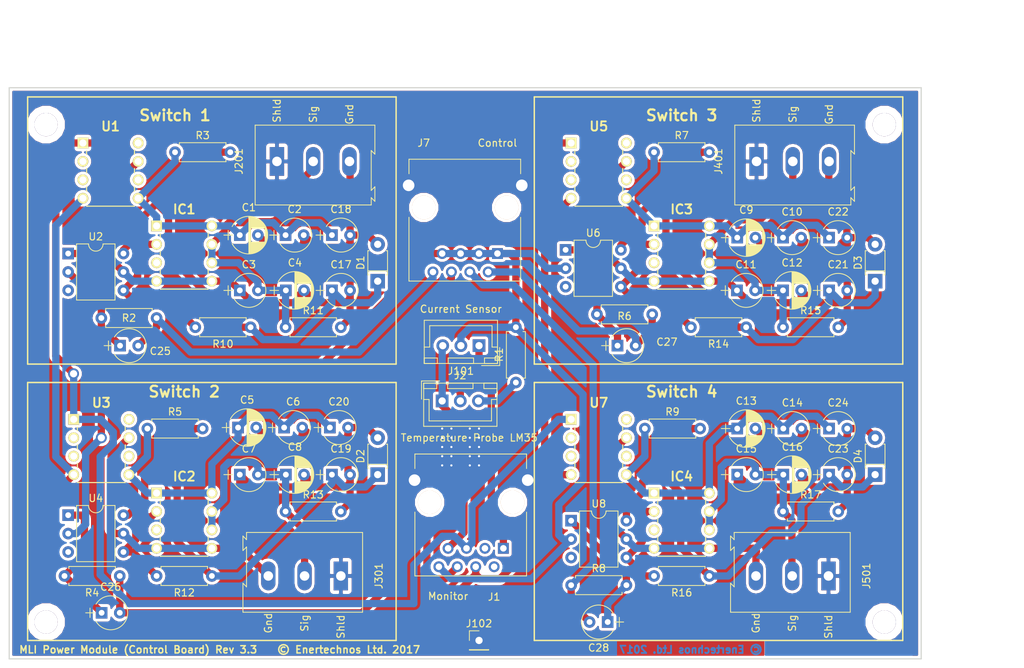
<source format=kicad_pcb>
(kicad_pcb (version 4) (host pcbnew 4.0.7)

  (general
    (links 0)
    (no_connects 0)
    (area 49.454999 34.214999 175.335001 113.105001)
    (thickness 1.6)
    (drawings 32)
    (tracks 531)
    (zones 0)
    (modules 94)
    (nets 37)
  )

  (page A4)
  (title_block
    (title "Power Module (Control Board)")
    (date 2017-12-14)
    (rev "Release 0.1")
    (company "Enertechnos Ltd.")
    (comment 1 "FOR REVIEW")
  )

  (layers
    (0 F.Cu signal)
    (31 B.Cu signal)
    (33 F.Adhes user hide)
    (35 F.Paste user hide)
    (37 F.SilkS user)
    (38 B.Mask user)
    (39 F.Mask user)
    (40 Dwgs.User user)
    (41 Cmts.User user hide)
    (42 Eco1.User user hide)
    (43 Eco2.User user hide)
    (44 Edge.Cuts user)
    (45 Margin user hide)
    (47 F.CrtYd user)
    (49 F.Fab user hide)
  )

  (setup
    (last_trace_width 1)
    (trace_clearance 0.4)
    (zone_clearance 0.35)
    (zone_45_only no)
    (trace_min 1)
    (segment_width 0.2)
    (edge_width 0.15)
    (via_size 1.5)
    (via_drill 1)
    (via_min_size 1.5)
    (via_min_drill 0.3)
    (uvia_size 1)
    (uvia_drill 0.5)
    (uvias_allowed no)
    (uvia_min_size 1)
    (uvia_min_drill 0.1)
    (pcb_text_width 0.3)
    (pcb_text_size 1.5 1.5)
    (mod_edge_width 0.15)
    (mod_text_size 1 1)
    (mod_text_width 0.15)
    (pad_size 0.6 0.6)
    (pad_drill 0.3)
    (pad_to_mask_clearance 0.2)
    (aux_axis_origin 49.53 113.03)
    (visible_elements 7FFFEF7F)
    (pcbplotparams
      (layerselection 0x010e0_80000001)
      (usegerberextensions false)
      (excludeedgelayer true)
      (linewidth 0.100000)
      (plotframeref false)
      (viasonmask false)
      (mode 1)
      (useauxorigin true)
      (hpglpennumber 1)
      (hpglpenspeed 20)
      (hpglpendiameter 15)
      (hpglpenoverlay 2)
      (psnegative false)
      (psa4output false)
      (plotreference true)
      (plotvalue true)
      (plotinvisibletext false)
      (padsonsilk false)
      (subtractmaskfromsilk false)
      (outputformat 1)
      (mirror false)
      (drillshape 0)
      (scaleselection 1)
      (outputdirectory Plot/))
  )

  (net 0 "")
  (net 1 "Net-(C1-Pad1)")
  (net 2 "Net-(C10-Pad1)")
  (net 3 "Net-(C13-Pad1)")
  (net 4 "Net-(IC1-Pad2)")
  (net 5 "Net-(IC2-Pad2)")
  (net 6 "Net-(IC3-Pad2)")
  (net 7 "Net-(IC4-Pad2)")
  (net 8 DC_IN)
  (net 9 DC_GND)
  (net 10 ARD_GND)
  (net 11 "Net-(C20-Pad1)")
  (net 12 "Net-(C17-Pad1)")
  (net 13 "Net-(C19-Pad1)")
  (net 14 "Net-(C21-Pad1)")
  (net 15 "Net-(C23-Pad1)")
  (net 16 ARD_PWM_A)
  (net 17 ARD_PWM_B)
  (net 18 ARD_PWM_C)
  (net 19 ARD_PWM_D)
  (net 20 "Net-(C25-Pad1)")
  (net 21 "Net-(C26-Pad1)")
  (net 22 "Net-(C27-Pad1)")
  (net 23 "Net-(C28-Pad1)")
  (net 24 ARD_CUR)
  (net 25 ARD_VCC)
  (net 26 ARD_TEMP)
  (net 27 "Net-(J2-Pad3)")
  (net 28 /PsuSwitchModule.Switch.1/GND_ISO)
  (net 29 /PsuSwitchModule.Switch.1/DRV_SIG)
  (net 30 /PsuSwitchModule.Switch.2/GND_ISO)
  (net 31 /PsuSwitchModule.Switch.2/DRV_SIG)
  (net 32 /PsuSwitchModule.Switch.3/GND_ISO)
  (net 33 /PsuSwitchModule.Switch.3/DRV_SIG)
  (net 34 /PsuSwitchModule.Switch.4/GND_ISO)
  (net 35 /PsuSwitchModule.Switch.4/DRV_SIG)
  (net 36 Earth)

  (net_class Default "This is the default net class."
    (clearance 0.4)
    (trace_width 1)
    (via_dia 1.5)
    (via_drill 1)
    (uvia_dia 1)
    (uvia_drill 0.5)
    (add_net /PsuSwitchModule.Switch.1/DRV_SIG)
    (add_net /PsuSwitchModule.Switch.1/GND_ISO)
    (add_net /PsuSwitchModule.Switch.2/DRV_SIG)
    (add_net /PsuSwitchModule.Switch.2/GND_ISO)
    (add_net /PsuSwitchModule.Switch.3/DRV_SIG)
    (add_net /PsuSwitchModule.Switch.3/GND_ISO)
    (add_net /PsuSwitchModule.Switch.4/DRV_SIG)
    (add_net /PsuSwitchModule.Switch.4/GND_ISO)
    (add_net ARD_CUR)
    (add_net ARD_GND)
    (add_net ARD_PWM_A)
    (add_net ARD_PWM_B)
    (add_net ARD_PWM_C)
    (add_net ARD_PWM_D)
    (add_net ARD_TEMP)
    (add_net ARD_VCC)
    (add_net DC_GND)
    (add_net DC_IN)
    (add_net Earth)
    (add_net "Net-(C1-Pad1)")
    (add_net "Net-(C10-Pad1)")
    (add_net "Net-(C13-Pad1)")
    (add_net "Net-(C17-Pad1)")
    (add_net "Net-(C19-Pad1)")
    (add_net "Net-(C20-Pad1)")
    (add_net "Net-(C21-Pad1)")
    (add_net "Net-(C23-Pad1)")
    (add_net "Net-(C25-Pad1)")
    (add_net "Net-(C26-Pad1)")
    (add_net "Net-(C27-Pad1)")
    (add_net "Net-(C28-Pad1)")
    (add_net "Net-(IC1-Pad2)")
    (add_net "Net-(IC2-Pad2)")
    (add_net "Net-(IC3-Pad2)")
    (add_net "Net-(IC4-Pad2)")
    (add_net "Net-(J2-Pad3)")
  )

  (module PartsLibraries:MountingHole_M3 (layer F.Cu) (tedit 5AC5E77E) (tstamp 5AC5FAC3)
    (at 170.18 107.95)
    (descr "module 1 pin (ou trou mecanique de percage)")
    (tags DEV)
    (fp_text reference Ref** (at 0 -3.048) (layer F.SilkS) hide
      (effects (font (size 1 1) (thickness 0.15)))
    )
    (fp_text value Mount (at 0 3) (layer F.Fab) hide
      (effects (font (size 1 1) (thickness 0.15)))
    )
    (pad 1 thru_hole circle (at 0 0) (size 3.2 3.2) (drill 3.2) (layers *.Cu)
      (clearance 1) (zone_connect 2))
  )

  (module PartsLibraries:MountingHole_M3 (layer F.Cu) (tedit 5AC5E77E) (tstamp 5AC5FABF)
    (at 170.18 39.37)
    (descr "module 1 pin (ou trou mecanique de percage)")
    (tags DEV)
    (fp_text reference Ref** (at 0 -3.048) (layer F.SilkS) hide
      (effects (font (size 1 1) (thickness 0.15)))
    )
    (fp_text value Mount (at 0 3) (layer F.Fab) hide
      (effects (font (size 1 1) (thickness 0.15)))
    )
    (pad 1 thru_hole circle (at 0 0) (size 3.2 3.2) (drill 3.2) (layers *.Cu)
      (clearance 1) (zone_connect 2))
  )

  (module PartsLibraries:MountingHole_M3 (layer F.Cu) (tedit 5AC5E77E) (tstamp 5AC5FAAB)
    (at 54.61 107.95)
    (descr "module 1 pin (ou trou mecanique de percage)")
    (tags DEV)
    (fp_text reference Ref** (at 0 -3.048) (layer F.SilkS) hide
      (effects (font (size 1 1) (thickness 0.15)))
    )
    (fp_text value Mount (at 0 3) (layer F.Fab) hide
      (effects (font (size 1 1) (thickness 0.15)))
    )
    (pad 1 thru_hole circle (at 0 0) (size 3.2 3.2) (drill 3.2) (layers *.Cu)
      (clearance 1) (zone_connect 2))
  )

  (module PartsLibraries:RJ45-shielded-Molex (layer F.Cu) (tedit 5AC4A305) (tstamp 5ABCF59E)
    (at 117.655 97.79 180)
    (tags RJ45)
    (path /59526541)
    (fp_text reference J1 (at 1.27 -6.7 180) (layer F.SilkS)
      (effects (font (size 1 1) (thickness 0.15)))
    )
    (fp_text value Monitor (at 7.62 -6.6 180) (layer F.SilkS)
      (effects (font (size 1 1) (thickness 0.15)))
    )
    (fp_line (start -3.2 13) (end 12.2 13) (layer F.SilkS) (width 0.12))
    (fp_line (start 12.2 -3.8) (end 12.2 5) (layer F.SilkS) (width 0.12))
    (fp_line (start 12.2 -3.8) (end -3.2 -3.8) (layer F.SilkS) (width 0.12))
    (fp_line (start -3.2 -3.8) (end -3.2 5) (layer F.SilkS) (width 0.12))
    (fp_line (start 12.2 11) (end 12.2 13) (layer F.SilkS) (width 0.12))
    (fp_line (start -3.2 11) (end -3.2 13) (layer F.SilkS) (width 0.12))
    (fp_line (start -3.6 -4.1) (end 12.5 -4.1) (layer F.CrtYd) (width 0.05))
    (fp_line (start -3.6 -4.1) (end -3.6 13.3) (layer F.CrtYd) (width 0.05))
    (fp_line (start 12.5 13.3) (end 12.5 -4.1) (layer F.CrtYd) (width 0.05))
    (fp_line (start 12.5 13.3) (end -3.6 13.3) (layer F.CrtYd) (width 0.05))
    (pad "" np_thru_hole circle (at 10.16 6.35 180) (size 3.25 3.25) (drill 3.25) (layers *.Cu *.SilkS *.Mask))
    (pad "" np_thru_hole circle (at -1.27 6.35 180) (size 3.25 3.25) (drill 3.25) (layers *.Cu *.SilkS *.Mask))
    (pad 1 thru_hole rect (at 0 0 180) (size 1.5 1.5) (drill 0.9) (layers *.Cu *.Mask)
      (net 24 ARD_CUR))
    (pad 2 thru_hole circle (at 1.27 -2.54 180) (size 1.5 1.5) (drill 0.9) (layers *.Cu *.Mask))
    (pad 3 thru_hole circle (at 2.54 0 180) (size 1.5 1.5) (drill 0.9) (layers *.Cu *.Mask))
    (pad 4 thru_hole circle (at 3.81 -2.54 180) (size 1.5 1.5) (drill 0.9) (layers *.Cu *.Mask)
      (net 8 DC_IN))
    (pad 5 thru_hole circle (at 5.08 0 180) (size 1.5 1.5) (drill 0.9) (layers *.Cu *.Mask)
      (net 9 DC_GND))
    (pad 6 thru_hole circle (at 6.35 -2.54 180) (size 1.5 1.5) (drill 0.9) (layers *.Cu *.Mask)
      (net 26 ARD_TEMP))
    (pad 7 thru_hole circle (at 7.62 0 180) (size 1.5 1.5) (drill 0.9) (layers *.Cu *.Mask)
      (net 25 ARD_VCC))
    (pad 8 thru_hole circle (at 8.89 -2.54 180) (size 1.5 1.5) (drill 0.9) (layers *.Cu *.Mask)
      (net 10 ARD_GND))
    (pad 9 thru_hole circle (at -3.355 9.4 180) (size 2.2 2.2) (drill 1.6) (layers *.Cu *.Mask)
      (net 36 Earth) (zone_connect 2))
    (pad 9 thru_hole circle (at 12.245 9.4 180) (size 2.2 2.2) (drill 1.6) (layers *.Cu *.Mask)
      (net 36 Earth) (zone_connect 2))
    (model "C:/Development/mlihardware/3D/RJ45 Shielded Molex.wrl"
      (at (xyz 0 0 0))
      (scale (xyz 1 1 1))
      (rotate (xyz 0 0 0))
    )
  )

  (module PartsLibraries:MicroVia (layer F.Cu) (tedit 5AC49D52) (tstamp 5AC51ED7)
    (at 110.49 83.82)
    (fp_text reference REF** (at 0 -2.54) (layer F.SilkS) hide
      (effects (font (size 1 1) (thickness 0.15)))
    )
    (fp_text value MicroVia (at 0 2.54) (layer F.Fab) hide
      (effects (font (size 1 1) (thickness 0.15)))
    )
    (pad 1 thru_hole circle (at 0 0) (size 0.6 0.6) (drill 0.3) (layers *.Cu)
      (net 36 Earth) (zone_connect 2))
  )

  (module PartsLibraries:MicroVia (layer F.Cu) (tedit 5AC49D52) (tstamp 5AC51ED3)
    (at 109.22 81.28)
    (fp_text reference REF** (at 0 -2.54) (layer F.SilkS) hide
      (effects (font (size 1 1) (thickness 0.15)))
    )
    (fp_text value MicroVia (at 0 2.54) (layer F.Fab) hide
      (effects (font (size 1 1) (thickness 0.15)))
    )
    (pad 1 thru_hole circle (at 0 0) (size 0.6 0.6) (drill 0.3) (layers *.Cu)
      (net 36 Earth) (zone_connect 2))
  )

  (module PartsLibraries:MicroVia (layer F.Cu) (tedit 5AC49D52) (tstamp 5AC51ECF)
    (at 110.49 81.28)
    (fp_text reference REF** (at 0 -2.54) (layer F.SilkS) hide
      (effects (font (size 1 1) (thickness 0.15)))
    )
    (fp_text value MicroVia (at 0 2.54) (layer F.Fab) hide
      (effects (font (size 1 1) (thickness 0.15)))
    )
    (pad 1 thru_hole circle (at 0 0) (size 0.6 0.6) (drill 0.3) (layers *.Cu)
      (net 36 Earth) (zone_connect 2))
  )

  (module PartsLibraries:MicroVia (layer F.Cu) (tedit 5AC49D52) (tstamp 5AC51ECB)
    (at 109.22 82.55)
    (fp_text reference REF** (at 0 -2.54) (layer F.SilkS) hide
      (effects (font (size 1 1) (thickness 0.15)))
    )
    (fp_text value MicroVia (at 0 2.54) (layer F.Fab) hide
      (effects (font (size 1 1) (thickness 0.15)))
    )
    (pad 1 thru_hole circle (at 0 0) (size 0.6 0.6) (drill 0.3) (layers *.Cu)
      (net 36 Earth) (zone_connect 2))
  )

  (module PartsLibraries:MicroVia (layer F.Cu) (tedit 5AC49D52) (tstamp 5AC51EC7)
    (at 110.49 82.55)
    (fp_text reference REF** (at 0 -2.54) (layer F.SilkS) hide
      (effects (font (size 1 1) (thickness 0.15)))
    )
    (fp_text value MicroVia (at 0 2.54) (layer F.Fab) hide
      (effects (font (size 1 1) (thickness 0.15)))
    )
    (pad 1 thru_hole circle (at 0 0) (size 0.6 0.6) (drill 0.3) (layers *.Cu)
      (net 36 Earth) (zone_connect 2))
  )

  (module PartsLibraries:MicroVia (layer F.Cu) (tedit 5AC49D52) (tstamp 5AC51EC3)
    (at 109.22 83.82)
    (fp_text reference REF** (at 0 -2.54) (layer F.SilkS) hide
      (effects (font (size 1 1) (thickness 0.15)))
    )
    (fp_text value MicroVia (at 0 2.54) (layer F.Fab) hide
      (effects (font (size 1 1) (thickness 0.15)))
    )
    (pad 1 thru_hole circle (at 0 0) (size 0.6 0.6) (drill 0.3) (layers *.Cu)
      (net 36 Earth) (zone_connect 2))
  )

  (module PartsLibraries:MicroVia (layer F.Cu) (tedit 5AC49D52) (tstamp 5AC51EBF)
    (at 109.22 86.36)
    (fp_text reference REF** (at 0 -2.54) (layer F.SilkS) hide
      (effects (font (size 1 1) (thickness 0.15)))
    )
    (fp_text value MicroVia (at 0 2.54) (layer F.Fab) hide
      (effects (font (size 1 1) (thickness 0.15)))
    )
    (pad 1 thru_hole circle (at 0 0) (size 0.6 0.6) (drill 0.3) (layers *.Cu)
      (net 36 Earth) (zone_connect 2))
  )

  (module PartsLibraries:MicroVia (layer F.Cu) (tedit 5AC49D52) (tstamp 5AC51EBB)
    (at 110.49 85.09)
    (fp_text reference REF** (at 0 -2.54) (layer F.SilkS) hide
      (effects (font (size 1 1) (thickness 0.15)))
    )
    (fp_text value MicroVia (at 0 2.54) (layer F.Fab) hide
      (effects (font (size 1 1) (thickness 0.15)))
    )
    (pad 1 thru_hole circle (at 0 0) (size 0.6 0.6) (drill 0.3) (layers *.Cu)
      (net 36 Earth) (zone_connect 2))
  )

  (module PartsLibraries:MicroVia (layer F.Cu) (tedit 5AC49D52) (tstamp 5AC51EB7)
    (at 110.49 86.36)
    (fp_text reference REF** (at 0 -2.54) (layer F.SilkS) hide
      (effects (font (size 1 1) (thickness 0.15)))
    )
    (fp_text value MicroVia (at 0 2.54) (layer F.Fab) hide
      (effects (font (size 1 1) (thickness 0.15)))
    )
    (pad 1 thru_hole circle (at 0 0) (size 0.6 0.6) (drill 0.3) (layers *.Cu)
      (net 36 Earth) (zone_connect 2))
  )

  (module PartsLibraries:MicroVia (layer F.Cu) (tedit 5AC49D52) (tstamp 5AC51EB3)
    (at 109.22 85.09)
    (fp_text reference REF** (at 0 -2.54) (layer F.SilkS) hide
      (effects (font (size 1 1) (thickness 0.15)))
    )
    (fp_text value MicroVia (at 0 2.54) (layer F.Fab) hide
      (effects (font (size 1 1) (thickness 0.15)))
    )
    (pad 1 thru_hole circle (at 0 0) (size 0.6 0.6) (drill 0.3) (layers *.Cu)
      (net 36 Earth) (zone_connect 2))
  )

  (module PartsLibraries:MicroVia (layer F.Cu) (tedit 5AC49D52) (tstamp 5AC4A3DD)
    (at 114.3 83.82)
    (fp_text reference REF** (at 0 -2.54) (layer F.SilkS) hide
      (effects (font (size 1 1) (thickness 0.15)))
    )
    (fp_text value MicroVia (at 0 2.54) (layer F.Fab) hide
      (effects (font (size 1 1) (thickness 0.15)))
    )
    (pad 1 thru_hole circle (at 0 0) (size 0.6 0.6) (drill 0.3) (layers *.Cu)
      (net 36 Earth) (zone_connect 2))
  )

  (module PartsLibraries:MicroVia (layer F.Cu) (tedit 5AC49D52) (tstamp 5AC4A3F9)
    (at 113.03 81.28)
    (fp_text reference REF** (at 0 -2.54) (layer F.SilkS) hide
      (effects (font (size 1 1) (thickness 0.15)))
    )
    (fp_text value MicroVia (at 0 2.54) (layer F.Fab) hide
      (effects (font (size 1 1) (thickness 0.15)))
    )
    (pad 1 thru_hole circle (at 0 0) (size 0.6 0.6) (drill 0.3) (layers *.Cu)
      (net 36 Earth) (zone_connect 2))
  )

  (module PartsLibraries:MicroVia (layer F.Cu) (tedit 5AC49D52) (tstamp 5AC4A3D9)
    (at 114.3 82.55)
    (fp_text reference REF** (at 0 -2.54) (layer F.SilkS) hide
      (effects (font (size 1 1) (thickness 0.15)))
    )
    (fp_text value MicroVia (at 0 2.54) (layer F.Fab) hide
      (effects (font (size 1 1) (thickness 0.15)))
    )
    (pad 1 thru_hole circle (at 0 0) (size 0.6 0.6) (drill 0.3) (layers *.Cu)
      (net 36 Earth) (zone_connect 2))
  )

  (module PartsLibraries:MicroVia (layer F.Cu) (tedit 5AC49D52) (tstamp 5AC4A3F1)
    (at 114.3 81.28)
    (fp_text reference REF** (at 0 -2.54) (layer F.SilkS) hide
      (effects (font (size 1 1) (thickness 0.15)))
    )
    (fp_text value MicroVia (at 0 2.54) (layer F.Fab) hide
      (effects (font (size 1 1) (thickness 0.15)))
    )
    (pad 1 thru_hole circle (at 0 0) (size 0.6 0.6) (drill 0.3) (layers *.Cu)
      (net 36 Earth) (zone_connect 2))
  )

  (module PartsLibraries:MicroVia (layer F.Cu) (tedit 5AC49D52) (tstamp 5AC4A3D5)
    (at 113.03 82.55)
    (fp_text reference REF** (at 0 -2.54) (layer F.SilkS) hide
      (effects (font (size 1 1) (thickness 0.15)))
    )
    (fp_text value MicroVia (at 0 2.54) (layer F.Fab) hide
      (effects (font (size 1 1) (thickness 0.15)))
    )
    (pad 1 thru_hole circle (at 0 0) (size 0.6 0.6) (drill 0.3) (layers *.Cu)
      (net 36 Earth) (zone_connect 2))
  )

  (module PartsLibraries:MicroVia (layer F.Cu) (tedit 5AC49D52) (tstamp 5AC4A3F5)
    (at 113.03 83.82)
    (fp_text reference REF** (at 0 -2.54) (layer F.SilkS) hide
      (effects (font (size 1 1) (thickness 0.15)))
    )
    (fp_text value MicroVia (at 0 2.54) (layer F.Fab) hide
      (effects (font (size 1 1) (thickness 0.15)))
    )
    (pad 1 thru_hole circle (at 0 0) (size 0.6 0.6) (drill 0.3) (layers *.Cu)
      (net 36 Earth) (zone_connect 2))
  )

  (module PartsLibraries:MicroVia (layer F.Cu) (tedit 5AC49D52) (tstamp 5AC4A3ED)
    (at 113.03 85.09)
    (fp_text reference REF** (at 0 -2.54) (layer F.SilkS) hide
      (effects (font (size 1 1) (thickness 0.15)))
    )
    (fp_text value MicroVia (at 0 2.54) (layer F.Fab) hide
      (effects (font (size 1 1) (thickness 0.15)))
    )
    (pad 1 thru_hole circle (at 0 0) (size 0.6 0.6) (drill 0.3) (layers *.Cu)
      (net 36 Earth) (zone_connect 2))
  )

  (module PartsLibraries:MicroVia (layer F.Cu) (tedit 5AC49D52) (tstamp 5AC4A3E1)
    (at 113.03 86.36)
    (fp_text reference REF** (at 0 -2.54) (layer F.SilkS) hide
      (effects (font (size 1 1) (thickness 0.15)))
    )
    (fp_text value MicroVia (at 0 2.54) (layer F.Fab) hide
      (effects (font (size 1 1) (thickness 0.15)))
    )
    (pad 1 thru_hole circle (at 0 0) (size 0.6 0.6) (drill 0.3) (layers *.Cu)
      (net 36 Earth) (zone_connect 2))
  )

  (module PartsLibraries:MicroVia (layer F.Cu) (tedit 5AC49D52) (tstamp 5AC4A3E5)
    (at 114.3 85.09)
    (fp_text reference REF** (at 0 -2.54) (layer F.SilkS) hide
      (effects (font (size 1 1) (thickness 0.15)))
    )
    (fp_text value MicroVia (at 0 2.54) (layer F.Fab) hide
      (effects (font (size 1 1) (thickness 0.15)))
    )
    (pad 1 thru_hole circle (at 0 0) (size 0.6 0.6) (drill 0.3) (layers *.Cu)
      (net 36 Earth) (zone_connect 2))
  )

  (module PartsLibraries:MicroVia (layer F.Cu) (tedit 5AC49D52) (tstamp 5AC4A3E9)
    (at 114.3 86.36)
    (fp_text reference REF** (at 0 -2.54) (layer F.SilkS) hide
      (effects (font (size 1 1) (thickness 0.15)))
    )
    (fp_text value MicroVia (at 0 2.54) (layer F.Fab) hide
      (effects (font (size 1 1) (thickness 0.15)))
    )
    (pad 1 thru_hole circle (at 0 0) (size 0.6 0.6) (drill 0.3) (layers *.Cu)
      (net 36 Earth) (zone_connect 2))
  )

  (module Resistors_THT:R_Axial_DIN0207_L6.3mm_D2.5mm_P7.62mm_Horizontal (layer F.Cu) (tedit 5874F706) (tstamp 59EF680E)
    (at 146.05 101.6 180)
    (descr "Resistor, Axial_DIN0207 series, Axial, Horizontal, pin pitch=7.62mm, 0.25W = 1/4W, length*diameter=6.3*2.5mm^2, http://cdn-reichelt.de/documents/datenblatt/B400/1_4W%23YAG.pdf")
    (tags "Resistor Axial_DIN0207 series Axial Horizontal pin pitch 7.62mm 0.25W = 1/4W length 6.3mm diameter 2.5mm")
    (path /59A712A3/59EF0FC7)
    (fp_text reference R16 (at 3.81 -2.31 180) (layer F.SilkS)
      (effects (font (size 1 1) (thickness 0.15)))
    )
    (fp_text value R (at 3.81 2.31 180) (layer F.Fab)
      (effects (font (size 1 1) (thickness 0.15)))
    )
    (fp_line (start 0.66 -1.25) (end 0.66 1.25) (layer F.Fab) (width 0.1))
    (fp_line (start 0.66 1.25) (end 6.96 1.25) (layer F.Fab) (width 0.1))
    (fp_line (start 6.96 1.25) (end 6.96 -1.25) (layer F.Fab) (width 0.1))
    (fp_line (start 6.96 -1.25) (end 0.66 -1.25) (layer F.Fab) (width 0.1))
    (fp_line (start 0 0) (end 0.66 0) (layer F.Fab) (width 0.1))
    (fp_line (start 7.62 0) (end 6.96 0) (layer F.Fab) (width 0.1))
    (fp_line (start 0.6 -0.98) (end 0.6 -1.31) (layer F.SilkS) (width 0.12))
    (fp_line (start 0.6 -1.31) (end 7.02 -1.31) (layer F.SilkS) (width 0.12))
    (fp_line (start 7.02 -1.31) (end 7.02 -0.98) (layer F.SilkS) (width 0.12))
    (fp_line (start 0.6 0.98) (end 0.6 1.31) (layer F.SilkS) (width 0.12))
    (fp_line (start 0.6 1.31) (end 7.02 1.31) (layer F.SilkS) (width 0.12))
    (fp_line (start 7.02 1.31) (end 7.02 0.98) (layer F.SilkS) (width 0.12))
    (fp_line (start -1.05 -1.6) (end -1.05 1.6) (layer F.CrtYd) (width 0.05))
    (fp_line (start -1.05 1.6) (end 8.7 1.6) (layer F.CrtYd) (width 0.05))
    (fp_line (start 8.7 1.6) (end 8.7 -1.6) (layer F.CrtYd) (width 0.05))
    (fp_line (start 8.7 -1.6) (end -1.05 -1.6) (layer F.CrtYd) (width 0.05))
    (pad 1 thru_hole circle (at 0 0 180) (size 1.6 1.6) (drill 0.8) (layers *.Cu *.Mask)
      (net 15 "Net-(C23-Pad1)"))
    (pad 2 thru_hole oval (at 7.62 0 180) (size 1.6 1.6) (drill 0.8) (layers *.Cu *.Mask)
      (net 7 "Net-(IC4-Pad2)"))
    (model ${KISYS3DMOD}/Resistors_THT.3dshapes/R_Axial_DIN0207_L6.3mm_D2.5mm_P7.62mm_Horizontal.wrl
      (at (xyz 0 0 0))
      (scale (xyz 0.3937 0.3937 0.3937))
      (rotate (xyz 0 0 0))
    )
  )

  (module Resistors_THT:R_Axial_DIN0207_L6.3mm_D2.5mm_P7.62mm_Horizontal (layer F.Cu) (tedit 5874F706) (tstamp 59EF6824)
    (at 156.21 92.71)
    (descr "Resistor, Axial_DIN0207 series, Axial, Horizontal, pin pitch=7.62mm, 0.25W = 1/4W, length*diameter=6.3*2.5mm^2, http://cdn-reichelt.de/documents/datenblatt/B400/1_4W%23YAG.pdf")
    (tags "Resistor Axial_DIN0207 series Axial Horizontal pin pitch 7.62mm 0.25W = 1/4W length 6.3mm diameter 2.5mm")
    (path /59A712A3/59EF1A58)
    (fp_text reference R17 (at 3.81 -2.31) (layer F.SilkS)
      (effects (font (size 1 1) (thickness 0.15)))
    )
    (fp_text value R (at 3.81 2.31) (layer F.Fab)
      (effects (font (size 1 1) (thickness 0.15)))
    )
    (fp_line (start 0.66 -1.25) (end 0.66 1.25) (layer F.Fab) (width 0.1))
    (fp_line (start 0.66 1.25) (end 6.96 1.25) (layer F.Fab) (width 0.1))
    (fp_line (start 6.96 1.25) (end 6.96 -1.25) (layer F.Fab) (width 0.1))
    (fp_line (start 6.96 -1.25) (end 0.66 -1.25) (layer F.Fab) (width 0.1))
    (fp_line (start 0 0) (end 0.66 0) (layer F.Fab) (width 0.1))
    (fp_line (start 7.62 0) (end 6.96 0) (layer F.Fab) (width 0.1))
    (fp_line (start 0.6 -0.98) (end 0.6 -1.31) (layer F.SilkS) (width 0.12))
    (fp_line (start 0.6 -1.31) (end 7.02 -1.31) (layer F.SilkS) (width 0.12))
    (fp_line (start 7.02 -1.31) (end 7.02 -0.98) (layer F.SilkS) (width 0.12))
    (fp_line (start 0.6 0.98) (end 0.6 1.31) (layer F.SilkS) (width 0.12))
    (fp_line (start 0.6 1.31) (end 7.02 1.31) (layer F.SilkS) (width 0.12))
    (fp_line (start 7.02 1.31) (end 7.02 0.98) (layer F.SilkS) (width 0.12))
    (fp_line (start -1.05 -1.6) (end -1.05 1.6) (layer F.CrtYd) (width 0.05))
    (fp_line (start -1.05 1.6) (end 8.7 1.6) (layer F.CrtYd) (width 0.05))
    (fp_line (start 8.7 1.6) (end 8.7 -1.6) (layer F.CrtYd) (width 0.05))
    (fp_line (start 8.7 -1.6) (end -1.05 -1.6) (layer F.CrtYd) (width 0.05))
    (pad 1 thru_hole circle (at 0 0) (size 1.6 1.6) (drill 0.8) (layers *.Cu *.Mask)
      (net 35 /PsuSwitchModule.Switch.4/DRV_SIG))
    (pad 2 thru_hole oval (at 7.62 0) (size 1.6 1.6) (drill 0.8) (layers *.Cu *.Mask)
      (net 34 /PsuSwitchModule.Switch.4/GND_ISO))
    (model ${KISYS3DMOD}/Resistors_THT.3dshapes/R_Axial_DIN0207_L6.3mm_D2.5mm_P7.62mm_Horizontal.wrl
      (at (xyz 0 0 0))
      (scale (xyz 0.3937 0.3937 0.3937))
      (rotate (xyz 0 0 0))
    )
  )

  (module PartsLibraries:TC4422AVPA (layer F.Cu) (tedit 592E9A52) (tstamp 59A6EC7B)
    (at 138.43 90.17)
    (descr DIP254P762X432-8)
    (tags "Integrated Circuit")
    (path /59A712A3/59498139)
    (fp_text reference IC4 (at 3.81 -2.286) (layer F.SilkS)
      (effects (font (size 1.27 1.27) (thickness 0.254)))
    )
    (fp_text value TC4421CPA (at 3.556 9.906) (layer F.SilkS) hide
      (effects (font (size 1.27 1.27) (thickness 0.254)))
    )
    (fp_line (start 0.508 8.7122) (end 0.508 -1.0922) (layer Dwgs.User) (width 0.1524))
    (fp_line (start 0.508 -1.1938) (end 7.112 -1.1938) (layer Dwgs.User) (width 0.1524))
    (fp_line (start -0.4826 3.048) (end 0.508 3.048) (layer Dwgs.User) (width 0.1524))
    (fp_line (start -0.4826 2.032) (end -0.4826 3.048) (layer Dwgs.User) (width 0.1524))
    (fp_line (start 0.508 2.032) (end -0.4826 2.032) (layer Dwgs.User) (width 0.1524))
    (fp_line (start 0.508 3.048) (end 0.508 2.032) (layer Dwgs.User) (width 0.1524))
    (fp_line (start 7.112 1.5748) (end 7.112 0.9652) (layer F.SilkS) (width 0.1524))
    (fp_line (start 7.112 4.1148) (end 7.112 3.5052) (layer F.SilkS) (width 0.1524))
    (fp_line (start 0.508 6.0452) (end 0.508 6.6548) (layer F.SilkS) (width 0.1524))
    (fp_line (start 0.508 3.5052) (end 0.508 4.1148) (layer F.SilkS) (width 0.1524))
    (fp_line (start 0.508 8.7122) (end 7.112 8.7122) (layer F.SilkS) (width 0.1524))
    (fp_line (start 7.112 6.6548) (end 7.112 6.0452) (layer F.SilkS) (width 0.1524))
    (fp_line (start 0.508 1.0922) (end 0.508 1.5748) (layer F.SilkS) (width 0.1524))
    (fp_line (start 0.508 0.508) (end 0.508 -0.508) (layer Dwgs.User) (width 0.1524))
    (fp_line (start 0.508 -0.508) (end -0.4826 -0.508) (layer Dwgs.User) (width 0.1524))
    (fp_line (start -0.4826 -0.508) (end -0.4826 0.508) (layer Dwgs.User) (width 0.1524))
    (fp_line (start -0.4826 0.508) (end 0.508 0.508) (layer Dwgs.User) (width 0.1524))
    (fp_line (start 0.508 5.588) (end 0.508 4.572) (layer Dwgs.User) (width 0.1524))
    (fp_line (start 0.508 4.572) (end -0.4826 4.572) (layer Dwgs.User) (width 0.1524))
    (fp_line (start -0.4826 4.572) (end -0.4826 5.588) (layer Dwgs.User) (width 0.1524))
    (fp_line (start -0.4826 5.588) (end 0.508 5.588) (layer Dwgs.User) (width 0.1524))
    (fp_line (start 0.508 8.128) (end 0.508 7.112) (layer Dwgs.User) (width 0.1524))
    (fp_line (start 0.508 7.112) (end -0.4826 7.1374) (layer Dwgs.User) (width 0.1524))
    (fp_line (start -0.4826 7.1374) (end -0.4826 8.128) (layer Dwgs.User) (width 0.1524))
    (fp_line (start -0.4826 8.128) (end 0.508 8.128) (layer Dwgs.User) (width 0.1524))
    (fp_line (start 7.112 7.112) (end 7.112 8.128) (layer Dwgs.User) (width 0.1524))
    (fp_line (start 7.112 8.128) (end 8.1026 8.1026) (layer Dwgs.User) (width 0.1524))
    (fp_line (start 8.1026 8.1026) (end 8.1026 7.112) (layer Dwgs.User) (width 0.1524))
    (fp_line (start 8.1026 7.112) (end 7.112 7.112) (layer Dwgs.User) (width 0.1524))
    (fp_line (start 7.112 4.572) (end 7.112 5.588) (layer Dwgs.User) (width 0.1524))
    (fp_line (start 7.112 5.588) (end 8.1026 5.5626) (layer Dwgs.User) (width 0.1524))
    (fp_line (start 8.1026 5.5626) (end 8.1026 4.572) (layer Dwgs.User) (width 0.1524))
    (fp_line (start 8.1026 4.572) (end 7.112 4.572) (layer Dwgs.User) (width 0.1524))
    (fp_line (start 7.112 2.032) (end 7.112 3.048) (layer Dwgs.User) (width 0.1524))
    (fp_line (start 7.112 3.048) (end 8.1026 3.048) (layer Dwgs.User) (width 0.1524))
    (fp_line (start 8.1026 3.048) (end 8.1026 2.032) (layer Dwgs.User) (width 0.1524))
    (fp_line (start 8.1026 2.032) (end 7.112 2.032) (layer Dwgs.User) (width 0.1524))
    (fp_line (start 7.112 -0.508) (end 7.112 0.508) (layer Dwgs.User) (width 0.1524))
    (fp_line (start 7.112 0.508) (end 8.1026 0.508) (layer Dwgs.User) (width 0.1524))
    (fp_line (start 8.1026 0.508) (end 8.1026 -0.508) (layer Dwgs.User) (width 0.1524))
    (fp_line (start 8.1026 -0.508) (end 7.112 -0.508) (layer Dwgs.User) (width 0.1524))
    (fp_line (start 0.508 8.7122) (end 7.112 8.7122) (layer Dwgs.User) (width 0.1524))
    (fp_line (start 7.112 8.7122) (end 7.112 -1.0922) (layer Dwgs.User) (width 0.1524))
    (pad 1 thru_hole rect (at 0 0 90) (size 1.4859 1.4859) (drill 0.9906) (layers *.Cu *.Mask F.SilkS)
      (net 3 "Net-(C13-Pad1)"))
    (pad 2 thru_hole circle (at 0 2.54 90) (size 1.4859 1.4859) (drill 0.9906) (layers *.Cu *.Mask F.SilkS)
      (net 7 "Net-(IC4-Pad2)"))
    (pad 3 thru_hole circle (at 0 5.08 90) (size 1.4859 1.4859) (drill 0.9906) (layers *.Cu *.Mask F.SilkS))
    (pad 4 thru_hole circle (at 0 7.62 90) (size 1.4859 1.4859) (drill 0.9906) (layers *.Cu *.Mask F.SilkS)
      (net 34 /PsuSwitchModule.Switch.4/GND_ISO))
    (pad 5 thru_hole circle (at 7.62 7.62 90) (size 1.4859 1.4859) (drill 0.9906) (layers *.Cu *.Mask F.SilkS)
      (net 34 /PsuSwitchModule.Switch.4/GND_ISO))
    (pad 6 thru_hole circle (at 7.62 5.08 90) (size 1.4859 1.4859) (drill 0.9906) (layers *.Cu *.Mask F.SilkS)
      (net 35 /PsuSwitchModule.Switch.4/DRV_SIG))
    (pad 7 thru_hole circle (at 7.62 2.54 90) (size 1.4859 1.4859) (drill 0.9906) (layers *.Cu *.Mask F.SilkS)
      (net 35 /PsuSwitchModule.Switch.4/DRV_SIG))
    (pad 8 thru_hole circle (at 7.62 0 90) (size 1.4859 1.4859) (drill 0.9906) (layers *.Cu *.Mask F.SilkS)
      (net 3 "Net-(C13-Pad1)"))
    (model Housings_DIP.3dshapes/DIP-8_W7.62mm.wrl
      (at (xyz 0 0 0))
      (scale (xyz 1 1 1))
      (rotate (xyz 0 0 0))
    )
  )

  (module PartsLibraries:TerminalBlock_Altech_AK300-3_P5.00mm (layer F.Cu) (tedit 5AC4BBAD) (tstamp 5AC4EC94)
    (at 162.48 101.6 180)
    (descr "Altech AK300 terminal block, pitch 5.0mm, 45 degree angled, see http://www.mouser.com/ds/2/16/PCBMETRC-24178.pdf")
    (tags "Altech AK300 terminal block pitch 5.0mm")
    (path /59A712A3/5AA809BD)
    (fp_text reference J501 (at -5.24 0 270) (layer F.SilkS)
      (effects (font (size 1 1) (thickness 0.15)))
    )
    (fp_text value Conn_01x03_Male (at 4.95 10 180) (layer F.Fab)
      (effects (font (size 1 1) (thickness 0.15)))
    )
    (fp_text user Shld (at 0 -7 270) (layer F.SilkS)
      (effects (font (size 1 1) (thickness 0.15)))
    )
    (fp_text user Gnd (at 10 -6.5 450) (layer F.SilkS)
      (effects (font (size 1 1) (thickness 0.15)))
    )
    (fp_text user Sig (at 5 -6.5 270) (layer F.SilkS)
      (effects (font (size 1 1) (thickness 0.15)))
    )
    (fp_line (start -3 -5) (end -3 6) (layer F.SilkS) (width 0.12))
    (fp_line (start -3 6) (end 13 6) (layer F.SilkS) (width 0.12))
    (fp_line (start 13 6) (end 13 5) (layer F.SilkS) (width 0.12))
    (fp_line (start 13 5) (end 13.5 5.5) (layer F.SilkS) (width 0.12))
    (fp_line (start 13.5 5.5) (end 13.5 3.5) (layer F.SilkS) (width 0.12))
    (fp_line (start 13.5 3.5) (end 13 4) (layer F.SilkS) (width 0.12))
    (fp_line (start 13 4) (end 13 -1.5) (layer F.SilkS) (width 0.12))
    (fp_line (start 13 -1.5) (end 13.5 -1) (layer F.SilkS) (width 0.12))
    (fp_line (start 13.5 -1) (end 13.5 -5) (layer F.SilkS) (width 0.12))
    (fp_line (start 13.5 -5) (end -3 -5) (layer F.SilkS) (width 0.12))
    (fp_line (start -3.5 -5.5) (end 14 -5.5) (layer F.CrtYd) (width 0.05))
    (fp_line (start -3.5 -5.5) (end -3.5 6.5) (layer F.CrtYd) (width 0.05))
    (fp_line (start 14 6.5) (end 14 -5.5) (layer F.CrtYd) (width 0.05))
    (fp_line (start 14 6.5) (end -3.5 6.5) (layer F.CrtYd) (width 0.05))
    (pad 1 thru_hole rect (at 0 0 180) (size 1.98 3.96) (drill 1.32) (layers *.Cu *.Mask)
      (net 36 Earth))
    (pad 2 thru_hole oval (at 5 0 180) (size 1.98 3.96) (drill 1.32) (layers *.Cu *.Mask)
      (net 35 /PsuSwitchModule.Switch.4/DRV_SIG))
    (pad 3 thru_hole oval (at 10 0 180) (size 1.98 3.96) (drill 1.32) (layers *.Cu *.Mask)
      (net 34 /PsuSwitchModule.Switch.4/GND_ISO))
    (model C:/Development/mlihardware/3D/17574.wrl
      (at (xyz 0 0 0))
      (scale (xyz 1 1 1))
      (rotate (xyz 0 0 0))
    )
  )

  (module Resistors_THT:R_Axial_DIN0207_L6.3mm_D2.5mm_P7.62mm_Horizontal (layer F.Cu) (tedit 5874F706) (tstamp 59EF67B6)
    (at 77.47 101.6 180)
    (descr "Resistor, Axial_DIN0207 series, Axial, Horizontal, pin pitch=7.62mm, 0.25W = 1/4W, length*diameter=6.3*2.5mm^2, http://cdn-reichelt.de/documents/datenblatt/B400/1_4W%23YAG.pdf")
    (tags "Resistor Axial_DIN0207 series Axial Horizontal pin pitch 7.62mm 0.25W = 1/4W length 6.3mm diameter 2.5mm")
    (path /59A7109E/59EF0FC7)
    (fp_text reference R12 (at 3.81 -2.31 180) (layer F.SilkS)
      (effects (font (size 1 1) (thickness 0.15)))
    )
    (fp_text value R (at 3.81 2.31 180) (layer F.Fab)
      (effects (font (size 1 1) (thickness 0.15)))
    )
    (fp_line (start 0.66 -1.25) (end 0.66 1.25) (layer F.Fab) (width 0.1))
    (fp_line (start 0.66 1.25) (end 6.96 1.25) (layer F.Fab) (width 0.1))
    (fp_line (start 6.96 1.25) (end 6.96 -1.25) (layer F.Fab) (width 0.1))
    (fp_line (start 6.96 -1.25) (end 0.66 -1.25) (layer F.Fab) (width 0.1))
    (fp_line (start 0 0) (end 0.66 0) (layer F.Fab) (width 0.1))
    (fp_line (start 7.62 0) (end 6.96 0) (layer F.Fab) (width 0.1))
    (fp_line (start 0.6 -0.98) (end 0.6 -1.31) (layer F.SilkS) (width 0.12))
    (fp_line (start 0.6 -1.31) (end 7.02 -1.31) (layer F.SilkS) (width 0.12))
    (fp_line (start 7.02 -1.31) (end 7.02 -0.98) (layer F.SilkS) (width 0.12))
    (fp_line (start 0.6 0.98) (end 0.6 1.31) (layer F.SilkS) (width 0.12))
    (fp_line (start 0.6 1.31) (end 7.02 1.31) (layer F.SilkS) (width 0.12))
    (fp_line (start 7.02 1.31) (end 7.02 0.98) (layer F.SilkS) (width 0.12))
    (fp_line (start -1.05 -1.6) (end -1.05 1.6) (layer F.CrtYd) (width 0.05))
    (fp_line (start -1.05 1.6) (end 8.7 1.6) (layer F.CrtYd) (width 0.05))
    (fp_line (start 8.7 1.6) (end 8.7 -1.6) (layer F.CrtYd) (width 0.05))
    (fp_line (start 8.7 -1.6) (end -1.05 -1.6) (layer F.CrtYd) (width 0.05))
    (pad 1 thru_hole circle (at 0 0 180) (size 1.6 1.6) (drill 0.8) (layers *.Cu *.Mask)
      (net 13 "Net-(C19-Pad1)"))
    (pad 2 thru_hole oval (at 7.62 0 180) (size 1.6 1.6) (drill 0.8) (layers *.Cu *.Mask)
      (net 5 "Net-(IC2-Pad2)"))
    (model ${KISYS3DMOD}/Resistors_THT.3dshapes/R_Axial_DIN0207_L6.3mm_D2.5mm_P7.62mm_Horizontal.wrl
      (at (xyz 0 0 0))
      (scale (xyz 0.3937 0.3937 0.3937))
      (rotate (xyz 0 0 0))
    )
  )

  (module PartsLibraries:TC4422AVPA (layer F.Cu) (tedit 592E9A52) (tstamp 59A6EBD6)
    (at 69.85 53.34)
    (descr DIP254P762X432-8)
    (tags "Integrated Circuit")
    (path /59498AA5/59498139)
    (fp_text reference IC1 (at 3.81 -2.286) (layer F.SilkS)
      (effects (font (size 1.27 1.27) (thickness 0.254)))
    )
    (fp_text value TC4421CPA (at 3.556 9.906) (layer F.SilkS) hide
      (effects (font (size 1.27 1.27) (thickness 0.254)))
    )
    (fp_line (start 0.508 8.7122) (end 0.508 -1.0922) (layer Dwgs.User) (width 0.1524))
    (fp_line (start 0.508 -1.1938) (end 7.112 -1.1938) (layer Dwgs.User) (width 0.1524))
    (fp_line (start -0.4826 3.048) (end 0.508 3.048) (layer Dwgs.User) (width 0.1524))
    (fp_line (start -0.4826 2.032) (end -0.4826 3.048) (layer Dwgs.User) (width 0.1524))
    (fp_line (start 0.508 2.032) (end -0.4826 2.032) (layer Dwgs.User) (width 0.1524))
    (fp_line (start 0.508 3.048) (end 0.508 2.032) (layer Dwgs.User) (width 0.1524))
    (fp_line (start 7.112 1.5748) (end 7.112 0.9652) (layer F.SilkS) (width 0.1524))
    (fp_line (start 7.112 4.1148) (end 7.112 3.5052) (layer F.SilkS) (width 0.1524))
    (fp_line (start 0.508 6.0452) (end 0.508 6.6548) (layer F.SilkS) (width 0.1524))
    (fp_line (start 0.508 3.5052) (end 0.508 4.1148) (layer F.SilkS) (width 0.1524))
    (fp_line (start 0.508 8.7122) (end 7.112 8.7122) (layer F.SilkS) (width 0.1524))
    (fp_line (start 7.112 6.6548) (end 7.112 6.0452) (layer F.SilkS) (width 0.1524))
    (fp_line (start 0.508 1.0922) (end 0.508 1.5748) (layer F.SilkS) (width 0.1524))
    (fp_line (start 0.508 0.508) (end 0.508 -0.508) (layer Dwgs.User) (width 0.1524))
    (fp_line (start 0.508 -0.508) (end -0.4826 -0.508) (layer Dwgs.User) (width 0.1524))
    (fp_line (start -0.4826 -0.508) (end -0.4826 0.508) (layer Dwgs.User) (width 0.1524))
    (fp_line (start -0.4826 0.508) (end 0.508 0.508) (layer Dwgs.User) (width 0.1524))
    (fp_line (start 0.508 5.588) (end 0.508 4.572) (layer Dwgs.User) (width 0.1524))
    (fp_line (start 0.508 4.572) (end -0.4826 4.572) (layer Dwgs.User) (width 0.1524))
    (fp_line (start -0.4826 4.572) (end -0.4826 5.588) (layer Dwgs.User) (width 0.1524))
    (fp_line (start -0.4826 5.588) (end 0.508 5.588) (layer Dwgs.User) (width 0.1524))
    (fp_line (start 0.508 8.128) (end 0.508 7.112) (layer Dwgs.User) (width 0.1524))
    (fp_line (start 0.508 7.112) (end -0.4826 7.1374) (layer Dwgs.User) (width 0.1524))
    (fp_line (start -0.4826 7.1374) (end -0.4826 8.128) (layer Dwgs.User) (width 0.1524))
    (fp_line (start -0.4826 8.128) (end 0.508 8.128) (layer Dwgs.User) (width 0.1524))
    (fp_line (start 7.112 7.112) (end 7.112 8.128) (layer Dwgs.User) (width 0.1524))
    (fp_line (start 7.112 8.128) (end 8.1026 8.1026) (layer Dwgs.User) (width 0.1524))
    (fp_line (start 8.1026 8.1026) (end 8.1026 7.112) (layer Dwgs.User) (width 0.1524))
    (fp_line (start 8.1026 7.112) (end 7.112 7.112) (layer Dwgs.User) (width 0.1524))
    (fp_line (start 7.112 4.572) (end 7.112 5.588) (layer Dwgs.User) (width 0.1524))
    (fp_line (start 7.112 5.588) (end 8.1026 5.5626) (layer Dwgs.User) (width 0.1524))
    (fp_line (start 8.1026 5.5626) (end 8.1026 4.572) (layer Dwgs.User) (width 0.1524))
    (fp_line (start 8.1026 4.572) (end 7.112 4.572) (layer Dwgs.User) (width 0.1524))
    (fp_line (start 7.112 2.032) (end 7.112 3.048) (layer Dwgs.User) (width 0.1524))
    (fp_line (start 7.112 3.048) (end 8.1026 3.048) (layer Dwgs.User) (width 0.1524))
    (fp_line (start 8.1026 3.048) (end 8.1026 2.032) (layer Dwgs.User) (width 0.1524))
    (fp_line (start 8.1026 2.032) (end 7.112 2.032) (layer Dwgs.User) (width 0.1524))
    (fp_line (start 7.112 -0.508) (end 7.112 0.508) (layer Dwgs.User) (width 0.1524))
    (fp_line (start 7.112 0.508) (end 8.1026 0.508) (layer Dwgs.User) (width 0.1524))
    (fp_line (start 8.1026 0.508) (end 8.1026 -0.508) (layer Dwgs.User) (width 0.1524))
    (fp_line (start 8.1026 -0.508) (end 7.112 -0.508) (layer Dwgs.User) (width 0.1524))
    (fp_line (start 0.508 8.7122) (end 7.112 8.7122) (layer Dwgs.User) (width 0.1524))
    (fp_line (start 7.112 8.7122) (end 7.112 -1.0922) (layer Dwgs.User) (width 0.1524))
    (pad 1 thru_hole rect (at 0 0 90) (size 1.4859 1.4859) (drill 0.9906) (layers *.Cu *.Mask F.SilkS)
      (net 1 "Net-(C1-Pad1)"))
    (pad 2 thru_hole circle (at 0 2.54 90) (size 1.4859 1.4859) (drill 0.9906) (layers *.Cu *.Mask F.SilkS)
      (net 4 "Net-(IC1-Pad2)"))
    (pad 3 thru_hole circle (at 0 5.08 90) (size 1.4859 1.4859) (drill 0.9906) (layers *.Cu *.Mask F.SilkS))
    (pad 4 thru_hole circle (at 0 7.62 90) (size 1.4859 1.4859) (drill 0.9906) (layers *.Cu *.Mask F.SilkS)
      (net 28 /PsuSwitchModule.Switch.1/GND_ISO))
    (pad 5 thru_hole circle (at 7.62 7.62 90) (size 1.4859 1.4859) (drill 0.9906) (layers *.Cu *.Mask F.SilkS)
      (net 28 /PsuSwitchModule.Switch.1/GND_ISO))
    (pad 6 thru_hole circle (at 7.62 5.08 90) (size 1.4859 1.4859) (drill 0.9906) (layers *.Cu *.Mask F.SilkS)
      (net 29 /PsuSwitchModule.Switch.1/DRV_SIG))
    (pad 7 thru_hole circle (at 7.62 2.54 90) (size 1.4859 1.4859) (drill 0.9906) (layers *.Cu *.Mask F.SilkS)
      (net 29 /PsuSwitchModule.Switch.1/DRV_SIG))
    (pad 8 thru_hole circle (at 7.62 0 90) (size 1.4859 1.4859) (drill 0.9906) (layers *.Cu *.Mask F.SilkS)
      (net 1 "Net-(C1-Pad1)"))
    (model Housings_DIP.3dshapes/DIP-8_W7.62mm.wrl
      (at (xyz 0 0 0))
      (scale (xyz 1 1 1))
      (rotate (xyz 0 0 0))
    )
  )

  (module Capacitors_THT:CP_Radial_Tantal_D4.5mm_P2.50mm (layer F.Cu) (tedit 597C781B) (tstamp 5A16CB73)
    (at 133.39 69.85)
    (descr "CP, Radial_Tantal series, Radial, pin pitch=2.50mm, , diameter=4.5mm, Tantal Electrolytic Capacitor, http://cdn-reichelt.de/documents/datenblatt/B300/TANTAL-TB-Serie%23.pdf")
    (tags "CP Radial_Tantal series Radial pin pitch 2.50mm  diameter 4.5mm Tantal Electrolytic Capacitor")
    (path /59A71299/5A16CD08)
    (fp_text reference C27 (at 6.818 -0.508) (layer F.SilkS)
      (effects (font (size 1 1) (thickness 0.15)))
    )
    (fp_text value 100nF (at 1.25 3.56) (layer F.Fab)
      (effects (font (size 1 1) (thickness 0.15)))
    )
    (fp_arc (start 1.25 0) (end -0.770693 -1.18) (angle 119.4) (layer F.SilkS) (width 0.12))
    (fp_arc (start 1.25 0) (end -0.770693 1.18) (angle -119.4) (layer F.SilkS) (width 0.12))
    (fp_arc (start 1.25 0) (end 3.270693 -1.18) (angle 60.6) (layer F.SilkS) (width 0.12))
    (fp_circle (center 1.25 0) (end 3.5 0) (layer F.Fab) (width 0.1))
    (fp_line (start -2.2 0) (end -1 0) (layer F.Fab) (width 0.1))
    (fp_line (start -1.6 -0.65) (end -1.6 0.65) (layer F.Fab) (width 0.1))
    (fp_line (start -2.2 0) (end -1 0) (layer F.SilkS) (width 0.12))
    (fp_line (start -1.6 -0.65) (end -1.6 0.65) (layer F.SilkS) (width 0.12))
    (fp_line (start -1.35 -2.6) (end -1.35 2.6) (layer F.CrtYd) (width 0.05))
    (fp_line (start -1.35 2.6) (end 3.85 2.6) (layer F.CrtYd) (width 0.05))
    (fp_line (start 3.85 2.6) (end 3.85 -2.6) (layer F.CrtYd) (width 0.05))
    (fp_line (start 3.85 -2.6) (end -1.35 -2.6) (layer F.CrtYd) (width 0.05))
    (fp_text user %R (at 1.25 0) (layer F.Fab)
      (effects (font (size 1 1) (thickness 0.15)))
    )
    (pad 1 thru_hole rect (at 0 0) (size 1.6 1.6) (drill 0.8) (layers *.Cu *.Mask)
      (net 22 "Net-(C27-Pad1)"))
    (pad 2 thru_hole circle (at 2.5 0) (size 1.6 1.6) (drill 0.8) (layers *.Cu *.Mask)
      (net 18 ARD_PWM_C))
    (model ${KISYS3DMOD}/Capacitors_THT.3dshapes/CP_Radial_Tantal_D4.5mm_P2.50mm.wrl
      (at (xyz 0 0 0))
      (scale (xyz 1 1 1))
      (rotate (xyz 0 0 0))
    )
  )

  (module Diodes_THT:D_T-1_P5.08mm_Horizontal (layer F.Cu) (tedit 5921392F) (tstamp 59F0CB1D)
    (at 100.33 60.96 90)
    (descr "D, T-1 series, Axial, Horizontal, pin pitch=5.08mm, , length*diameter=3.2*2.6mm^2, , http://www.diodes.com/_files/packages/T-1.pdf")
    (tags "D T-1 series Axial Horizontal pin pitch 5.08mm  length 3.2mm diameter 2.6mm")
    (path /59498AA5/59EF0E59)
    (fp_text reference D1 (at 2.54 -2.36 90) (layer F.SilkS)
      (effects (font (size 1 1) (thickness 0.15)))
    )
    (fp_text value D_Zener (at 2.54 2.36 90) (layer F.Fab)
      (effects (font (size 1 1) (thickness 0.15)))
    )
    (fp_text user %R (at 2.54 0 90) (layer F.Fab)
      (effects (font (size 1 1) (thickness 0.15)))
    )
    (fp_line (start 0.94 -1.3) (end 0.94 1.3) (layer F.Fab) (width 0.1))
    (fp_line (start 0.94 1.3) (end 4.14 1.3) (layer F.Fab) (width 0.1))
    (fp_line (start 4.14 1.3) (end 4.14 -1.3) (layer F.Fab) (width 0.1))
    (fp_line (start 4.14 -1.3) (end 0.94 -1.3) (layer F.Fab) (width 0.1))
    (fp_line (start 0 0) (end 0.94 0) (layer F.Fab) (width 0.1))
    (fp_line (start 5.08 0) (end 4.14 0) (layer F.Fab) (width 0.1))
    (fp_line (start 1.42 -1.3) (end 1.42 1.3) (layer F.Fab) (width 0.1))
    (fp_line (start 0.88 -1.18) (end 0.88 -1.36) (layer F.SilkS) (width 0.12))
    (fp_line (start 0.88 -1.36) (end 4.2 -1.36) (layer F.SilkS) (width 0.12))
    (fp_line (start 4.2 -1.36) (end 4.2 -1.18) (layer F.SilkS) (width 0.12))
    (fp_line (start 0.88 1.18) (end 0.88 1.36) (layer F.SilkS) (width 0.12))
    (fp_line (start 0.88 1.36) (end 4.2 1.36) (layer F.SilkS) (width 0.12))
    (fp_line (start 4.2 1.36) (end 4.2 1.18) (layer F.SilkS) (width 0.12))
    (fp_line (start 1.42 -1.36) (end 1.42 1.36) (layer F.SilkS) (width 0.12))
    (fp_line (start -1.25 -1.65) (end -1.25 1.65) (layer F.CrtYd) (width 0.05))
    (fp_line (start -1.25 1.65) (end 6.35 1.65) (layer F.CrtYd) (width 0.05))
    (fp_line (start 6.35 1.65) (end 6.35 -1.65) (layer F.CrtYd) (width 0.05))
    (fp_line (start 6.35 -1.65) (end -1.25 -1.65) (layer F.CrtYd) (width 0.05))
    (pad 1 thru_hole rect (at 0 0 90) (size 2 2) (drill 1) (layers *.Cu *.Mask)
      (net 12 "Net-(C17-Pad1)"))
    (pad 2 thru_hole oval (at 5.08 0 90) (size 2 2) (drill 1) (layers *.Cu *.Mask)
      (net 28 /PsuSwitchModule.Switch.1/GND_ISO))
    (model ${KISYS3DMOD}/Diodes_THT.3dshapes/D_T-1_P5.08mm_Horizontal.wrl
      (at (xyz 0 0 0))
      (scale (xyz 0.393701 0.393701 0.393701))
      (rotate (xyz 0 0 0))
    )
  )

  (module Capacitors_THT:CP_Radial_Tantal_D4.5mm_P2.50mm (layer F.Cu) (tedit 597C781B) (tstamp 59A6E78A)
    (at 81.32 62.23)
    (descr "CP, Radial_Tantal series, Radial, pin pitch=2.50mm, , diameter=4.5mm, Tantal Electrolytic Capacitor, http://cdn-reichelt.de/documents/datenblatt/B300/TANTAL-TB-Serie%23.pdf")
    (tags "CP Radial_Tantal series Radial pin pitch 2.50mm  diameter 4.5mm Tantal Electrolytic Capacitor")
    (path /59498AA5/5949814D)
    (fp_text reference C3 (at 1.25 -3.56) (layer F.SilkS)
      (effects (font (size 1 1) (thickness 0.15)))
    )
    (fp_text value C (at 1.25 3.56) (layer F.Fab)
      (effects (font (size 1 1) (thickness 0.15)))
    )
    (fp_arc (start 1.25 0) (end -0.770693 -1.18) (angle 119.4) (layer F.SilkS) (width 0.12))
    (fp_arc (start 1.25 0) (end -0.770693 1.18) (angle -119.4) (layer F.SilkS) (width 0.12))
    (fp_arc (start 1.25 0) (end 3.270693 -1.18) (angle 60.6) (layer F.SilkS) (width 0.12))
    (fp_circle (center 1.25 0) (end 3.5 0) (layer F.Fab) (width 0.1))
    (fp_line (start -2.2 0) (end -1 0) (layer F.Fab) (width 0.1))
    (fp_line (start -1.6 -0.65) (end -1.6 0.65) (layer F.Fab) (width 0.1))
    (fp_line (start -2.2 0) (end -1 0) (layer F.SilkS) (width 0.12))
    (fp_line (start -1.6 -0.65) (end -1.6 0.65) (layer F.SilkS) (width 0.12))
    (fp_line (start -1.35 -2.6) (end -1.35 2.6) (layer F.CrtYd) (width 0.05))
    (fp_line (start -1.35 2.6) (end 3.85 2.6) (layer F.CrtYd) (width 0.05))
    (fp_line (start 3.85 2.6) (end 3.85 -2.6) (layer F.CrtYd) (width 0.05))
    (fp_line (start 3.85 -2.6) (end -1.35 -2.6) (layer F.CrtYd) (width 0.05))
    (fp_text user %R (at 1.25 0) (layer F.Fab)
      (effects (font (size 1 1) (thickness 0.15)))
    )
    (pad 1 thru_hole rect (at 0 0) (size 1.6 1.6) (drill 0.8) (layers *.Cu *.Mask)
      (net 28 /PsuSwitchModule.Switch.1/GND_ISO))
    (pad 2 thru_hole circle (at 2.5 0) (size 1.6 1.6) (drill 0.8) (layers *.Cu *.Mask)
      (net 29 /PsuSwitchModule.Switch.1/DRV_SIG))
    (model ${KISYS3DMOD}/Capacitors_THT.3dshapes/CP_Radial_Tantal_D4.5mm_P2.50mm.wrl
      (at (xyz 0 0 0))
      (scale (xyz 1 1 1))
      (rotate (xyz 0 0 0))
    )
  )

  (module Capacitors_THT:CP_Radial_Tantal_D4.5mm_P2.50mm (layer F.Cu) (tedit 597C781B) (tstamp 5A16CB86)
    (at 132.04 107.95 180)
    (descr "CP, Radial_Tantal series, Radial, pin pitch=2.50mm, , diameter=4.5mm, Tantal Electrolytic Capacitor, http://cdn-reichelt.de/documents/datenblatt/B300/TANTAL-TB-Serie%23.pdf")
    (tags "CP Radial_Tantal series Radial pin pitch 2.50mm  diameter 4.5mm Tantal Electrolytic Capacitor")
    (path /59A712A3/5A16CD08)
    (fp_text reference C28 (at 1.25 -3.56 180) (layer F.SilkS)
      (effects (font (size 1 1) (thickness 0.15)))
    )
    (fp_text value 100nF (at 1.25 3.56 180) (layer F.Fab)
      (effects (font (size 1 1) (thickness 0.15)))
    )
    (fp_arc (start 1.25 0) (end -0.770693 -1.18) (angle 119.4) (layer F.SilkS) (width 0.12))
    (fp_arc (start 1.25 0) (end -0.770693 1.18) (angle -119.4) (layer F.SilkS) (width 0.12))
    (fp_arc (start 1.25 0) (end 3.270693 -1.18) (angle 60.6) (layer F.SilkS) (width 0.12))
    (fp_circle (center 1.25 0) (end 3.5 0) (layer F.Fab) (width 0.1))
    (fp_line (start -2.2 0) (end -1 0) (layer F.Fab) (width 0.1))
    (fp_line (start -1.6 -0.65) (end -1.6 0.65) (layer F.Fab) (width 0.1))
    (fp_line (start -2.2 0) (end -1 0) (layer F.SilkS) (width 0.12))
    (fp_line (start -1.6 -0.65) (end -1.6 0.65) (layer F.SilkS) (width 0.12))
    (fp_line (start -1.35 -2.6) (end -1.35 2.6) (layer F.CrtYd) (width 0.05))
    (fp_line (start -1.35 2.6) (end 3.85 2.6) (layer F.CrtYd) (width 0.05))
    (fp_line (start 3.85 2.6) (end 3.85 -2.6) (layer F.CrtYd) (width 0.05))
    (fp_line (start 3.85 -2.6) (end -1.35 -2.6) (layer F.CrtYd) (width 0.05))
    (fp_text user %R (at 1.25 0 180) (layer F.Fab)
      (effects (font (size 1 1) (thickness 0.15)))
    )
    (pad 1 thru_hole rect (at 0 0 180) (size 1.6 1.6) (drill 0.8) (layers *.Cu *.Mask)
      (net 23 "Net-(C28-Pad1)"))
    (pad 2 thru_hole circle (at 2.5 0 180) (size 1.6 1.6) (drill 0.8) (layers *.Cu *.Mask)
      (net 19 ARD_PWM_D))
    (model ${KISYS3DMOD}/Capacitors_THT.3dshapes/CP_Radial_Tantal_D4.5mm_P2.50mm.wrl
      (at (xyz 0 0 0))
      (scale (xyz 1 1 1))
      (rotate (xyz 0 0 0))
    )
  )

  (module Capacitors_THT:CP_Radial_Tantal_D4.5mm_P2.50mm (layer F.Cu) (tedit 597C781B) (tstamp 59EF6711)
    (at 162.56 87.63)
    (descr "CP, Radial_Tantal series, Radial, pin pitch=2.50mm, , diameter=4.5mm, Tantal Electrolytic Capacitor, http://cdn-reichelt.de/documents/datenblatt/B300/TANTAL-TB-Serie%23.pdf")
    (tags "CP Radial_Tantal series Radial pin pitch 2.50mm  diameter 4.5mm Tantal Electrolytic Capacitor")
    (path /59A712A3/59EF0ED7)
    (fp_text reference C23 (at 1.25 -3.56) (layer F.SilkS)
      (effects (font (size 1 1) (thickness 0.15)))
    )
    (fp_text value 100nF (at 1.25 3.56) (layer F.Fab)
      (effects (font (size 1 1) (thickness 0.15)))
    )
    (fp_arc (start 1.25 0) (end -0.770693 -1.18) (angle 119.4) (layer F.SilkS) (width 0.12))
    (fp_arc (start 1.25 0) (end -0.770693 1.18) (angle -119.4) (layer F.SilkS) (width 0.12))
    (fp_arc (start 1.25 0) (end 3.270693 -1.18) (angle 60.6) (layer F.SilkS) (width 0.12))
    (fp_circle (center 1.25 0) (end 3.5 0) (layer F.Fab) (width 0.1))
    (fp_line (start -2.2 0) (end -1 0) (layer F.Fab) (width 0.1))
    (fp_line (start -1.6 -0.65) (end -1.6 0.65) (layer F.Fab) (width 0.1))
    (fp_line (start -2.2 0) (end -1 0) (layer F.SilkS) (width 0.12))
    (fp_line (start -1.6 -0.65) (end -1.6 0.65) (layer F.SilkS) (width 0.12))
    (fp_line (start -1.35 -2.6) (end -1.35 2.6) (layer F.CrtYd) (width 0.05))
    (fp_line (start -1.35 2.6) (end 3.85 2.6) (layer F.CrtYd) (width 0.05))
    (fp_line (start 3.85 2.6) (end 3.85 -2.6) (layer F.CrtYd) (width 0.05))
    (fp_line (start 3.85 -2.6) (end -1.35 -2.6) (layer F.CrtYd) (width 0.05))
    (fp_text user %R (at 1.25 0) (layer F.Fab)
      (effects (font (size 1 1) (thickness 0.15)))
    )
    (pad 1 thru_hole rect (at 0 0) (size 1.6 1.6) (drill 0.8) (layers *.Cu *.Mask)
      (net 15 "Net-(C23-Pad1)"))
    (pad 2 thru_hole circle (at 2.5 0) (size 1.6 1.6) (drill 0.8) (layers *.Cu *.Mask)
      (net 34 /PsuSwitchModule.Switch.4/GND_ISO))
    (model ${KISYS3DMOD}/Capacitors_THT.3dshapes/CP_Radial_Tantal_D4.5mm_P2.50mm.wrl
      (at (xyz 0 0 0))
      (scale (xyz 1 1 1))
      (rotate (xyz 0 0 0))
    )
  )

  (module Diodes_THT:D_T-1_P5.08mm_Horizontal (layer F.Cu) (tedit 5921392F) (tstamp 59F0CB68)
    (at 168.91 87.63 90)
    (descr "D, T-1 series, Axial, Horizontal, pin pitch=5.08mm, , length*diameter=3.2*2.6mm^2, , http://www.diodes.com/_files/packages/T-1.pdf")
    (tags "D T-1 series Axial Horizontal pin pitch 5.08mm  length 3.2mm diameter 2.6mm")
    (path /59A712A3/59EF0E59)
    (fp_text reference D4 (at 2.54 -2.36 90) (layer F.SilkS)
      (effects (font (size 1 1) (thickness 0.15)))
    )
    (fp_text value D_Zener (at 2.54 2.36 90) (layer F.Fab)
      (effects (font (size 1 1) (thickness 0.15)))
    )
    (fp_text user %R (at 2.54 0 90) (layer F.Fab)
      (effects (font (size 1 1) (thickness 0.15)))
    )
    (fp_line (start 0.94 -1.3) (end 0.94 1.3) (layer F.Fab) (width 0.1))
    (fp_line (start 0.94 1.3) (end 4.14 1.3) (layer F.Fab) (width 0.1))
    (fp_line (start 4.14 1.3) (end 4.14 -1.3) (layer F.Fab) (width 0.1))
    (fp_line (start 4.14 -1.3) (end 0.94 -1.3) (layer F.Fab) (width 0.1))
    (fp_line (start 0 0) (end 0.94 0) (layer F.Fab) (width 0.1))
    (fp_line (start 5.08 0) (end 4.14 0) (layer F.Fab) (width 0.1))
    (fp_line (start 1.42 -1.3) (end 1.42 1.3) (layer F.Fab) (width 0.1))
    (fp_line (start 0.88 -1.18) (end 0.88 -1.36) (layer F.SilkS) (width 0.12))
    (fp_line (start 0.88 -1.36) (end 4.2 -1.36) (layer F.SilkS) (width 0.12))
    (fp_line (start 4.2 -1.36) (end 4.2 -1.18) (layer F.SilkS) (width 0.12))
    (fp_line (start 0.88 1.18) (end 0.88 1.36) (layer F.SilkS) (width 0.12))
    (fp_line (start 0.88 1.36) (end 4.2 1.36) (layer F.SilkS) (width 0.12))
    (fp_line (start 4.2 1.36) (end 4.2 1.18) (layer F.SilkS) (width 0.12))
    (fp_line (start 1.42 -1.36) (end 1.42 1.36) (layer F.SilkS) (width 0.12))
    (fp_line (start -1.25 -1.65) (end -1.25 1.65) (layer F.CrtYd) (width 0.05))
    (fp_line (start -1.25 1.65) (end 6.35 1.65) (layer F.CrtYd) (width 0.05))
    (fp_line (start 6.35 1.65) (end 6.35 -1.65) (layer F.CrtYd) (width 0.05))
    (fp_line (start 6.35 -1.65) (end -1.25 -1.65) (layer F.CrtYd) (width 0.05))
    (pad 1 thru_hole rect (at 0 0 90) (size 2 2) (drill 1) (layers *.Cu *.Mask)
      (net 15 "Net-(C23-Pad1)"))
    (pad 2 thru_hole oval (at 5.08 0 90) (size 2 2) (drill 1) (layers *.Cu *.Mask)
      (net 34 /PsuSwitchModule.Switch.4/GND_ISO))
    (model ${KISYS3DMOD}/Diodes_THT.3dshapes/D_T-1_P5.08mm_Horizontal.wrl
      (at (xyz 0 0 0))
      (scale (xyz 0.393701 0.393701 0.393701))
      (rotate (xyz 0 0 0))
    )
  )

  (module Capacitors_THT:CP_Radial_D5.0mm_P2.50mm (layer F.Cu) (tedit 597BC7C2) (tstamp 59A6E80F)
    (at 87.67 62.23)
    (descr "CP, Radial series, Radial, pin pitch=2.50mm, , diameter=5mm, Electrolytic Capacitor")
    (tags "CP Radial series Radial pin pitch 2.50mm  diameter 5mm Electrolytic Capacitor")
    (path /59498AA5/59498146)
    (fp_text reference C4 (at 1.25 -3.81) (layer F.SilkS)
      (effects (font (size 1 1) (thickness 0.15)))
    )
    (fp_text value 4.7uF (at 1.25 3.81) (layer F.Fab)
      (effects (font (size 1 1) (thickness 0.15)))
    )
    (fp_arc (start 1.25 0) (end -1.05558 -1.18) (angle 125.8) (layer F.SilkS) (width 0.12))
    (fp_arc (start 1.25 0) (end -1.05558 1.18) (angle -125.8) (layer F.SilkS) (width 0.12))
    (fp_arc (start 1.25 0) (end 3.55558 -1.18) (angle 54.2) (layer F.SilkS) (width 0.12))
    (fp_circle (center 1.25 0) (end 3.75 0) (layer F.Fab) (width 0.1))
    (fp_line (start -2.2 0) (end -1 0) (layer F.Fab) (width 0.1))
    (fp_line (start -1.6 -0.65) (end -1.6 0.65) (layer F.Fab) (width 0.1))
    (fp_line (start 1.25 -2.55) (end 1.25 2.55) (layer F.SilkS) (width 0.12))
    (fp_line (start 1.29 -2.55) (end 1.29 2.55) (layer F.SilkS) (width 0.12))
    (fp_line (start 1.33 -2.549) (end 1.33 2.549) (layer F.SilkS) (width 0.12))
    (fp_line (start 1.37 -2.548) (end 1.37 2.548) (layer F.SilkS) (width 0.12))
    (fp_line (start 1.41 -2.546) (end 1.41 2.546) (layer F.SilkS) (width 0.12))
    (fp_line (start 1.45 -2.543) (end 1.45 2.543) (layer F.SilkS) (width 0.12))
    (fp_line (start 1.49 -2.539) (end 1.49 2.539) (layer F.SilkS) (width 0.12))
    (fp_line (start 1.53 -2.535) (end 1.53 -0.98) (layer F.SilkS) (width 0.12))
    (fp_line (start 1.53 0.98) (end 1.53 2.535) (layer F.SilkS) (width 0.12))
    (fp_line (start 1.57 -2.531) (end 1.57 -0.98) (layer F.SilkS) (width 0.12))
    (fp_line (start 1.57 0.98) (end 1.57 2.531) (layer F.SilkS) (width 0.12))
    (fp_line (start 1.61 -2.525) (end 1.61 -0.98) (layer F.SilkS) (width 0.12))
    (fp_line (start 1.61 0.98) (end 1.61 2.525) (layer F.SilkS) (width 0.12))
    (fp_line (start 1.65 -2.519) (end 1.65 -0.98) (layer F.SilkS) (width 0.12))
    (fp_line (start 1.65 0.98) (end 1.65 2.519) (layer F.SilkS) (width 0.12))
    (fp_line (start 1.69 -2.513) (end 1.69 -0.98) (layer F.SilkS) (width 0.12))
    (fp_line (start 1.69 0.98) (end 1.69 2.513) (layer F.SilkS) (width 0.12))
    (fp_line (start 1.73 -2.506) (end 1.73 -0.98) (layer F.SilkS) (width 0.12))
    (fp_line (start 1.73 0.98) (end 1.73 2.506) (layer F.SilkS) (width 0.12))
    (fp_line (start 1.77 -2.498) (end 1.77 -0.98) (layer F.SilkS) (width 0.12))
    (fp_line (start 1.77 0.98) (end 1.77 2.498) (layer F.SilkS) (width 0.12))
    (fp_line (start 1.81 -2.489) (end 1.81 -0.98) (layer F.SilkS) (width 0.12))
    (fp_line (start 1.81 0.98) (end 1.81 2.489) (layer F.SilkS) (width 0.12))
    (fp_line (start 1.85 -2.48) (end 1.85 -0.98) (layer F.SilkS) (width 0.12))
    (fp_line (start 1.85 0.98) (end 1.85 2.48) (layer F.SilkS) (width 0.12))
    (fp_line (start 1.89 -2.47) (end 1.89 -0.98) (layer F.SilkS) (width 0.12))
    (fp_line (start 1.89 0.98) (end 1.89 2.47) (layer F.SilkS) (width 0.12))
    (fp_line (start 1.93 -2.46) (end 1.93 -0.98) (layer F.SilkS) (width 0.12))
    (fp_line (start 1.93 0.98) (end 1.93 2.46) (layer F.SilkS) (width 0.12))
    (fp_line (start 1.971 -2.448) (end 1.971 -0.98) (layer F.SilkS) (width 0.12))
    (fp_line (start 1.971 0.98) (end 1.971 2.448) (layer F.SilkS) (width 0.12))
    (fp_line (start 2.011 -2.436) (end 2.011 -0.98) (layer F.SilkS) (width 0.12))
    (fp_line (start 2.011 0.98) (end 2.011 2.436) (layer F.SilkS) (width 0.12))
    (fp_line (start 2.051 -2.424) (end 2.051 -0.98) (layer F.SilkS) (width 0.12))
    (fp_line (start 2.051 0.98) (end 2.051 2.424) (layer F.SilkS) (width 0.12))
    (fp_line (start 2.091 -2.41) (end 2.091 -0.98) (layer F.SilkS) (width 0.12))
    (fp_line (start 2.091 0.98) (end 2.091 2.41) (layer F.SilkS) (width 0.12))
    (fp_line (start 2.131 -2.396) (end 2.131 -0.98) (layer F.SilkS) (width 0.12))
    (fp_line (start 2.131 0.98) (end 2.131 2.396) (layer F.SilkS) (width 0.12))
    (fp_line (start 2.171 -2.382) (end 2.171 -0.98) (layer F.SilkS) (width 0.12))
    (fp_line (start 2.171 0.98) (end 2.171 2.382) (layer F.SilkS) (width 0.12))
    (fp_line (start 2.211 -2.366) (end 2.211 -0.98) (layer F.SilkS) (width 0.12))
    (fp_line (start 2.211 0.98) (end 2.211 2.366) (layer F.SilkS) (width 0.12))
    (fp_line (start 2.251 -2.35) (end 2.251 -0.98) (layer F.SilkS) (width 0.12))
    (fp_line (start 2.251 0.98) (end 2.251 2.35) (layer F.SilkS) (width 0.12))
    (fp_line (start 2.291 -2.333) (end 2.291 -0.98) (layer F.SilkS) (width 0.12))
    (fp_line (start 2.291 0.98) (end 2.291 2.333) (layer F.SilkS) (width 0.12))
    (fp_line (start 2.331 -2.315) (end 2.331 -0.98) (layer F.SilkS) (width 0.12))
    (fp_line (start 2.331 0.98) (end 2.331 2.315) (layer F.SilkS) (width 0.12))
    (fp_line (start 2.371 -2.296) (end 2.371 -0.98) (layer F.SilkS) (width 0.12))
    (fp_line (start 2.371 0.98) (end 2.371 2.296) (layer F.SilkS) (width 0.12))
    (fp_line (start 2.411 -2.276) (end 2.411 -0.98) (layer F.SilkS) (width 0.12))
    (fp_line (start 2.411 0.98) (end 2.411 2.276) (layer F.SilkS) (width 0.12))
    (fp_line (start 2.451 -2.256) (end 2.451 -0.98) (layer F.SilkS) (width 0.12))
    (fp_line (start 2.451 0.98) (end 2.451 2.256) (layer F.SilkS) (width 0.12))
    (fp_line (start 2.491 -2.234) (end 2.491 -0.98) (layer F.SilkS) (width 0.12))
    (fp_line (start 2.491 0.98) (end 2.491 2.234) (layer F.SilkS) (width 0.12))
    (fp_line (start 2.531 -2.212) (end 2.531 -0.98) (layer F.SilkS) (width 0.12))
    (fp_line (start 2.531 0.98) (end 2.531 2.212) (layer F.SilkS) (width 0.12))
    (fp_line (start 2.571 -2.189) (end 2.571 -0.98) (layer F.SilkS) (width 0.12))
    (fp_line (start 2.571 0.98) (end 2.571 2.189) (layer F.SilkS) (width 0.12))
    (fp_line (start 2.611 -2.165) (end 2.611 -0.98) (layer F.SilkS) (width 0.12))
    (fp_line (start 2.611 0.98) (end 2.611 2.165) (layer F.SilkS) (width 0.12))
    (fp_line (start 2.651 -2.14) (end 2.651 -0.98) (layer F.SilkS) (width 0.12))
    (fp_line (start 2.651 0.98) (end 2.651 2.14) (layer F.SilkS) (width 0.12))
    (fp_line (start 2.691 -2.113) (end 2.691 -0.98) (layer F.SilkS) (width 0.12))
    (fp_line (start 2.691 0.98) (end 2.691 2.113) (layer F.SilkS) (width 0.12))
    (fp_line (start 2.731 -2.086) (end 2.731 -0.98) (layer F.SilkS) (width 0.12))
    (fp_line (start 2.731 0.98) (end 2.731 2.086) (layer F.SilkS) (width 0.12))
    (fp_line (start 2.771 -2.058) (end 2.771 -0.98) (layer F.SilkS) (width 0.12))
    (fp_line (start 2.771 0.98) (end 2.771 2.058) (layer F.SilkS) (width 0.12))
    (fp_line (start 2.811 -2.028) (end 2.811 -0.98) (layer F.SilkS) (width 0.12))
    (fp_line (start 2.811 0.98) (end 2.811 2.028) (layer F.SilkS) (width 0.12))
    (fp_line (start 2.851 -1.997) (end 2.851 -0.98) (layer F.SilkS) (width 0.12))
    (fp_line (start 2.851 0.98) (end 2.851 1.997) (layer F.SilkS) (width 0.12))
    (fp_line (start 2.891 -1.965) (end 2.891 -0.98) (layer F.SilkS) (width 0.12))
    (fp_line (start 2.891 0.98) (end 2.891 1.965) (layer F.SilkS) (width 0.12))
    (fp_line (start 2.931 -1.932) (end 2.931 -0.98) (layer F.SilkS) (width 0.12))
    (fp_line (start 2.931 0.98) (end 2.931 1.932) (layer F.SilkS) (width 0.12))
    (fp_line (start 2.971 -1.897) (end 2.971 -0.98) (layer F.SilkS) (width 0.12))
    (fp_line (start 2.971 0.98) (end 2.971 1.897) (layer F.SilkS) (width 0.12))
    (fp_line (start 3.011 -1.861) (end 3.011 -0.98) (layer F.SilkS) (width 0.12))
    (fp_line (start 3.011 0.98) (end 3.011 1.861) (layer F.SilkS) (width 0.12))
    (fp_line (start 3.051 -1.823) (end 3.051 -0.98) (layer F.SilkS) (width 0.12))
    (fp_line (start 3.051 0.98) (end 3.051 1.823) (layer F.SilkS) (width 0.12))
    (fp_line (start 3.091 -1.783) (end 3.091 -0.98) (layer F.SilkS) (width 0.12))
    (fp_line (start 3.091 0.98) (end 3.091 1.783) (layer F.SilkS) (width 0.12))
    (fp_line (start 3.131 -1.742) (end 3.131 -0.98) (layer F.SilkS) (width 0.12))
    (fp_line (start 3.131 0.98) (end 3.131 1.742) (layer F.SilkS) (width 0.12))
    (fp_line (start 3.171 -1.699) (end 3.171 -0.98) (layer F.SilkS) (width 0.12))
    (fp_line (start 3.171 0.98) (end 3.171 1.699) (layer F.SilkS) (width 0.12))
    (fp_line (start 3.211 -1.654) (end 3.211 -0.98) (layer F.SilkS) (width 0.12))
    (fp_line (start 3.211 0.98) (end 3.211 1.654) (layer F.SilkS) (width 0.12))
    (fp_line (start 3.251 -1.606) (end 3.251 -0.98) (layer F.SilkS) (width 0.12))
    (fp_line (start 3.251 0.98) (end 3.251 1.606) (layer F.SilkS) (width 0.12))
    (fp_line (start 3.291 -1.556) (end 3.291 -0.98) (layer F.SilkS) (width 0.12))
    (fp_line (start 3.291 0.98) (end 3.291 1.556) (layer F.SilkS) (width 0.12))
    (fp_line (start 3.331 -1.504) (end 3.331 -0.98) (layer F.SilkS) (width 0.12))
    (fp_line (start 3.331 0.98) (end 3.331 1.504) (layer F.SilkS) (width 0.12))
    (fp_line (start 3.371 -1.448) (end 3.371 -0.98) (layer F.SilkS) (width 0.12))
    (fp_line (start 3.371 0.98) (end 3.371 1.448) (layer F.SilkS) (width 0.12))
    (fp_line (start 3.411 -1.39) (end 3.411 -0.98) (layer F.SilkS) (width 0.12))
    (fp_line (start 3.411 0.98) (end 3.411 1.39) (layer F.SilkS) (width 0.12))
    (fp_line (start 3.451 -1.327) (end 3.451 -0.98) (layer F.SilkS) (width 0.12))
    (fp_line (start 3.451 0.98) (end 3.451 1.327) (layer F.SilkS) (width 0.12))
    (fp_line (start 3.491 -1.261) (end 3.491 1.261) (layer F.SilkS) (width 0.12))
    (fp_line (start 3.531 -1.189) (end 3.531 1.189) (layer F.SilkS) (width 0.12))
    (fp_line (start 3.571 -1.112) (end 3.571 1.112) (layer F.SilkS) (width 0.12))
    (fp_line (start 3.611 -1.028) (end 3.611 1.028) (layer F.SilkS) (width 0.12))
    (fp_line (start 3.651 -0.934) (end 3.651 0.934) (layer F.SilkS) (width 0.12))
    (fp_line (start 3.691 -0.829) (end 3.691 0.829) (layer F.SilkS) (width 0.12))
    (fp_line (start 3.731 -0.707) (end 3.731 0.707) (layer F.SilkS) (width 0.12))
    (fp_line (start 3.771 -0.559) (end 3.771 0.559) (layer F.SilkS) (width 0.12))
    (fp_line (start 3.811 -0.354) (end 3.811 0.354) (layer F.SilkS) (width 0.12))
    (fp_line (start -2.2 0) (end -1 0) (layer F.SilkS) (width 0.12))
    (fp_line (start -1.6 -0.65) (end -1.6 0.65) (layer F.SilkS) (width 0.12))
    (fp_line (start -1.6 -2.85) (end -1.6 2.85) (layer F.CrtYd) (width 0.05))
    (fp_line (start -1.6 2.85) (end 4.1 2.85) (layer F.CrtYd) (width 0.05))
    (fp_line (start 4.1 2.85) (end 4.1 -2.85) (layer F.CrtYd) (width 0.05))
    (fp_line (start 4.1 -2.85) (end -1.6 -2.85) (layer F.CrtYd) (width 0.05))
    (fp_text user %R (at 1.25 0) (layer F.Fab)
      (effects (font (size 1 1) (thickness 0.15)))
    )
    (pad 1 thru_hole rect (at 0 0) (size 1.6 1.6) (drill 0.8) (layers *.Cu *.Mask)
      (net 29 /PsuSwitchModule.Switch.1/DRV_SIG))
    (pad 2 thru_hole circle (at 2.5 0) (size 1.6 1.6) (drill 0.8) (layers *.Cu *.Mask)
      (net 28 /PsuSwitchModule.Switch.1/GND_ISO))
    (model ${KISYS3DMOD}/Capacitors_THT.3dshapes/CP_Radial_D5.0mm_P2.50mm.wrl
      (at (xyz 0 0 0))
      (scale (xyz 1 1 1))
      (rotate (xyz 0 0 0))
    )
  )

  (module Connectors_JST:JST_XH_B03B-XH-A_03x2.50mm_Straight (layer F.Cu) (tedit 5A4B882C) (tstamp 5A328A2C)
    (at 114.3 69.85 180)
    (descr "JST XH series connector, B03B-XH-A, top entry type, through hole")
    (tags "connector jst xh tht top vertical 2.50mm")
    (path /5A3469C9)
    (fp_text reference J101 (at 2.5 -3.5 180) (layer F.SilkS)
      (effects (font (size 1 1) (thickness 0.15)))
    )
    (fp_text value "Current Sensor" (at 2.5 5.047436 180) (layer F.SilkS)
      (effects (font (size 1 1) (thickness 0.15)))
    )
    (fp_line (start -2.45 -2.35) (end -2.45 3.4) (layer F.Fab) (width 0.1))
    (fp_line (start -2.45 3.4) (end 7.45 3.4) (layer F.Fab) (width 0.1))
    (fp_line (start 7.45 3.4) (end 7.45 -2.35) (layer F.Fab) (width 0.1))
    (fp_line (start 7.45 -2.35) (end -2.45 -2.35) (layer F.Fab) (width 0.1))
    (fp_line (start -2.95 -2.85) (end -2.95 3.9) (layer F.CrtYd) (width 0.05))
    (fp_line (start -2.95 3.9) (end 7.95 3.9) (layer F.CrtYd) (width 0.05))
    (fp_line (start 7.95 3.9) (end 7.95 -2.85) (layer F.CrtYd) (width 0.05))
    (fp_line (start 7.95 -2.85) (end -2.95 -2.85) (layer F.CrtYd) (width 0.05))
    (fp_line (start -2.55 -2.45) (end -2.55 3.5) (layer F.SilkS) (width 0.12))
    (fp_line (start -2.55 3.5) (end 7.55 3.5) (layer F.SilkS) (width 0.12))
    (fp_line (start 7.55 3.5) (end 7.55 -2.45) (layer F.SilkS) (width 0.12))
    (fp_line (start 7.55 -2.45) (end -2.55 -2.45) (layer F.SilkS) (width 0.12))
    (fp_line (start 0.75 -2.45) (end 0.75 -1.7) (layer F.SilkS) (width 0.12))
    (fp_line (start 0.75 -1.7) (end 4.25 -1.7) (layer F.SilkS) (width 0.12))
    (fp_line (start 4.25 -1.7) (end 4.25 -2.45) (layer F.SilkS) (width 0.12))
    (fp_line (start 4.25 -2.45) (end 0.75 -2.45) (layer F.SilkS) (width 0.12))
    (fp_line (start -2.55 -2.45) (end -2.55 -1.7) (layer F.SilkS) (width 0.12))
    (fp_line (start -2.55 -1.7) (end -0.75 -1.7) (layer F.SilkS) (width 0.12))
    (fp_line (start -0.75 -1.7) (end -0.75 -2.45) (layer F.SilkS) (width 0.12))
    (fp_line (start -0.75 -2.45) (end -2.55 -2.45) (layer F.SilkS) (width 0.12))
    (fp_line (start 5.75 -2.45) (end 5.75 -1.7) (layer F.SilkS) (width 0.12))
    (fp_line (start 5.75 -1.7) (end 7.55 -1.7) (layer F.SilkS) (width 0.12))
    (fp_line (start 7.55 -1.7) (end 7.55 -2.45) (layer F.SilkS) (width 0.12))
    (fp_line (start 7.55 -2.45) (end 5.75 -2.45) (layer F.SilkS) (width 0.12))
    (fp_line (start -2.55 -0.2) (end -1.8 -0.2) (layer F.SilkS) (width 0.12))
    (fp_line (start -1.8 -0.2) (end -1.8 2.75) (layer F.SilkS) (width 0.12))
    (fp_line (start -1.8 2.75) (end 2.5 2.75) (layer F.SilkS) (width 0.12))
    (fp_line (start 7.55 -0.2) (end 6.8 -0.2) (layer F.SilkS) (width 0.12))
    (fp_line (start 6.8 -0.2) (end 6.8 2.75) (layer F.SilkS) (width 0.12))
    (fp_line (start 6.8 2.75) (end 2.5 2.75) (layer F.SilkS) (width 0.12))
    (fp_line (start -0.35 -2.75) (end -2.85 -2.75) (layer F.SilkS) (width 0.12))
    (fp_line (start -2.85 -2.75) (end -2.85 -0.25) (layer F.SilkS) (width 0.12))
    (fp_line (start -0.35 -2.75) (end -2.85 -2.75) (layer F.Fab) (width 0.1))
    (fp_line (start -2.85 -2.75) (end -2.85 -0.25) (layer F.Fab) (width 0.1))
    (fp_text user %R (at 2.5 2.5 180) (layer F.Fab)
      (effects (font (size 1 1) (thickness 0.15)))
    )
    (pad 1 thru_hole rect (at 0 0 180) (size 1.75 1.75) (drill 1) (layers *.Cu *.Mask)
      (net 24 ARD_CUR))
    (pad 2 thru_hole circle (at 2.5 0 180) (size 1.75 1.75) (drill 1) (layers *.Cu *.Mask)
      (net 10 ARD_GND))
    (pad 3 thru_hole circle (at 5 0 180) (size 1.75 1.75) (drill 1) (layers *.Cu *.Mask)
      (net 25 ARD_VCC))
    (model Connectors_JST.3dshapes/JST_XH_B03B-XH-A_03x2.50mm_Straight.wrl
      (at (xyz 0 0 0))
      (scale (xyz 1 1 1))
      (rotate (xyz 0 0 0))
    )
  )

  (module Connectors_JST:JST_XH_B03B-XH-A_03x2.50mm_Straight (layer F.Cu) (tedit 5A4B8769) (tstamp 5A4B8B9E)
    (at 109.22 77.47)
    (descr "JST XH series connector, B03B-XH-A, top entry type, through hole")
    (tags "connector jst xh tht top vertical 2.50mm")
    (path /599EAAF2)
    (fp_text reference J2 (at 2.5 -3.5) (layer F.SilkS)
      (effects (font (size 1 1) (thickness 0.15)))
    )
    (fp_text value "Temperature Probe LM35" (at 3.73 5.08) (layer F.SilkS)
      (effects (font (size 1 1) (thickness 0.15)))
    )
    (fp_line (start -2.45 -2.35) (end -2.45 3.4) (layer F.Fab) (width 0.1))
    (fp_line (start -2.45 3.4) (end 7.45 3.4) (layer F.Fab) (width 0.1))
    (fp_line (start 7.45 3.4) (end 7.45 -2.35) (layer F.Fab) (width 0.1))
    (fp_line (start 7.45 -2.35) (end -2.45 -2.35) (layer F.Fab) (width 0.1))
    (fp_line (start -2.95 -2.85) (end -2.95 3.9) (layer F.CrtYd) (width 0.05))
    (fp_line (start -2.95 3.9) (end 7.95 3.9) (layer F.CrtYd) (width 0.05))
    (fp_line (start 7.95 3.9) (end 7.95 -2.85) (layer F.CrtYd) (width 0.05))
    (fp_line (start 7.95 -2.85) (end -2.95 -2.85) (layer F.CrtYd) (width 0.05))
    (fp_line (start -2.55 -2.45) (end -2.55 3.5) (layer F.SilkS) (width 0.12))
    (fp_line (start -2.55 3.5) (end 7.55 3.5) (layer F.SilkS) (width 0.12))
    (fp_line (start 7.55 3.5) (end 7.55 -2.45) (layer F.SilkS) (width 0.12))
    (fp_line (start 7.55 -2.45) (end -2.55 -2.45) (layer F.SilkS) (width 0.12))
    (fp_line (start 0.75 -2.45) (end 0.75 -1.7) (layer F.SilkS) (width 0.12))
    (fp_line (start 0.75 -1.7) (end 4.25 -1.7) (layer F.SilkS) (width 0.12))
    (fp_line (start 4.25 -1.7) (end 4.25 -2.45) (layer F.SilkS) (width 0.12))
    (fp_line (start 4.25 -2.45) (end 0.75 -2.45) (layer F.SilkS) (width 0.12))
    (fp_line (start -2.55 -2.45) (end -2.55 -1.7) (layer F.SilkS) (width 0.12))
    (fp_line (start -2.55 -1.7) (end -0.75 -1.7) (layer F.SilkS) (width 0.12))
    (fp_line (start -0.75 -1.7) (end -0.75 -2.45) (layer F.SilkS) (width 0.12))
    (fp_line (start -0.75 -2.45) (end -2.55 -2.45) (layer F.SilkS) (width 0.12))
    (fp_line (start 5.75 -2.45) (end 5.75 -1.7) (layer F.SilkS) (width 0.12))
    (fp_line (start 5.75 -1.7) (end 7.55 -1.7) (layer F.SilkS) (width 0.12))
    (fp_line (start 7.55 -1.7) (end 7.55 -2.45) (layer F.SilkS) (width 0.12))
    (fp_line (start 7.55 -2.45) (end 5.75 -2.45) (layer F.SilkS) (width 0.12))
    (fp_line (start -2.55 -0.2) (end -1.8 -0.2) (layer F.SilkS) (width 0.12))
    (fp_line (start -1.8 -0.2) (end -1.8 2.75) (layer F.SilkS) (width 0.12))
    (fp_line (start -1.8 2.75) (end 2.5 2.75) (layer F.SilkS) (width 0.12))
    (fp_line (start 7.55 -0.2) (end 6.8 -0.2) (layer F.SilkS) (width 0.12))
    (fp_line (start 6.8 -0.2) (end 6.8 2.75) (layer F.SilkS) (width 0.12))
    (fp_line (start 6.8 2.75) (end 2.5 2.75) (layer F.SilkS) (width 0.12))
    (fp_line (start -0.35 -2.75) (end -2.85 -2.75) (layer F.SilkS) (width 0.12))
    (fp_line (start -2.85 -2.75) (end -2.85 -0.25) (layer F.SilkS) (width 0.12))
    (fp_line (start -0.35 -2.75) (end -2.85 -2.75) (layer F.Fab) (width 0.1))
    (fp_line (start -2.85 -2.75) (end -2.85 -0.25) (layer F.Fab) (width 0.1))
    (fp_text user %R (at 2.5 2.5) (layer F.Fab)
      (effects (font (size 1 1) (thickness 0.15)))
    )
    (pad 1 thru_hole rect (at 0 0) (size 1.75 1.75) (drill 1) (layers *.Cu *.Mask)
      (net 25 ARD_VCC))
    (pad 2 thru_hole circle (at 2.5 0) (size 1.75 1.75) (drill 1) (layers *.Cu *.Mask)
      (net 26 ARD_TEMP))
    (pad 3 thru_hole circle (at 5 0) (size 1.75 1.75) (drill 1) (layers *.Cu *.Mask)
      (net 27 "Net-(J2-Pad3)"))
    (model Connectors_JST.3dshapes/JST_XH_B03B-XH-A_03x2.50mm_Straight.wrl
      (at (xyz 0 0 0))
      (scale (xyz 1 1 1))
      (rotate (xyz 0 0 0))
    )
  )

  (module Capacitors_THT:CP_Radial_Tantal_D4.5mm_P2.50mm (layer F.Cu) (tedit 597C781B) (tstamp 59EF6724)
    (at 162.56 81.28)
    (descr "CP, Radial_Tantal series, Radial, pin pitch=2.50mm, , diameter=4.5mm, Tantal Electrolytic Capacitor, http://cdn-reichelt.de/documents/datenblatt/B300/TANTAL-TB-Serie%23.pdf")
    (tags "CP Radial_Tantal series Radial pin pitch 2.50mm  diameter 4.5mm Tantal Electrolytic Capacitor")
    (path /59A712A3/59EF1DD4)
    (fp_text reference C24 (at 1.25 -3.56) (layer F.SilkS)
      (effects (font (size 1 1) (thickness 0.15)))
    )
    (fp_text value 100nF (at 1.25 3.56) (layer F.Fab)
      (effects (font (size 1 1) (thickness 0.15)))
    )
    (fp_arc (start 1.25 0) (end -0.770693 -1.18) (angle 119.4) (layer F.SilkS) (width 0.12))
    (fp_arc (start 1.25 0) (end -0.770693 1.18) (angle -119.4) (layer F.SilkS) (width 0.12))
    (fp_arc (start 1.25 0) (end 3.270693 -1.18) (angle 60.6) (layer F.SilkS) (width 0.12))
    (fp_circle (center 1.25 0) (end 3.5 0) (layer F.Fab) (width 0.1))
    (fp_line (start -2.2 0) (end -1 0) (layer F.Fab) (width 0.1))
    (fp_line (start -1.6 -0.65) (end -1.6 0.65) (layer F.Fab) (width 0.1))
    (fp_line (start -2.2 0) (end -1 0) (layer F.SilkS) (width 0.12))
    (fp_line (start -1.6 -0.65) (end -1.6 0.65) (layer F.SilkS) (width 0.12))
    (fp_line (start -1.35 -2.6) (end -1.35 2.6) (layer F.CrtYd) (width 0.05))
    (fp_line (start -1.35 2.6) (end 3.85 2.6) (layer F.CrtYd) (width 0.05))
    (fp_line (start 3.85 2.6) (end 3.85 -2.6) (layer F.CrtYd) (width 0.05))
    (fp_line (start 3.85 -2.6) (end -1.35 -2.6) (layer F.CrtYd) (width 0.05))
    (fp_text user %R (at 1.25 0) (layer F.Fab)
      (effects (font (size 1 1) (thickness 0.15)))
    )
    (pad 1 thru_hole rect (at 0 0) (size 1.6 1.6) (drill 0.8) (layers *.Cu *.Mask)
      (net 3 "Net-(C13-Pad1)"))
    (pad 2 thru_hole circle (at 2.5 0) (size 1.6 1.6) (drill 0.8) (layers *.Cu *.Mask)
      (net 34 /PsuSwitchModule.Switch.4/GND_ISO))
    (model ${KISYS3DMOD}/Capacitors_THT.3dshapes/CP_Radial_Tantal_D4.5mm_P2.50mm.wrl
      (at (xyz 0 0 0))
      (scale (xyz 1 1 1))
      (rotate (xyz 0 0 0))
    )
  )

  (module Capacitors_THT:CP_Radial_Tantal_D4.5mm_P2.50mm (layer F.Cu) (tedit 597C781B) (tstamp 59A6EB07)
    (at 156.25 81.28)
    (descr "CP, Radial_Tantal series, Radial, pin pitch=2.50mm, , diameter=4.5mm, Tantal Electrolytic Capacitor, http://cdn-reichelt.de/documents/datenblatt/B300/TANTAL-TB-Serie%23.pdf")
    (tags "CP Radial_Tantal series Radial pin pitch 2.50mm  diameter 4.5mm Tantal Electrolytic Capacitor")
    (path /59A712A3/59A6D3E0)
    (fp_text reference C14 (at 1.25 -3.56) (layer F.SilkS)
      (effects (font (size 1 1) (thickness 0.15)))
    )
    (fp_text value 100nF (at 1.25 3.56) (layer F.Fab)
      (effects (font (size 1 1) (thickness 0.15)))
    )
    (fp_arc (start 1.25 0) (end -0.770693 -1.18) (angle 119.4) (layer F.SilkS) (width 0.12))
    (fp_arc (start 1.25 0) (end -0.770693 1.18) (angle -119.4) (layer F.SilkS) (width 0.12))
    (fp_arc (start 1.25 0) (end 3.270693 -1.18) (angle 60.6) (layer F.SilkS) (width 0.12))
    (fp_circle (center 1.25 0) (end 3.5 0) (layer F.Fab) (width 0.1))
    (fp_line (start -2.2 0) (end -1 0) (layer F.Fab) (width 0.1))
    (fp_line (start -1.6 -0.65) (end -1.6 0.65) (layer F.Fab) (width 0.1))
    (fp_line (start -2.2 0) (end -1 0) (layer F.SilkS) (width 0.12))
    (fp_line (start -1.6 -0.65) (end -1.6 0.65) (layer F.SilkS) (width 0.12))
    (fp_line (start -1.35 -2.6) (end -1.35 2.6) (layer F.CrtYd) (width 0.05))
    (fp_line (start -1.35 2.6) (end 3.85 2.6) (layer F.CrtYd) (width 0.05))
    (fp_line (start 3.85 2.6) (end 3.85 -2.6) (layer F.CrtYd) (width 0.05))
    (fp_line (start 3.85 -2.6) (end -1.35 -2.6) (layer F.CrtYd) (width 0.05))
    (fp_text user %R (at 1.25 0) (layer F.Fab)
      (effects (font (size 1 1) (thickness 0.15)))
    )
    (pad 1 thru_hole rect (at 0 0) (size 1.6 1.6) (drill 0.8) (layers *.Cu *.Mask)
      (net 3 "Net-(C13-Pad1)"))
    (pad 2 thru_hole circle (at 2.5 0) (size 1.6 1.6) (drill 0.8) (layers *.Cu *.Mask)
      (net 34 /PsuSwitchModule.Switch.4/GND_ISO))
    (model ${KISYS3DMOD}/Capacitors_THT.3dshapes/CP_Radial_Tantal_D4.5mm_P2.50mm.wrl
      (at (xyz 0 0 0))
      (scale (xyz 1 1 1))
      (rotate (xyz 0 0 0))
    )
  )

  (module Capacitors_THT:CP_Radial_D5.0mm_P2.50mm (layer F.Cu) (tedit 597BC7C2) (tstamp 59A6EB9F)
    (at 156.25 87.63)
    (descr "CP, Radial series, Radial, pin pitch=2.50mm, , diameter=5mm, Electrolytic Capacitor")
    (tags "CP Radial series Radial pin pitch 2.50mm  diameter 5mm Electrolytic Capacitor")
    (path /59A712A3/59498146)
    (fp_text reference C16 (at 1.25 -3.81) (layer F.SilkS)
      (effects (font (size 1 1) (thickness 0.15)))
    )
    (fp_text value 4.7uF (at 1.25 3.81) (layer F.Fab)
      (effects (font (size 1 1) (thickness 0.15)))
    )
    (fp_arc (start 1.25 0) (end -1.05558 -1.18) (angle 125.8) (layer F.SilkS) (width 0.12))
    (fp_arc (start 1.25 0) (end -1.05558 1.18) (angle -125.8) (layer F.SilkS) (width 0.12))
    (fp_arc (start 1.25 0) (end 3.55558 -1.18) (angle 54.2) (layer F.SilkS) (width 0.12))
    (fp_circle (center 1.25 0) (end 3.75 0) (layer F.Fab) (width 0.1))
    (fp_line (start -2.2 0) (end -1 0) (layer F.Fab) (width 0.1))
    (fp_line (start -1.6 -0.65) (end -1.6 0.65) (layer F.Fab) (width 0.1))
    (fp_line (start 1.25 -2.55) (end 1.25 2.55) (layer F.SilkS) (width 0.12))
    (fp_line (start 1.29 -2.55) (end 1.29 2.55) (layer F.SilkS) (width 0.12))
    (fp_line (start 1.33 -2.549) (end 1.33 2.549) (layer F.SilkS) (width 0.12))
    (fp_line (start 1.37 -2.548) (end 1.37 2.548) (layer F.SilkS) (width 0.12))
    (fp_line (start 1.41 -2.546) (end 1.41 2.546) (layer F.SilkS) (width 0.12))
    (fp_line (start 1.45 -2.543) (end 1.45 2.543) (layer F.SilkS) (width 0.12))
    (fp_line (start 1.49 -2.539) (end 1.49 2.539) (layer F.SilkS) (width 0.12))
    (fp_line (start 1.53 -2.535) (end 1.53 -0.98) (layer F.SilkS) (width 0.12))
    (fp_line (start 1.53 0.98) (end 1.53 2.535) (layer F.SilkS) (width 0.12))
    (fp_line (start 1.57 -2.531) (end 1.57 -0.98) (layer F.SilkS) (width 0.12))
    (fp_line (start 1.57 0.98) (end 1.57 2.531) (layer F.SilkS) (width 0.12))
    (fp_line (start 1.61 -2.525) (end 1.61 -0.98) (layer F.SilkS) (width 0.12))
    (fp_line (start 1.61 0.98) (end 1.61 2.525) (layer F.SilkS) (width 0.12))
    (fp_line (start 1.65 -2.519) (end 1.65 -0.98) (layer F.SilkS) (width 0.12))
    (fp_line (start 1.65 0.98) (end 1.65 2.519) (layer F.SilkS) (width 0.12))
    (fp_line (start 1.69 -2.513) (end 1.69 -0.98) (layer F.SilkS) (width 0.12))
    (fp_line (start 1.69 0.98) (end 1.69 2.513) (layer F.SilkS) (width 0.12))
    (fp_line (start 1.73 -2.506) (end 1.73 -0.98) (layer F.SilkS) (width 0.12))
    (fp_line (start 1.73 0.98) (end 1.73 2.506) (layer F.SilkS) (width 0.12))
    (fp_line (start 1.77 -2.498) (end 1.77 -0.98) (layer F.SilkS) (width 0.12))
    (fp_line (start 1.77 0.98) (end 1.77 2.498) (layer F.SilkS) (width 0.12))
    (fp_line (start 1.81 -2.489) (end 1.81 -0.98) (layer F.SilkS) (width 0.12))
    (fp_line (start 1.81 0.98) (end 1.81 2.489) (layer F.SilkS) (width 0.12))
    (fp_line (start 1.85 -2.48) (end 1.85 -0.98) (layer F.SilkS) (width 0.12))
    (fp_line (start 1.85 0.98) (end 1.85 2.48) (layer F.SilkS) (width 0.12))
    (fp_line (start 1.89 -2.47) (end 1.89 -0.98) (layer F.SilkS) (width 0.12))
    (fp_line (start 1.89 0.98) (end 1.89 2.47) (layer F.SilkS) (width 0.12))
    (fp_line (start 1.93 -2.46) (end 1.93 -0.98) (layer F.SilkS) (width 0.12))
    (fp_line (start 1.93 0.98) (end 1.93 2.46) (layer F.SilkS) (width 0.12))
    (fp_line (start 1.971 -2.448) (end 1.971 -0.98) (layer F.SilkS) (width 0.12))
    (fp_line (start 1.971 0.98) (end 1.971 2.448) (layer F.SilkS) (width 0.12))
    (fp_line (start 2.011 -2.436) (end 2.011 -0.98) (layer F.SilkS) (width 0.12))
    (fp_line (start 2.011 0.98) (end 2.011 2.436) (layer F.SilkS) (width 0.12))
    (fp_line (start 2.051 -2.424) (end 2.051 -0.98) (layer F.SilkS) (width 0.12))
    (fp_line (start 2.051 0.98) (end 2.051 2.424) (layer F.SilkS) (width 0.12))
    (fp_line (start 2.091 -2.41) (end 2.091 -0.98) (layer F.SilkS) (width 0.12))
    (fp_line (start 2.091 0.98) (end 2.091 2.41) (layer F.SilkS) (width 0.12))
    (fp_line (start 2.131 -2.396) (end 2.131 -0.98) (layer F.SilkS) (width 0.12))
    (fp_line (start 2.131 0.98) (end 2.131 2.396) (layer F.SilkS) (width 0.12))
    (fp_line (start 2.171 -2.382) (end 2.171 -0.98) (layer F.SilkS) (width 0.12))
    (fp_line (start 2.171 0.98) (end 2.171 2.382) (layer F.SilkS) (width 0.12))
    (fp_line (start 2.211 -2.366) (end 2.211 -0.98) (layer F.SilkS) (width 0.12))
    (fp_line (start 2.211 0.98) (end 2.211 2.366) (layer F.SilkS) (width 0.12))
    (fp_line (start 2.251 -2.35) (end 2.251 -0.98) (layer F.SilkS) (width 0.12))
    (fp_line (start 2.251 0.98) (end 2.251 2.35) (layer F.SilkS) (width 0.12))
    (fp_line (start 2.291 -2.333) (end 2.291 -0.98) (layer F.SilkS) (width 0.12))
    (fp_line (start 2.291 0.98) (end 2.291 2.333) (layer F.SilkS) (width 0.12))
    (fp_line (start 2.331 -2.315) (end 2.331 -0.98) (layer F.SilkS) (width 0.12))
    (fp_line (start 2.331 0.98) (end 2.331 2.315) (layer F.SilkS) (width 0.12))
    (fp_line (start 2.371 -2.296) (end 2.371 -0.98) (layer F.SilkS) (width 0.12))
    (fp_line (start 2.371 0.98) (end 2.371 2.296) (layer F.SilkS) (width 0.12))
    (fp_line (start 2.411 -2.276) (end 2.411 -0.98) (layer F.SilkS) (width 0.12))
    (fp_line (start 2.411 0.98) (end 2.411 2.276) (layer F.SilkS) (width 0.12))
    (fp_line (start 2.451 -2.256) (end 2.451 -0.98) (layer F.SilkS) (width 0.12))
    (fp_line (start 2.451 0.98) (end 2.451 2.256) (layer F.SilkS) (width 0.12))
    (fp_line (start 2.491 -2.234) (end 2.491 -0.98) (layer F.SilkS) (width 0.12))
    (fp_line (start 2.491 0.98) (end 2.491 2.234) (layer F.SilkS) (width 0.12))
    (fp_line (start 2.531 -2.212) (end 2.531 -0.98) (layer F.SilkS) (width 0.12))
    (fp_line (start 2.531 0.98) (end 2.531 2.212) (layer F.SilkS) (width 0.12))
    (fp_line (start 2.571 -2.189) (end 2.571 -0.98) (layer F.SilkS) (width 0.12))
    (fp_line (start 2.571 0.98) (end 2.571 2.189) (layer F.SilkS) (width 0.12))
    (fp_line (start 2.611 -2.165) (end 2.611 -0.98) (layer F.SilkS) (width 0.12))
    (fp_line (start 2.611 0.98) (end 2.611 2.165) (layer F.SilkS) (width 0.12))
    (fp_line (start 2.651 -2.14) (end 2.651 -0.98) (layer F.SilkS) (width 0.12))
    (fp_line (start 2.651 0.98) (end 2.651 2.14) (layer F.SilkS) (width 0.12))
    (fp_line (start 2.691 -2.113) (end 2.691 -0.98) (layer F.SilkS) (width 0.12))
    (fp_line (start 2.691 0.98) (end 2.691 2.113) (layer F.SilkS) (width 0.12))
    (fp_line (start 2.731 -2.086) (end 2.731 -0.98) (layer F.SilkS) (width 0.12))
    (fp_line (start 2.731 0.98) (end 2.731 2.086) (layer F.SilkS) (width 0.12))
    (fp_line (start 2.771 -2.058) (end 2.771 -0.98) (layer F.SilkS) (width 0.12))
    (fp_line (start 2.771 0.98) (end 2.771 2.058) (layer F.SilkS) (width 0.12))
    (fp_line (start 2.811 -2.028) (end 2.811 -0.98) (layer F.SilkS) (width 0.12))
    (fp_line (start 2.811 0.98) (end 2.811 2.028) (layer F.SilkS) (width 0.12))
    (fp_line (start 2.851 -1.997) (end 2.851 -0.98) (layer F.SilkS) (width 0.12))
    (fp_line (start 2.851 0.98) (end 2.851 1.997) (layer F.SilkS) (width 0.12))
    (fp_line (start 2.891 -1.965) (end 2.891 -0.98) (layer F.SilkS) (width 0.12))
    (fp_line (start 2.891 0.98) (end 2.891 1.965) (layer F.SilkS) (width 0.12))
    (fp_line (start 2.931 -1.932) (end 2.931 -0.98) (layer F.SilkS) (width 0.12))
    (fp_line (start 2.931 0.98) (end 2.931 1.932) (layer F.SilkS) (width 0.12))
    (fp_line (start 2.971 -1.897) (end 2.971 -0.98) (layer F.SilkS) (width 0.12))
    (fp_line (start 2.971 0.98) (end 2.971 1.897) (layer F.SilkS) (width 0.12))
    (fp_line (start 3.011 -1.861) (end 3.011 -0.98) (layer F.SilkS) (width 0.12))
    (fp_line (start 3.011 0.98) (end 3.011 1.861) (layer F.SilkS) (width 0.12))
    (fp_line (start 3.051 -1.823) (end 3.051 -0.98) (layer F.SilkS) (width 0.12))
    (fp_line (start 3.051 0.98) (end 3.051 1.823) (layer F.SilkS) (width 0.12))
    (fp_line (start 3.091 -1.783) (end 3.091 -0.98) (layer F.SilkS) (width 0.12))
    (fp_line (start 3.091 0.98) (end 3.091 1.783) (layer F.SilkS) (width 0.12))
    (fp_line (start 3.131 -1.742) (end 3.131 -0.98) (layer F.SilkS) (width 0.12))
    (fp_line (start 3.131 0.98) (end 3.131 1.742) (layer F.SilkS) (width 0.12))
    (fp_line (start 3.171 -1.699) (end 3.171 -0.98) (layer F.SilkS) (width 0.12))
    (fp_line (start 3.171 0.98) (end 3.171 1.699) (layer F.SilkS) (width 0.12))
    (fp_line (start 3.211 -1.654) (end 3.211 -0.98) (layer F.SilkS) (width 0.12))
    (fp_line (start 3.211 0.98) (end 3.211 1.654) (layer F.SilkS) (width 0.12))
    (fp_line (start 3.251 -1.606) (end 3.251 -0.98) (layer F.SilkS) (width 0.12))
    (fp_line (start 3.251 0.98) (end 3.251 1.606) (layer F.SilkS) (width 0.12))
    (fp_line (start 3.291 -1.556) (end 3.291 -0.98) (layer F.SilkS) (width 0.12))
    (fp_line (start 3.291 0.98) (end 3.291 1.556) (layer F.SilkS) (width 0.12))
    (fp_line (start 3.331 -1.504) (end 3.331 -0.98) (layer F.SilkS) (width 0.12))
    (fp_line (start 3.331 0.98) (end 3.331 1.504) (layer F.SilkS) (width 0.12))
    (fp_line (start 3.371 -1.448) (end 3.371 -0.98) (layer F.SilkS) (width 0.12))
    (fp_line (start 3.371 0.98) (end 3.371 1.448) (layer F.SilkS) (width 0.12))
    (fp_line (start 3.411 -1.39) (end 3.411 -0.98) (layer F.SilkS) (width 0.12))
    (fp_line (start 3.411 0.98) (end 3.411 1.39) (layer F.SilkS) (width 0.12))
    (fp_line (start 3.451 -1.327) (end 3.451 -0.98) (layer F.SilkS) (width 0.12))
    (fp_line (start 3.451 0.98) (end 3.451 1.327) (layer F.SilkS) (width 0.12))
    (fp_line (start 3.491 -1.261) (end 3.491 1.261) (layer F.SilkS) (width 0.12))
    (fp_line (start 3.531 -1.189) (end 3.531 1.189) (layer F.SilkS) (width 0.12))
    (fp_line (start 3.571 -1.112) (end 3.571 1.112) (layer F.SilkS) (width 0.12))
    (fp_line (start 3.611 -1.028) (end 3.611 1.028) (layer F.SilkS) (width 0.12))
    (fp_line (start 3.651 -0.934) (end 3.651 0.934) (layer F.SilkS) (width 0.12))
    (fp_line (start 3.691 -0.829) (end 3.691 0.829) (layer F.SilkS) (width 0.12))
    (fp_line (start 3.731 -0.707) (end 3.731 0.707) (layer F.SilkS) (width 0.12))
    (fp_line (start 3.771 -0.559) (end 3.771 0.559) (layer F.SilkS) (width 0.12))
    (fp_line (start 3.811 -0.354) (end 3.811 0.354) (layer F.SilkS) (width 0.12))
    (fp_line (start -2.2 0) (end -1 0) (layer F.SilkS) (width 0.12))
    (fp_line (start -1.6 -0.65) (end -1.6 0.65) (layer F.SilkS) (width 0.12))
    (fp_line (start -1.6 -2.85) (end -1.6 2.85) (layer F.CrtYd) (width 0.05))
    (fp_line (start -1.6 2.85) (end 4.1 2.85) (layer F.CrtYd) (width 0.05))
    (fp_line (start 4.1 2.85) (end 4.1 -2.85) (layer F.CrtYd) (width 0.05))
    (fp_line (start 4.1 -2.85) (end -1.6 -2.85) (layer F.CrtYd) (width 0.05))
    (fp_text user %R (at 1.25 0) (layer F.Fab)
      (effects (font (size 1 1) (thickness 0.15)))
    )
    (pad 1 thru_hole rect (at 0 0) (size 1.6 1.6) (drill 0.8) (layers *.Cu *.Mask)
      (net 35 /PsuSwitchModule.Switch.4/DRV_SIG))
    (pad 2 thru_hole circle (at 2.5 0) (size 1.6 1.6) (drill 0.8) (layers *.Cu *.Mask)
      (net 34 /PsuSwitchModule.Switch.4/GND_ISO))
    (model ${KISYS3DMOD}/Capacitors_THT.3dshapes/CP_Radial_D5.0mm_P2.50mm.wrl
      (at (xyz 0 0 0))
      (scale (xyz 1 1 1))
      (rotate (xyz 0 0 0))
    )
  )

  (module Housings_DIP:DIP-6_W7.62mm (layer F.Cu) (tedit 59C78D6B) (tstamp 59EF688C)
    (at 127 93.98)
    (descr "6-lead though-hole mounted DIP package, row spacing 7.62 mm (300 mils)")
    (tags "THT DIP DIL PDIP 2.54mm 7.62mm 300mil")
    (path /59A712A3/59A6DAA6)
    (fp_text reference U8 (at 3.81 -2.33) (layer F.SilkS)
      (effects (font (size 1 1) (thickness 0.15)))
    )
    (fp_text value H11N1M (at 3.81 7.41) (layer F.Fab)
      (effects (font (size 1 1) (thickness 0.15)))
    )
    (fp_arc (start 3.81 -1.33) (end 2.81 -1.33) (angle -180) (layer F.SilkS) (width 0.12))
    (fp_line (start 1.635 -1.27) (end 6.985 -1.27) (layer F.Fab) (width 0.1))
    (fp_line (start 6.985 -1.27) (end 6.985 6.35) (layer F.Fab) (width 0.1))
    (fp_line (start 6.985 6.35) (end 0.635 6.35) (layer F.Fab) (width 0.1))
    (fp_line (start 0.635 6.35) (end 0.635 -0.27) (layer F.Fab) (width 0.1))
    (fp_line (start 0.635 -0.27) (end 1.635 -1.27) (layer F.Fab) (width 0.1))
    (fp_line (start 2.81 -1.33) (end 1.16 -1.33) (layer F.SilkS) (width 0.12))
    (fp_line (start 1.16 -1.33) (end 1.16 6.41) (layer F.SilkS) (width 0.12))
    (fp_line (start 1.16 6.41) (end 6.46 6.41) (layer F.SilkS) (width 0.12))
    (fp_line (start 6.46 6.41) (end 6.46 -1.33) (layer F.SilkS) (width 0.12))
    (fp_line (start 6.46 -1.33) (end 4.81 -1.33) (layer F.SilkS) (width 0.12))
    (fp_line (start -1.1 -1.55) (end -1.1 6.6) (layer F.CrtYd) (width 0.05))
    (fp_line (start -1.1 6.6) (end 8.7 6.6) (layer F.CrtYd) (width 0.05))
    (fp_line (start 8.7 6.6) (end 8.7 -1.55) (layer F.CrtYd) (width 0.05))
    (fp_line (start 8.7 -1.55) (end -1.1 -1.55) (layer F.CrtYd) (width 0.05))
    (fp_text user %R (at 3.81 2.54) (layer F.Fab)
      (effects (font (size 1 1) (thickness 0.15)))
    )
    (pad 1 thru_hole rect (at 0 0) (size 1.6 1.6) (drill 0.8) (layers *.Cu *.Mask)
      (net 23 "Net-(C28-Pad1)"))
    (pad 4 thru_hole oval (at 7.62 5.08) (size 1.6 1.6) (drill 0.8) (layers *.Cu *.Mask)
      (net 7 "Net-(IC4-Pad2)"))
    (pad 2 thru_hole oval (at 0 2.54) (size 1.6 1.6) (drill 0.8) (layers *.Cu *.Mask)
      (net 10 ARD_GND))
    (pad 5 thru_hole oval (at 7.62 2.54) (size 1.6 1.6) (drill 0.8) (layers *.Cu *.Mask)
      (net 34 /PsuSwitchModule.Switch.4/GND_ISO))
    (pad 3 thru_hole oval (at 0 5.08) (size 1.6 1.6) (drill 0.8) (layers *.Cu *.Mask))
    (pad 6 thru_hole oval (at 7.62 0) (size 1.6 1.6) (drill 0.8) (layers *.Cu *.Mask)
      (net 15 "Net-(C23-Pad1)"))
    (model ${KISYS3DMOD}/Housings_DIP.3dshapes/DIP-6_W7.62mm.wrl
      (at (xyz 0 0 0))
      (scale (xyz 1 1 1))
      (rotate (xyz 0 0 0))
    )
  )

  (module Resistors_THT:R_Axial_DIN0207_L6.3mm_D2.5mm_P7.62mm_Horizontal (layer F.Cu) (tedit 5874F706) (tstamp 59A6EE04)
    (at 127 102.87)
    (descr "Resistor, Axial_DIN0207 series, Axial, Horizontal, pin pitch=7.62mm, 0.25W = 1/4W, length*diameter=6.3*2.5mm^2, http://cdn-reichelt.de/documents/datenblatt/B400/1_4W%23YAG.pdf")
    (tags "Resistor Axial_DIN0207 series Axial Horizontal pin pitch 7.62mm 0.25W = 1/4W length 6.3mm diameter 2.5mm")
    (path /59A712A3/59A6DA9F)
    (fp_text reference R8 (at 3.81 -2.31) (layer F.SilkS)
      (effects (font (size 1 1) (thickness 0.15)))
    )
    (fp_text value 180 (at 3.81 2.31) (layer F.Fab)
      (effects (font (size 1 1) (thickness 0.15)))
    )
    (fp_line (start 0.66 -1.25) (end 0.66 1.25) (layer F.Fab) (width 0.1))
    (fp_line (start 0.66 1.25) (end 6.96 1.25) (layer F.Fab) (width 0.1))
    (fp_line (start 6.96 1.25) (end 6.96 -1.25) (layer F.Fab) (width 0.1))
    (fp_line (start 6.96 -1.25) (end 0.66 -1.25) (layer F.Fab) (width 0.1))
    (fp_line (start 0 0) (end 0.66 0) (layer F.Fab) (width 0.1))
    (fp_line (start 7.62 0) (end 6.96 0) (layer F.Fab) (width 0.1))
    (fp_line (start 0.6 -0.98) (end 0.6 -1.31) (layer F.SilkS) (width 0.12))
    (fp_line (start 0.6 -1.31) (end 7.02 -1.31) (layer F.SilkS) (width 0.12))
    (fp_line (start 7.02 -1.31) (end 7.02 -0.98) (layer F.SilkS) (width 0.12))
    (fp_line (start 0.6 0.98) (end 0.6 1.31) (layer F.SilkS) (width 0.12))
    (fp_line (start 0.6 1.31) (end 7.02 1.31) (layer F.SilkS) (width 0.12))
    (fp_line (start 7.02 1.31) (end 7.02 0.98) (layer F.SilkS) (width 0.12))
    (fp_line (start -1.05 -1.6) (end -1.05 1.6) (layer F.CrtYd) (width 0.05))
    (fp_line (start -1.05 1.6) (end 8.7 1.6) (layer F.CrtYd) (width 0.05))
    (fp_line (start 8.7 1.6) (end 8.7 -1.6) (layer F.CrtYd) (width 0.05))
    (fp_line (start 8.7 -1.6) (end -1.05 -1.6) (layer F.CrtYd) (width 0.05))
    (pad 1 thru_hole circle (at 0 0) (size 1.6 1.6) (drill 0.8) (layers *.Cu *.Mask)
      (net 19 ARD_PWM_D))
    (pad 2 thru_hole oval (at 7.62 0) (size 1.6 1.6) (drill 0.8) (layers *.Cu *.Mask)
      (net 23 "Net-(C28-Pad1)"))
    (model ${KISYS3DMOD}/Resistors_THT.3dshapes/R_Axial_DIN0207_L6.3mm_D2.5mm_P7.62mm_Horizontal.wrl
      (at (xyz 0 0 0))
      (scale (xyz 0.3937 0.3937 0.3937))
      (rotate (xyz 0 0 0))
    )
  )

  (module Resistors_THT:R_Axial_DIN0207_L6.3mm_D2.5mm_P7.62mm_Horizontal (layer F.Cu) (tedit 5874F706) (tstamp 59F053CC)
    (at 137.16 81.28)
    (descr "Resistor, Axial_DIN0207 series, Axial, Horizontal, pin pitch=7.62mm, 0.25W = 1/4W, length*diameter=6.3*2.5mm^2, http://cdn-reichelt.de/documents/datenblatt/B400/1_4W%23YAG.pdf")
    (tags "Resistor Axial_DIN0207 series Axial Horizontal pin pitch 7.62mm 0.25W = 1/4W length 6.3mm diameter 2.5mm")
    (path /59A712A3/59A6DAAD)
    (fp_text reference R9 (at 3.81 -2.31) (layer F.SilkS)
      (effects (font (size 1 1) (thickness 0.15)))
    )
    (fp_text value 3K (at 3.81 2.31) (layer F.Fab)
      (effects (font (size 1 1) (thickness 0.15)))
    )
    (fp_line (start 0.66 -1.25) (end 0.66 1.25) (layer F.Fab) (width 0.1))
    (fp_line (start 0.66 1.25) (end 6.96 1.25) (layer F.Fab) (width 0.1))
    (fp_line (start 6.96 1.25) (end 6.96 -1.25) (layer F.Fab) (width 0.1))
    (fp_line (start 6.96 -1.25) (end 0.66 -1.25) (layer F.Fab) (width 0.1))
    (fp_line (start 0 0) (end 0.66 0) (layer F.Fab) (width 0.1))
    (fp_line (start 7.62 0) (end 6.96 0) (layer F.Fab) (width 0.1))
    (fp_line (start 0.6 -0.98) (end 0.6 -1.31) (layer F.SilkS) (width 0.12))
    (fp_line (start 0.6 -1.31) (end 7.02 -1.31) (layer F.SilkS) (width 0.12))
    (fp_line (start 7.02 -1.31) (end 7.02 -0.98) (layer F.SilkS) (width 0.12))
    (fp_line (start 0.6 0.98) (end 0.6 1.31) (layer F.SilkS) (width 0.12))
    (fp_line (start 0.6 1.31) (end 7.02 1.31) (layer F.SilkS) (width 0.12))
    (fp_line (start 7.02 1.31) (end 7.02 0.98) (layer F.SilkS) (width 0.12))
    (fp_line (start -1.05 -1.6) (end -1.05 1.6) (layer F.CrtYd) (width 0.05))
    (fp_line (start -1.05 1.6) (end 8.7 1.6) (layer F.CrtYd) (width 0.05))
    (fp_line (start 8.7 1.6) (end 8.7 -1.6) (layer F.CrtYd) (width 0.05))
    (fp_line (start 8.7 -1.6) (end -1.05 -1.6) (layer F.CrtYd) (width 0.05))
    (pad 1 thru_hole circle (at 0 0) (size 1.6 1.6) (drill 0.8) (layers *.Cu *.Mask)
      (net 3 "Net-(C13-Pad1)"))
    (pad 2 thru_hole oval (at 7.62 0) (size 1.6 1.6) (drill 0.8) (layers *.Cu *.Mask)
      (net 15 "Net-(C23-Pad1)"))
    (model ${KISYS3DMOD}/Resistors_THT.3dshapes/R_Axial_DIN0207_L6.3mm_D2.5mm_P7.62mm_Horizontal.wrl
      (at (xyz 0 0 0))
      (scale (xyz 0.3937 0.3937 0.3937))
      (rotate (xyz 0 0 0))
    )
  )

  (module Capacitors_THT:CP_Radial_D5.0mm_P2.50mm (layer F.Cu) (tedit 597BC7C2) (tstamp 59A6EAF4)
    (at 149.9 81.28)
    (descr "CP, Radial series, Radial, pin pitch=2.50mm, , diameter=5mm, Electrolytic Capacitor")
    (tags "CP Radial series Radial pin pitch 2.50mm  diameter 5mm Electrolytic Capacitor")
    (path /59A712A3/59A6D3D9)
    (fp_text reference C13 (at 1.25 -3.81) (layer F.SilkS)
      (effects (font (size 1 1) (thickness 0.15)))
    )
    (fp_text value 4.7uF (at 1.25 3.81) (layer F.Fab)
      (effects (font (size 1 1) (thickness 0.15)))
    )
    (fp_arc (start 1.25 0) (end -1.05558 -1.18) (angle 125.8) (layer F.SilkS) (width 0.12))
    (fp_arc (start 1.25 0) (end -1.05558 1.18) (angle -125.8) (layer F.SilkS) (width 0.12))
    (fp_arc (start 1.25 0) (end 3.55558 -1.18) (angle 54.2) (layer F.SilkS) (width 0.12))
    (fp_circle (center 1.25 0) (end 3.75 0) (layer F.Fab) (width 0.1))
    (fp_line (start -2.2 0) (end -1 0) (layer F.Fab) (width 0.1))
    (fp_line (start -1.6 -0.65) (end -1.6 0.65) (layer F.Fab) (width 0.1))
    (fp_line (start 1.25 -2.55) (end 1.25 2.55) (layer F.SilkS) (width 0.12))
    (fp_line (start 1.29 -2.55) (end 1.29 2.55) (layer F.SilkS) (width 0.12))
    (fp_line (start 1.33 -2.549) (end 1.33 2.549) (layer F.SilkS) (width 0.12))
    (fp_line (start 1.37 -2.548) (end 1.37 2.548) (layer F.SilkS) (width 0.12))
    (fp_line (start 1.41 -2.546) (end 1.41 2.546) (layer F.SilkS) (width 0.12))
    (fp_line (start 1.45 -2.543) (end 1.45 2.543) (layer F.SilkS) (width 0.12))
    (fp_line (start 1.49 -2.539) (end 1.49 2.539) (layer F.SilkS) (width 0.12))
    (fp_line (start 1.53 -2.535) (end 1.53 -0.98) (layer F.SilkS) (width 0.12))
    (fp_line (start 1.53 0.98) (end 1.53 2.535) (layer F.SilkS) (width 0.12))
    (fp_line (start 1.57 -2.531) (end 1.57 -0.98) (layer F.SilkS) (width 0.12))
    (fp_line (start 1.57 0.98) (end 1.57 2.531) (layer F.SilkS) (width 0.12))
    (fp_line (start 1.61 -2.525) (end 1.61 -0.98) (layer F.SilkS) (width 0.12))
    (fp_line (start 1.61 0.98) (end 1.61 2.525) (layer F.SilkS) (width 0.12))
    (fp_line (start 1.65 -2.519) (end 1.65 -0.98) (layer F.SilkS) (width 0.12))
    (fp_line (start 1.65 0.98) (end 1.65 2.519) (layer F.SilkS) (width 0.12))
    (fp_line (start 1.69 -2.513) (end 1.69 -0.98) (layer F.SilkS) (width 0.12))
    (fp_line (start 1.69 0.98) (end 1.69 2.513) (layer F.SilkS) (width 0.12))
    (fp_line (start 1.73 -2.506) (end 1.73 -0.98) (layer F.SilkS) (width 0.12))
    (fp_line (start 1.73 0.98) (end 1.73 2.506) (layer F.SilkS) (width 0.12))
    (fp_line (start 1.77 -2.498) (end 1.77 -0.98) (layer F.SilkS) (width 0.12))
    (fp_line (start 1.77 0.98) (end 1.77 2.498) (layer F.SilkS) (width 0.12))
    (fp_line (start 1.81 -2.489) (end 1.81 -0.98) (layer F.SilkS) (width 0.12))
    (fp_line (start 1.81 0.98) (end 1.81 2.489) (layer F.SilkS) (width 0.12))
    (fp_line (start 1.85 -2.48) (end 1.85 -0.98) (layer F.SilkS) (width 0.12))
    (fp_line (start 1.85 0.98) (end 1.85 2.48) (layer F.SilkS) (width 0.12))
    (fp_line (start 1.89 -2.47) (end 1.89 -0.98) (layer F.SilkS) (width 0.12))
    (fp_line (start 1.89 0.98) (end 1.89 2.47) (layer F.SilkS) (width 0.12))
    (fp_line (start 1.93 -2.46) (end 1.93 -0.98) (layer F.SilkS) (width 0.12))
    (fp_line (start 1.93 0.98) (end 1.93 2.46) (layer F.SilkS) (width 0.12))
    (fp_line (start 1.971 -2.448) (end 1.971 -0.98) (layer F.SilkS) (width 0.12))
    (fp_line (start 1.971 0.98) (end 1.971 2.448) (layer F.SilkS) (width 0.12))
    (fp_line (start 2.011 -2.436) (end 2.011 -0.98) (layer F.SilkS) (width 0.12))
    (fp_line (start 2.011 0.98) (end 2.011 2.436) (layer F.SilkS) (width 0.12))
    (fp_line (start 2.051 -2.424) (end 2.051 -0.98) (layer F.SilkS) (width 0.12))
    (fp_line (start 2.051 0.98) (end 2.051 2.424) (layer F.SilkS) (width 0.12))
    (fp_line (start 2.091 -2.41) (end 2.091 -0.98) (layer F.SilkS) (width 0.12))
    (fp_line (start 2.091 0.98) (end 2.091 2.41) (layer F.SilkS) (width 0.12))
    (fp_line (start 2.131 -2.396) (end 2.131 -0.98) (layer F.SilkS) (width 0.12))
    (fp_line (start 2.131 0.98) (end 2.131 2.396) (layer F.SilkS) (width 0.12))
    (fp_line (start 2.171 -2.382) (end 2.171 -0.98) (layer F.SilkS) (width 0.12))
    (fp_line (start 2.171 0.98) (end 2.171 2.382) (layer F.SilkS) (width 0.12))
    (fp_line (start 2.211 -2.366) (end 2.211 -0.98) (layer F.SilkS) (width 0.12))
    (fp_line (start 2.211 0.98) (end 2.211 2.366) (layer F.SilkS) (width 0.12))
    (fp_line (start 2.251 -2.35) (end 2.251 -0.98) (layer F.SilkS) (width 0.12))
    (fp_line (start 2.251 0.98) (end 2.251 2.35) (layer F.SilkS) (width 0.12))
    (fp_line (start 2.291 -2.333) (end 2.291 -0.98) (layer F.SilkS) (width 0.12))
    (fp_line (start 2.291 0.98) (end 2.291 2.333) (layer F.SilkS) (width 0.12))
    (fp_line (start 2.331 -2.315) (end 2.331 -0.98) (layer F.SilkS) (width 0.12))
    (fp_line (start 2.331 0.98) (end 2.331 2.315) (layer F.SilkS) (width 0.12))
    (fp_line (start 2.371 -2.296) (end 2.371 -0.98) (layer F.SilkS) (width 0.12))
    (fp_line (start 2.371 0.98) (end 2.371 2.296) (layer F.SilkS) (width 0.12))
    (fp_line (start 2.411 -2.276) (end 2.411 -0.98) (layer F.SilkS) (width 0.12))
    (fp_line (start 2.411 0.98) (end 2.411 2.276) (layer F.SilkS) (width 0.12))
    (fp_line (start 2.451 -2.256) (end 2.451 -0.98) (layer F.SilkS) (width 0.12))
    (fp_line (start 2.451 0.98) (end 2.451 2.256) (layer F.SilkS) (width 0.12))
    (fp_line (start 2.491 -2.234) (end 2.491 -0.98) (layer F.SilkS) (width 0.12))
    (fp_line (start 2.491 0.98) (end 2.491 2.234) (layer F.SilkS) (width 0.12))
    (fp_line (start 2.531 -2.212) (end 2.531 -0.98) (layer F.SilkS) (width 0.12))
    (fp_line (start 2.531 0.98) (end 2.531 2.212) (layer F.SilkS) (width 0.12))
    (fp_line (start 2.571 -2.189) (end 2.571 -0.98) (layer F.SilkS) (width 0.12))
    (fp_line (start 2.571 0.98) (end 2.571 2.189) (layer F.SilkS) (width 0.12))
    (fp_line (start 2.611 -2.165) (end 2.611 -0.98) (layer F.SilkS) (width 0.12))
    (fp_line (start 2.611 0.98) (end 2.611 2.165) (layer F.SilkS) (width 0.12))
    (fp_line (start 2.651 -2.14) (end 2.651 -0.98) (layer F.SilkS) (width 0.12))
    (fp_line (start 2.651 0.98) (end 2.651 2.14) (layer F.SilkS) (width 0.12))
    (fp_line (start 2.691 -2.113) (end 2.691 -0.98) (layer F.SilkS) (width 0.12))
    (fp_line (start 2.691 0.98) (end 2.691 2.113) (layer F.SilkS) (width 0.12))
    (fp_line (start 2.731 -2.086) (end 2.731 -0.98) (layer F.SilkS) (width 0.12))
    (fp_line (start 2.731 0.98) (end 2.731 2.086) (layer F.SilkS) (width 0.12))
    (fp_line (start 2.771 -2.058) (end 2.771 -0.98) (layer F.SilkS) (width 0.12))
    (fp_line (start 2.771 0.98) (end 2.771 2.058) (layer F.SilkS) (width 0.12))
    (fp_line (start 2.811 -2.028) (end 2.811 -0.98) (layer F.SilkS) (width 0.12))
    (fp_line (start 2.811 0.98) (end 2.811 2.028) (layer F.SilkS) (width 0.12))
    (fp_line (start 2.851 -1.997) (end 2.851 -0.98) (layer F.SilkS) (width 0.12))
    (fp_line (start 2.851 0.98) (end 2.851 1.997) (layer F.SilkS) (width 0.12))
    (fp_line (start 2.891 -1.965) (end 2.891 -0.98) (layer F.SilkS) (width 0.12))
    (fp_line (start 2.891 0.98) (end 2.891 1.965) (layer F.SilkS) (width 0.12))
    (fp_line (start 2.931 -1.932) (end 2.931 -0.98) (layer F.SilkS) (width 0.12))
    (fp_line (start 2.931 0.98) (end 2.931 1.932) (layer F.SilkS) (width 0.12))
    (fp_line (start 2.971 -1.897) (end 2.971 -0.98) (layer F.SilkS) (width 0.12))
    (fp_line (start 2.971 0.98) (end 2.971 1.897) (layer F.SilkS) (width 0.12))
    (fp_line (start 3.011 -1.861) (end 3.011 -0.98) (layer F.SilkS) (width 0.12))
    (fp_line (start 3.011 0.98) (end 3.011 1.861) (layer F.SilkS) (width 0.12))
    (fp_line (start 3.051 -1.823) (end 3.051 -0.98) (layer F.SilkS) (width 0.12))
    (fp_line (start 3.051 0.98) (end 3.051 1.823) (layer F.SilkS) (width 0.12))
    (fp_line (start 3.091 -1.783) (end 3.091 -0.98) (layer F.SilkS) (width 0.12))
    (fp_line (start 3.091 0.98) (end 3.091 1.783) (layer F.SilkS) (width 0.12))
    (fp_line (start 3.131 -1.742) (end 3.131 -0.98) (layer F.SilkS) (width 0.12))
    (fp_line (start 3.131 0.98) (end 3.131 1.742) (layer F.SilkS) (width 0.12))
    (fp_line (start 3.171 -1.699) (end 3.171 -0.98) (layer F.SilkS) (width 0.12))
    (fp_line (start 3.171 0.98) (end 3.171 1.699) (layer F.SilkS) (width 0.12))
    (fp_line (start 3.211 -1.654) (end 3.211 -0.98) (layer F.SilkS) (width 0.12))
    (fp_line (start 3.211 0.98) (end 3.211 1.654) (layer F.SilkS) (width 0.12))
    (fp_line (start 3.251 -1.606) (end 3.251 -0.98) (layer F.SilkS) (width 0.12))
    (fp_line (start 3.251 0.98) (end 3.251 1.606) (layer F.SilkS) (width 0.12))
    (fp_line (start 3.291 -1.556) (end 3.291 -0.98) (layer F.SilkS) (width 0.12))
    (fp_line (start 3.291 0.98) (end 3.291 1.556) (layer F.SilkS) (width 0.12))
    (fp_line (start 3.331 -1.504) (end 3.331 -0.98) (layer F.SilkS) (width 0.12))
    (fp_line (start 3.331 0.98) (end 3.331 1.504) (layer F.SilkS) (width 0.12))
    (fp_line (start 3.371 -1.448) (end 3.371 -0.98) (layer F.SilkS) (width 0.12))
    (fp_line (start 3.371 0.98) (end 3.371 1.448) (layer F.SilkS) (width 0.12))
    (fp_line (start 3.411 -1.39) (end 3.411 -0.98) (layer F.SilkS) (width 0.12))
    (fp_line (start 3.411 0.98) (end 3.411 1.39) (layer F.SilkS) (width 0.12))
    (fp_line (start 3.451 -1.327) (end 3.451 -0.98) (layer F.SilkS) (width 0.12))
    (fp_line (start 3.451 0.98) (end 3.451 1.327) (layer F.SilkS) (width 0.12))
    (fp_line (start 3.491 -1.261) (end 3.491 1.261) (layer F.SilkS) (width 0.12))
    (fp_line (start 3.531 -1.189) (end 3.531 1.189) (layer F.SilkS) (width 0.12))
    (fp_line (start 3.571 -1.112) (end 3.571 1.112) (layer F.SilkS) (width 0.12))
    (fp_line (start 3.611 -1.028) (end 3.611 1.028) (layer F.SilkS) (width 0.12))
    (fp_line (start 3.651 -0.934) (end 3.651 0.934) (layer F.SilkS) (width 0.12))
    (fp_line (start 3.691 -0.829) (end 3.691 0.829) (layer F.SilkS) (width 0.12))
    (fp_line (start 3.731 -0.707) (end 3.731 0.707) (layer F.SilkS) (width 0.12))
    (fp_line (start 3.771 -0.559) (end 3.771 0.559) (layer F.SilkS) (width 0.12))
    (fp_line (start 3.811 -0.354) (end 3.811 0.354) (layer F.SilkS) (width 0.12))
    (fp_line (start -2.2 0) (end -1 0) (layer F.SilkS) (width 0.12))
    (fp_line (start -1.6 -0.65) (end -1.6 0.65) (layer F.SilkS) (width 0.12))
    (fp_line (start -1.6 -2.85) (end -1.6 2.85) (layer F.CrtYd) (width 0.05))
    (fp_line (start -1.6 2.85) (end 4.1 2.85) (layer F.CrtYd) (width 0.05))
    (fp_line (start 4.1 2.85) (end 4.1 -2.85) (layer F.CrtYd) (width 0.05))
    (fp_line (start 4.1 -2.85) (end -1.6 -2.85) (layer F.CrtYd) (width 0.05))
    (fp_text user %R (at 1.25 0) (layer F.Fab)
      (effects (font (size 1 1) (thickness 0.15)))
    )
    (pad 1 thru_hole rect (at 0 0) (size 1.6 1.6) (drill 0.8) (layers *.Cu *.Mask)
      (net 3 "Net-(C13-Pad1)"))
    (pad 2 thru_hole circle (at 2.5 0) (size 1.6 1.6) (drill 0.8) (layers *.Cu *.Mask)
      (net 34 /PsuSwitchModule.Switch.4/GND_ISO))
    (model ${KISYS3DMOD}/Capacitors_THT.3dshapes/CP_Radial_D5.0mm_P2.50mm.wrl
      (at (xyz 0 0 0))
      (scale (xyz 1 1 1))
      (rotate (xyz 0 0 0))
    )
  )

  (module Capacitors_THT:CP_Radial_Tantal_D4.5mm_P2.50mm (layer F.Cu) (tedit 597C781B) (tstamp 59A6EB1A)
    (at 149.9 87.63)
    (descr "CP, Radial_Tantal series, Radial, pin pitch=2.50mm, , diameter=4.5mm, Tantal Electrolytic Capacitor, http://cdn-reichelt.de/documents/datenblatt/B300/TANTAL-TB-Serie%23.pdf")
    (tags "CP Radial_Tantal series Radial pin pitch 2.50mm  diameter 4.5mm Tantal Electrolytic Capacitor")
    (path /59A712A3/5949814D)
    (fp_text reference C15 (at 1.25 -3.56) (layer F.SilkS)
      (effects (font (size 1 1) (thickness 0.15)))
    )
    (fp_text value C (at 1.25 3.56) (layer F.Fab)
      (effects (font (size 1 1) (thickness 0.15)))
    )
    (fp_arc (start 1.25 0) (end -0.770693 -1.18) (angle 119.4) (layer F.SilkS) (width 0.12))
    (fp_arc (start 1.25 0) (end -0.770693 1.18) (angle -119.4) (layer F.SilkS) (width 0.12))
    (fp_arc (start 1.25 0) (end 3.270693 -1.18) (angle 60.6) (layer F.SilkS) (width 0.12))
    (fp_circle (center 1.25 0) (end 3.5 0) (layer F.Fab) (width 0.1))
    (fp_line (start -2.2 0) (end -1 0) (layer F.Fab) (width 0.1))
    (fp_line (start -1.6 -0.65) (end -1.6 0.65) (layer F.Fab) (width 0.1))
    (fp_line (start -2.2 0) (end -1 0) (layer F.SilkS) (width 0.12))
    (fp_line (start -1.6 -0.65) (end -1.6 0.65) (layer F.SilkS) (width 0.12))
    (fp_line (start -1.35 -2.6) (end -1.35 2.6) (layer F.CrtYd) (width 0.05))
    (fp_line (start -1.35 2.6) (end 3.85 2.6) (layer F.CrtYd) (width 0.05))
    (fp_line (start 3.85 2.6) (end 3.85 -2.6) (layer F.CrtYd) (width 0.05))
    (fp_line (start 3.85 -2.6) (end -1.35 -2.6) (layer F.CrtYd) (width 0.05))
    (fp_text user %R (at 1.25 0) (layer F.Fab)
      (effects (font (size 1 1) (thickness 0.15)))
    )
    (pad 1 thru_hole rect (at 0 0) (size 1.6 1.6) (drill 0.8) (layers *.Cu *.Mask)
      (net 34 /PsuSwitchModule.Switch.4/GND_ISO))
    (pad 2 thru_hole circle (at 2.5 0) (size 1.6 1.6) (drill 0.8) (layers *.Cu *.Mask)
      (net 35 /PsuSwitchModule.Switch.4/DRV_SIG))
    (model ${KISYS3DMOD}/Capacitors_THT.3dshapes/CP_Radial_Tantal_D4.5mm_P2.50mm.wrl
      (at (xyz 0 0 0))
      (scale (xyz 1 1 1))
      (rotate (xyz 0 0 0))
    )
  )

  (module Housings_DIP:DIP-6_W7.62mm (layer F.Cu) (tedit 59C78D6B) (tstamp 59EF6872)
    (at 126.238 56.642)
    (descr "6-lead though-hole mounted DIP package, row spacing 7.62 mm (300 mils)")
    (tags "THT DIP DIL PDIP 2.54mm 7.62mm 300mil")
    (path /59A71299/59A6DAA6)
    (fp_text reference U6 (at 3.81 -2.33) (layer F.SilkS)
      (effects (font (size 1 1) (thickness 0.15)))
    )
    (fp_text value H11N1M (at 3.81 7.41) (layer F.Fab)
      (effects (font (size 1 1) (thickness 0.15)))
    )
    (fp_arc (start 3.81 -1.33) (end 2.81 -1.33) (angle -180) (layer F.SilkS) (width 0.12))
    (fp_line (start 1.635 -1.27) (end 6.985 -1.27) (layer F.Fab) (width 0.1))
    (fp_line (start 6.985 -1.27) (end 6.985 6.35) (layer F.Fab) (width 0.1))
    (fp_line (start 6.985 6.35) (end 0.635 6.35) (layer F.Fab) (width 0.1))
    (fp_line (start 0.635 6.35) (end 0.635 -0.27) (layer F.Fab) (width 0.1))
    (fp_line (start 0.635 -0.27) (end 1.635 -1.27) (layer F.Fab) (width 0.1))
    (fp_line (start 2.81 -1.33) (end 1.16 -1.33) (layer F.SilkS) (width 0.12))
    (fp_line (start 1.16 -1.33) (end 1.16 6.41) (layer F.SilkS) (width 0.12))
    (fp_line (start 1.16 6.41) (end 6.46 6.41) (layer F.SilkS) (width 0.12))
    (fp_line (start 6.46 6.41) (end 6.46 -1.33) (layer F.SilkS) (width 0.12))
    (fp_line (start 6.46 -1.33) (end 4.81 -1.33) (layer F.SilkS) (width 0.12))
    (fp_line (start -1.1 -1.55) (end -1.1 6.6) (layer F.CrtYd) (width 0.05))
    (fp_line (start -1.1 6.6) (end 8.7 6.6) (layer F.CrtYd) (width 0.05))
    (fp_line (start 8.7 6.6) (end 8.7 -1.55) (layer F.CrtYd) (width 0.05))
    (fp_line (start 8.7 -1.55) (end -1.1 -1.55) (layer F.CrtYd) (width 0.05))
    (fp_text user %R (at 3.81 2.54) (layer F.Fab)
      (effects (font (size 1 1) (thickness 0.15)))
    )
    (pad 1 thru_hole rect (at 0 0) (size 1.6 1.6) (drill 0.8) (layers *.Cu *.Mask)
      (net 22 "Net-(C27-Pad1)"))
    (pad 4 thru_hole oval (at 7.62 5.08) (size 1.6 1.6) (drill 0.8) (layers *.Cu *.Mask)
      (net 6 "Net-(IC3-Pad2)"))
    (pad 2 thru_hole oval (at 0 2.54) (size 1.6 1.6) (drill 0.8) (layers *.Cu *.Mask)
      (net 10 ARD_GND))
    (pad 5 thru_hole oval (at 7.62 2.54) (size 1.6 1.6) (drill 0.8) (layers *.Cu *.Mask)
      (net 32 /PsuSwitchModule.Switch.3/GND_ISO))
    (pad 3 thru_hole oval (at 0 5.08) (size 1.6 1.6) (drill 0.8) (layers *.Cu *.Mask))
    (pad 6 thru_hole oval (at 7.62 0) (size 1.6 1.6) (drill 0.8) (layers *.Cu *.Mask)
      (net 14 "Net-(C21-Pad1)"))
    (model ${KISYS3DMOD}/Housings_DIP.3dshapes/DIP-6_W7.62mm.wrl
      (at (xyz 0 0 0))
      (scale (xyz 1 1 1))
      (rotate (xyz 0 0 0))
    )
  )

  (module Capacitors_THT:CP_Radial_Tantal_D4.5mm_P2.50mm (layer F.Cu) (tedit 597C781B) (tstamp 59A6E9D7)
    (at 156.21 54.96)
    (descr "CP, Radial_Tantal series, Radial, pin pitch=2.50mm, , diameter=4.5mm, Tantal Electrolytic Capacitor, http://cdn-reichelt.de/documents/datenblatt/B300/TANTAL-TB-Serie%23.pdf")
    (tags "CP Radial_Tantal series Radial pin pitch 2.50mm  diameter 4.5mm Tantal Electrolytic Capacitor")
    (path /59A71299/59A6D3E0)
    (fp_text reference C10 (at 1.25 -3.56) (layer F.SilkS)
      (effects (font (size 1 1) (thickness 0.15)))
    )
    (fp_text value 100nF (at 1.25 3.56) (layer F.Fab)
      (effects (font (size 1 1) (thickness 0.15)))
    )
    (fp_arc (start 1.25 0) (end -0.770693 -1.18) (angle 119.4) (layer F.SilkS) (width 0.12))
    (fp_arc (start 1.25 0) (end -0.770693 1.18) (angle -119.4) (layer F.SilkS) (width 0.12))
    (fp_arc (start 1.25 0) (end 3.270693 -1.18) (angle 60.6) (layer F.SilkS) (width 0.12))
    (fp_circle (center 1.25 0) (end 3.5 0) (layer F.Fab) (width 0.1))
    (fp_line (start -2.2 0) (end -1 0) (layer F.Fab) (width 0.1))
    (fp_line (start -1.6 -0.65) (end -1.6 0.65) (layer F.Fab) (width 0.1))
    (fp_line (start -2.2 0) (end -1 0) (layer F.SilkS) (width 0.12))
    (fp_line (start -1.6 -0.65) (end -1.6 0.65) (layer F.SilkS) (width 0.12))
    (fp_line (start -1.35 -2.6) (end -1.35 2.6) (layer F.CrtYd) (width 0.05))
    (fp_line (start -1.35 2.6) (end 3.85 2.6) (layer F.CrtYd) (width 0.05))
    (fp_line (start 3.85 2.6) (end 3.85 -2.6) (layer F.CrtYd) (width 0.05))
    (fp_line (start 3.85 -2.6) (end -1.35 -2.6) (layer F.CrtYd) (width 0.05))
    (fp_text user %R (at 1.25 0) (layer F.Fab)
      (effects (font (size 1 1) (thickness 0.15)))
    )
    (pad 1 thru_hole rect (at 0 0) (size 1.6 1.6) (drill 0.8) (layers *.Cu *.Mask)
      (net 2 "Net-(C10-Pad1)"))
    (pad 2 thru_hole circle (at 2.5 0) (size 1.6 1.6) (drill 0.8) (layers *.Cu *.Mask)
      (net 32 /PsuSwitchModule.Switch.3/GND_ISO))
    (model ${KISYS3DMOD}/Capacitors_THT.3dshapes/CP_Radial_Tantal_D4.5mm_P2.50mm.wrl
      (at (xyz 0 0 0))
      (scale (xyz 1 1 1))
      (rotate (xyz 0 0 0))
    )
  )

  (module PartsLibraries:TC4422AVPA (layer F.Cu) (tedit 592E9A52) (tstamp 59A6EC0D)
    (at 69.85 90.17)
    (descr DIP254P762X432-8)
    (tags "Integrated Circuit")
    (path /59A7109E/59498139)
    (fp_text reference IC2 (at 3.81 -2.286) (layer F.SilkS)
      (effects (font (size 1.27 1.27) (thickness 0.254)))
    )
    (fp_text value TC4421CPA (at 3.556 9.906) (layer F.SilkS) hide
      (effects (font (size 1.27 1.27) (thickness 0.254)))
    )
    (fp_line (start 0.508 8.7122) (end 0.508 -1.0922) (layer Dwgs.User) (width 0.1524))
    (fp_line (start 0.508 -1.1938) (end 7.112 -1.1938) (layer Dwgs.User) (width 0.1524))
    (fp_line (start -0.4826 3.048) (end 0.508 3.048) (layer Dwgs.User) (width 0.1524))
    (fp_line (start -0.4826 2.032) (end -0.4826 3.048) (layer Dwgs.User) (width 0.1524))
    (fp_line (start 0.508 2.032) (end -0.4826 2.032) (layer Dwgs.User) (width 0.1524))
    (fp_line (start 0.508 3.048) (end 0.508 2.032) (layer Dwgs.User) (width 0.1524))
    (fp_line (start 7.112 1.5748) (end 7.112 0.9652) (layer F.SilkS) (width 0.1524))
    (fp_line (start 7.112 4.1148) (end 7.112 3.5052) (layer F.SilkS) (width 0.1524))
    (fp_line (start 0.508 6.0452) (end 0.508 6.6548) (layer F.SilkS) (width 0.1524))
    (fp_line (start 0.508 3.5052) (end 0.508 4.1148) (layer F.SilkS) (width 0.1524))
    (fp_line (start 0.508 8.7122) (end 7.112 8.7122) (layer F.SilkS) (width 0.1524))
    (fp_line (start 7.112 6.6548) (end 7.112 6.0452) (layer F.SilkS) (width 0.1524))
    (fp_line (start 0.508 1.0922) (end 0.508 1.5748) (layer F.SilkS) (width 0.1524))
    (fp_line (start 0.508 0.508) (end 0.508 -0.508) (layer Dwgs.User) (width 0.1524))
    (fp_line (start 0.508 -0.508) (end -0.4826 -0.508) (layer Dwgs.User) (width 0.1524))
    (fp_line (start -0.4826 -0.508) (end -0.4826 0.508) (layer Dwgs.User) (width 0.1524))
    (fp_line (start -0.4826 0.508) (end 0.508 0.508) (layer Dwgs.User) (width 0.1524))
    (fp_line (start 0.508 5.588) (end 0.508 4.572) (layer Dwgs.User) (width 0.1524))
    (fp_line (start 0.508 4.572) (end -0.4826 4.572) (layer Dwgs.User) (width 0.1524))
    (fp_line (start -0.4826 4.572) (end -0.4826 5.588) (layer Dwgs.User) (width 0.1524))
    (fp_line (start -0.4826 5.588) (end 0.508 5.588) (layer Dwgs.User) (width 0.1524))
    (fp_line (start 0.508 8.128) (end 0.508 7.112) (layer Dwgs.User) (width 0.1524))
    (fp_line (start 0.508 7.112) (end -0.4826 7.1374) (layer Dwgs.User) (width 0.1524))
    (fp_line (start -0.4826 7.1374) (end -0.4826 8.128) (layer Dwgs.User) (width 0.1524))
    (fp_line (start -0.4826 8.128) (end 0.508 8.128) (layer Dwgs.User) (width 0.1524))
    (fp_line (start 7.112 7.112) (end 7.112 8.128) (layer Dwgs.User) (width 0.1524))
    (fp_line (start 7.112 8.128) (end 8.1026 8.1026) (layer Dwgs.User) (width 0.1524))
    (fp_line (start 8.1026 8.1026) (end 8.1026 7.112) (layer Dwgs.User) (width 0.1524))
    (fp_line (start 8.1026 7.112) (end 7.112 7.112) (layer Dwgs.User) (width 0.1524))
    (fp_line (start 7.112 4.572) (end 7.112 5.588) (layer Dwgs.User) (width 0.1524))
    (fp_line (start 7.112 5.588) (end 8.1026 5.5626) (layer Dwgs.User) (width 0.1524))
    (fp_line (start 8.1026 5.5626) (end 8.1026 4.572) (layer Dwgs.User) (width 0.1524))
    (fp_line (start 8.1026 4.572) (end 7.112 4.572) (layer Dwgs.User) (width 0.1524))
    (fp_line (start 7.112 2.032) (end 7.112 3.048) (layer Dwgs.User) (width 0.1524))
    (fp_line (start 7.112 3.048) (end 8.1026 3.048) (layer Dwgs.User) (width 0.1524))
    (fp_line (start 8.1026 3.048) (end 8.1026 2.032) (layer Dwgs.User) (width 0.1524))
    (fp_line (start 8.1026 2.032) (end 7.112 2.032) (layer Dwgs.User) (width 0.1524))
    (fp_line (start 7.112 -0.508) (end 7.112 0.508) (layer Dwgs.User) (width 0.1524))
    (fp_line (start 7.112 0.508) (end 8.1026 0.508) (layer Dwgs.User) (width 0.1524))
    (fp_line (start 8.1026 0.508) (end 8.1026 -0.508) (layer Dwgs.User) (width 0.1524))
    (fp_line (start 8.1026 -0.508) (end 7.112 -0.508) (layer Dwgs.User) (width 0.1524))
    (fp_line (start 0.508 8.7122) (end 7.112 8.7122) (layer Dwgs.User) (width 0.1524))
    (fp_line (start 7.112 8.7122) (end 7.112 -1.0922) (layer Dwgs.User) (width 0.1524))
    (pad 1 thru_hole rect (at 0 0 90) (size 1.4859 1.4859) (drill 0.9906) (layers *.Cu *.Mask F.SilkS)
      (net 11 "Net-(C20-Pad1)"))
    (pad 2 thru_hole circle (at 0 2.54 90) (size 1.4859 1.4859) (drill 0.9906) (layers *.Cu *.Mask F.SilkS)
      (net 5 "Net-(IC2-Pad2)"))
    (pad 3 thru_hole circle (at 0 5.08 90) (size 1.4859 1.4859) (drill 0.9906) (layers *.Cu *.Mask F.SilkS))
    (pad 4 thru_hole circle (at 0 7.62 90) (size 1.4859 1.4859) (drill 0.9906) (layers *.Cu *.Mask F.SilkS)
      (net 30 /PsuSwitchModule.Switch.2/GND_ISO))
    (pad 5 thru_hole circle (at 7.62 7.62 90) (size 1.4859 1.4859) (drill 0.9906) (layers *.Cu *.Mask F.SilkS)
      (net 30 /PsuSwitchModule.Switch.2/GND_ISO))
    (pad 6 thru_hole circle (at 7.62 5.08 90) (size 1.4859 1.4859) (drill 0.9906) (layers *.Cu *.Mask F.SilkS)
      (net 31 /PsuSwitchModule.Switch.2/DRV_SIG))
    (pad 7 thru_hole circle (at 7.62 2.54 90) (size 1.4859 1.4859) (drill 0.9906) (layers *.Cu *.Mask F.SilkS)
      (net 31 /PsuSwitchModule.Switch.2/DRV_SIG))
    (pad 8 thru_hole circle (at 7.62 0 90) (size 1.4859 1.4859) (drill 0.9906) (layers *.Cu *.Mask F.SilkS)
      (net 11 "Net-(C20-Pad1)"))
    (model Housings_DIP.3dshapes/DIP-8_W7.62mm.wrl
      (at (xyz 0 0 0))
      (scale (xyz 1 1 1))
      (rotate (xyz 0 0 0))
    )
  )

  (module PartsLibraries:TC4422AVPA (layer F.Cu) (tedit 592E9A52) (tstamp 59A6EC44)
    (at 138.43 53.34)
    (descr DIP254P762X432-8)
    (tags "Integrated Circuit")
    (path /59A71299/59498139)
    (fp_text reference IC3 (at 3.81 -2.286) (layer F.SilkS)
      (effects (font (size 1.27 1.27) (thickness 0.254)))
    )
    (fp_text value TC4421CPA (at 3.556 9.906) (layer F.SilkS) hide
      (effects (font (size 1.27 1.27) (thickness 0.254)))
    )
    (fp_line (start 0.508 8.7122) (end 0.508 -1.0922) (layer Dwgs.User) (width 0.1524))
    (fp_line (start 0.508 -1.1938) (end 7.112 -1.1938) (layer Dwgs.User) (width 0.1524))
    (fp_line (start -0.4826 3.048) (end 0.508 3.048) (layer Dwgs.User) (width 0.1524))
    (fp_line (start -0.4826 2.032) (end -0.4826 3.048) (layer Dwgs.User) (width 0.1524))
    (fp_line (start 0.508 2.032) (end -0.4826 2.032) (layer Dwgs.User) (width 0.1524))
    (fp_line (start 0.508 3.048) (end 0.508 2.032) (layer Dwgs.User) (width 0.1524))
    (fp_line (start 7.112 1.5748) (end 7.112 0.9652) (layer F.SilkS) (width 0.1524))
    (fp_line (start 7.112 4.1148) (end 7.112 3.5052) (layer F.SilkS) (width 0.1524))
    (fp_line (start 0.508 6.0452) (end 0.508 6.6548) (layer F.SilkS) (width 0.1524))
    (fp_line (start 0.508 3.5052) (end 0.508 4.1148) (layer F.SilkS) (width 0.1524))
    (fp_line (start 0.508 8.7122) (end 7.112 8.7122) (layer F.SilkS) (width 0.1524))
    (fp_line (start 7.112 6.6548) (end 7.112 6.0452) (layer F.SilkS) (width 0.1524))
    (fp_line (start 0.508 1.0922) (end 0.508 1.5748) (layer F.SilkS) (width 0.1524))
    (fp_line (start 0.508 0.508) (end 0.508 -0.508) (layer Dwgs.User) (width 0.1524))
    (fp_line (start 0.508 -0.508) (end -0.4826 -0.508) (layer Dwgs.User) (width 0.1524))
    (fp_line (start -0.4826 -0.508) (end -0.4826 0.508) (layer Dwgs.User) (width 0.1524))
    (fp_line (start -0.4826 0.508) (end 0.508 0.508) (layer Dwgs.User) (width 0.1524))
    (fp_line (start 0.508 5.588) (end 0.508 4.572) (layer Dwgs.User) (width 0.1524))
    (fp_line (start 0.508 4.572) (end -0.4826 4.572) (layer Dwgs.User) (width 0.1524))
    (fp_line (start -0.4826 4.572) (end -0.4826 5.588) (layer Dwgs.User) (width 0.1524))
    (fp_line (start -0.4826 5.588) (end 0.508 5.588) (layer Dwgs.User) (width 0.1524))
    (fp_line (start 0.508 8.128) (end 0.508 7.112) (layer Dwgs.User) (width 0.1524))
    (fp_line (start 0.508 7.112) (end -0.4826 7.1374) (layer Dwgs.User) (width 0.1524))
    (fp_line (start -0.4826 7.1374) (end -0.4826 8.128) (layer Dwgs.User) (width 0.1524))
    (fp_line (start -0.4826 8.128) (end 0.508 8.128) (layer Dwgs.User) (width 0.1524))
    (fp_line (start 7.112 7.112) (end 7.112 8.128) (layer Dwgs.User) (width 0.1524))
    (fp_line (start 7.112 8.128) (end 8.1026 8.1026) (layer Dwgs.User) (width 0.1524))
    (fp_line (start 8.1026 8.1026) (end 8.1026 7.112) (layer Dwgs.User) (width 0.1524))
    (fp_line (start 8.1026 7.112) (end 7.112 7.112) (layer Dwgs.User) (width 0.1524))
    (fp_line (start 7.112 4.572) (end 7.112 5.588) (layer Dwgs.User) (width 0.1524))
    (fp_line (start 7.112 5.588) (end 8.1026 5.5626) (layer Dwgs.User) (width 0.1524))
    (fp_line (start 8.1026 5.5626) (end 8.1026 4.572) (layer Dwgs.User) (width 0.1524))
    (fp_line (start 8.1026 4.572) (end 7.112 4.572) (layer Dwgs.User) (width 0.1524))
    (fp_line (start 7.112 2.032) (end 7.112 3.048) (layer Dwgs.User) (width 0.1524))
    (fp_line (start 7.112 3.048) (end 8.1026 3.048) (layer Dwgs.User) (width 0.1524))
    (fp_line (start 8.1026 3.048) (end 8.1026 2.032) (layer Dwgs.User) (width 0.1524))
    (fp_line (start 8.1026 2.032) (end 7.112 2.032) (layer Dwgs.User) (width 0.1524))
    (fp_line (start 7.112 -0.508) (end 7.112 0.508) (layer Dwgs.User) (width 0.1524))
    (fp_line (start 7.112 0.508) (end 8.1026 0.508) (layer Dwgs.User) (width 0.1524))
    (fp_line (start 8.1026 0.508) (end 8.1026 -0.508) (layer Dwgs.User) (width 0.1524))
    (fp_line (start 8.1026 -0.508) (end 7.112 -0.508) (layer Dwgs.User) (width 0.1524))
    (fp_line (start 0.508 8.7122) (end 7.112 8.7122) (layer Dwgs.User) (width 0.1524))
    (fp_line (start 7.112 8.7122) (end 7.112 -1.0922) (layer Dwgs.User) (width 0.1524))
    (pad 1 thru_hole rect (at 0 0 90) (size 1.4859 1.4859) (drill 0.9906) (layers *.Cu *.Mask F.SilkS)
      (net 2 "Net-(C10-Pad1)"))
    (pad 2 thru_hole circle (at 0 2.54 90) (size 1.4859 1.4859) (drill 0.9906) (layers *.Cu *.Mask F.SilkS)
      (net 6 "Net-(IC3-Pad2)"))
    (pad 3 thru_hole circle (at 0 5.08 90) (size 1.4859 1.4859) (drill 0.9906) (layers *.Cu *.Mask F.SilkS))
    (pad 4 thru_hole circle (at 0 7.62 90) (size 1.4859 1.4859) (drill 0.9906) (layers *.Cu *.Mask F.SilkS)
      (net 32 /PsuSwitchModule.Switch.3/GND_ISO))
    (pad 5 thru_hole circle (at 7.62 7.62 90) (size 1.4859 1.4859) (drill 0.9906) (layers *.Cu *.Mask F.SilkS)
      (net 32 /PsuSwitchModule.Switch.3/GND_ISO))
    (pad 6 thru_hole circle (at 7.62 5.08 90) (size 1.4859 1.4859) (drill 0.9906) (layers *.Cu *.Mask F.SilkS)
      (net 33 /PsuSwitchModule.Switch.3/DRV_SIG))
    (pad 7 thru_hole circle (at 7.62 2.54 90) (size 1.4859 1.4859) (drill 0.9906) (layers *.Cu *.Mask F.SilkS)
      (net 33 /PsuSwitchModule.Switch.3/DRV_SIG))
    (pad 8 thru_hole circle (at 7.62 0 90) (size 1.4859 1.4859) (drill 0.9906) (layers *.Cu *.Mask F.SilkS)
      (net 2 "Net-(C10-Pad1)"))
    (model Housings_DIP.3dshapes/DIP-8_W7.62mm.wrl
      (at (xyz 0 0 0))
      (scale (xyz 1 1 1))
      (rotate (xyz 0 0 0))
    )
  )

  (module Capacitors_THT:CP_Radial_D5.0mm_P2.50mm (layer F.Cu) (tedit 597BC7C2) (tstamp 59A6E764)
    (at 81.32 54.61)
    (descr "CP, Radial series, Radial, pin pitch=2.50mm, , diameter=5mm, Electrolytic Capacitor")
    (tags "CP Radial series Radial pin pitch 2.50mm  diameter 5mm Electrolytic Capacitor")
    (path /59498AA5/59A6D3D9)
    (fp_text reference C1 (at 1.25 -3.81) (layer F.SilkS)
      (effects (font (size 1 1) (thickness 0.15)))
    )
    (fp_text value 4.7uF (at 1.25 3.81) (layer F.Fab)
      (effects (font (size 1 1) (thickness 0.15)))
    )
    (fp_arc (start 1.25 0) (end -1.05558 -1.18) (angle 125.8) (layer F.SilkS) (width 0.12))
    (fp_arc (start 1.25 0) (end -1.05558 1.18) (angle -125.8) (layer F.SilkS) (width 0.12))
    (fp_arc (start 1.25 0) (end 3.55558 -1.18) (angle 54.2) (layer F.SilkS) (width 0.12))
    (fp_circle (center 1.25 0) (end 3.75 0) (layer F.Fab) (width 0.1))
    (fp_line (start -2.2 0) (end -1 0) (layer F.Fab) (width 0.1))
    (fp_line (start -1.6 -0.65) (end -1.6 0.65) (layer F.Fab) (width 0.1))
    (fp_line (start 1.25 -2.55) (end 1.25 2.55) (layer F.SilkS) (width 0.12))
    (fp_line (start 1.29 -2.55) (end 1.29 2.55) (layer F.SilkS) (width 0.12))
    (fp_line (start 1.33 -2.549) (end 1.33 2.549) (layer F.SilkS) (width 0.12))
    (fp_line (start 1.37 -2.548) (end 1.37 2.548) (layer F.SilkS) (width 0.12))
    (fp_line (start 1.41 -2.546) (end 1.41 2.546) (layer F.SilkS) (width 0.12))
    (fp_line (start 1.45 -2.543) (end 1.45 2.543) (layer F.SilkS) (width 0.12))
    (fp_line (start 1.49 -2.539) (end 1.49 2.539) (layer F.SilkS) (width 0.12))
    (fp_line (start 1.53 -2.535) (end 1.53 -0.98) (layer F.SilkS) (width 0.12))
    (fp_line (start 1.53 0.98) (end 1.53 2.535) (layer F.SilkS) (width 0.12))
    (fp_line (start 1.57 -2.531) (end 1.57 -0.98) (layer F.SilkS) (width 0.12))
    (fp_line (start 1.57 0.98) (end 1.57 2.531) (layer F.SilkS) (width 0.12))
    (fp_line (start 1.61 -2.525) (end 1.61 -0.98) (layer F.SilkS) (width 0.12))
    (fp_line (start 1.61 0.98) (end 1.61 2.525) (layer F.SilkS) (width 0.12))
    (fp_line (start 1.65 -2.519) (end 1.65 -0.98) (layer F.SilkS) (width 0.12))
    (fp_line (start 1.65 0.98) (end 1.65 2.519) (layer F.SilkS) (width 0.12))
    (fp_line (start 1.69 -2.513) (end 1.69 -0.98) (layer F.SilkS) (width 0.12))
    (fp_line (start 1.69 0.98) (end 1.69 2.513) (layer F.SilkS) (width 0.12))
    (fp_line (start 1.73 -2.506) (end 1.73 -0.98) (layer F.SilkS) (width 0.12))
    (fp_line (start 1.73 0.98) (end 1.73 2.506) (layer F.SilkS) (width 0.12))
    (fp_line (start 1.77 -2.498) (end 1.77 -0.98) (layer F.SilkS) (width 0.12))
    (fp_line (start 1.77 0.98) (end 1.77 2.498) (layer F.SilkS) (width 0.12))
    (fp_line (start 1.81 -2.489) (end 1.81 -0.98) (layer F.SilkS) (width 0.12))
    (fp_line (start 1.81 0.98) (end 1.81 2.489) (layer F.SilkS) (width 0.12))
    (fp_line (start 1.85 -2.48) (end 1.85 -0.98) (layer F.SilkS) (width 0.12))
    (fp_line (start 1.85 0.98) (end 1.85 2.48) (layer F.SilkS) (width 0.12))
    (fp_line (start 1.89 -2.47) (end 1.89 -0.98) (layer F.SilkS) (width 0.12))
    (fp_line (start 1.89 0.98) (end 1.89 2.47) (layer F.SilkS) (width 0.12))
    (fp_line (start 1.93 -2.46) (end 1.93 -0.98) (layer F.SilkS) (width 0.12))
    (fp_line (start 1.93 0.98) (end 1.93 2.46) (layer F.SilkS) (width 0.12))
    (fp_line (start 1.971 -2.448) (end 1.971 -0.98) (layer F.SilkS) (width 0.12))
    (fp_line (start 1.971 0.98) (end 1.971 2.448) (layer F.SilkS) (width 0.12))
    (fp_line (start 2.011 -2.436) (end 2.011 -0.98) (layer F.SilkS) (width 0.12))
    (fp_line (start 2.011 0.98) (end 2.011 2.436) (layer F.SilkS) (width 0.12))
    (fp_line (start 2.051 -2.424) (end 2.051 -0.98) (layer F.SilkS) (width 0.12))
    (fp_line (start 2.051 0.98) (end 2.051 2.424) (layer F.SilkS) (width 0.12))
    (fp_line (start 2.091 -2.41) (end 2.091 -0.98) (layer F.SilkS) (width 0.12))
    (fp_line (start 2.091 0.98) (end 2.091 2.41) (layer F.SilkS) (width 0.12))
    (fp_line (start 2.131 -2.396) (end 2.131 -0.98) (layer F.SilkS) (width 0.12))
    (fp_line (start 2.131 0.98) (end 2.131 2.396) (layer F.SilkS) (width 0.12))
    (fp_line (start 2.171 -2.382) (end 2.171 -0.98) (layer F.SilkS) (width 0.12))
    (fp_line (start 2.171 0.98) (end 2.171 2.382) (layer F.SilkS) (width 0.12))
    (fp_line (start 2.211 -2.366) (end 2.211 -0.98) (layer F.SilkS) (width 0.12))
    (fp_line (start 2.211 0.98) (end 2.211 2.366) (layer F.SilkS) (width 0.12))
    (fp_line (start 2.251 -2.35) (end 2.251 -0.98) (layer F.SilkS) (width 0.12))
    (fp_line (start 2.251 0.98) (end 2.251 2.35) (layer F.SilkS) (width 0.12))
    (fp_line (start 2.291 -2.333) (end 2.291 -0.98) (layer F.SilkS) (width 0.12))
    (fp_line (start 2.291 0.98) (end 2.291 2.333) (layer F.SilkS) (width 0.12))
    (fp_line (start 2.331 -2.315) (end 2.331 -0.98) (layer F.SilkS) (width 0.12))
    (fp_line (start 2.331 0.98) (end 2.331 2.315) (layer F.SilkS) (width 0.12))
    (fp_line (start 2.371 -2.296) (end 2.371 -0.98) (layer F.SilkS) (width 0.12))
    (fp_line (start 2.371 0.98) (end 2.371 2.296) (layer F.SilkS) (width 0.12))
    (fp_line (start 2.411 -2.276) (end 2.411 -0.98) (layer F.SilkS) (width 0.12))
    (fp_line (start 2.411 0.98) (end 2.411 2.276) (layer F.SilkS) (width 0.12))
    (fp_line (start 2.451 -2.256) (end 2.451 -0.98) (layer F.SilkS) (width 0.12))
    (fp_line (start 2.451 0.98) (end 2.451 2.256) (layer F.SilkS) (width 0.12))
    (fp_line (start 2.491 -2.234) (end 2.491 -0.98) (layer F.SilkS) (width 0.12))
    (fp_line (start 2.491 0.98) (end 2.491 2.234) (layer F.SilkS) (width 0.12))
    (fp_line (start 2.531 -2.212) (end 2.531 -0.98) (layer F.SilkS) (width 0.12))
    (fp_line (start 2.531 0.98) (end 2.531 2.212) (layer F.SilkS) (width 0.12))
    (fp_line (start 2.571 -2.189) (end 2.571 -0.98) (layer F.SilkS) (width 0.12))
    (fp_line (start 2.571 0.98) (end 2.571 2.189) (layer F.SilkS) (width 0.12))
    (fp_line (start 2.611 -2.165) (end 2.611 -0.98) (layer F.SilkS) (width 0.12))
    (fp_line (start 2.611 0.98) (end 2.611 2.165) (layer F.SilkS) (width 0.12))
    (fp_line (start 2.651 -2.14) (end 2.651 -0.98) (layer F.SilkS) (width 0.12))
    (fp_line (start 2.651 0.98) (end 2.651 2.14) (layer F.SilkS) (width 0.12))
    (fp_line (start 2.691 -2.113) (end 2.691 -0.98) (layer F.SilkS) (width 0.12))
    (fp_line (start 2.691 0.98) (end 2.691 2.113) (layer F.SilkS) (width 0.12))
    (fp_line (start 2.731 -2.086) (end 2.731 -0.98) (layer F.SilkS) (width 0.12))
    (fp_line (start 2.731 0.98) (end 2.731 2.086) (layer F.SilkS) (width 0.12))
    (fp_line (start 2.771 -2.058) (end 2.771 -0.98) (layer F.SilkS) (width 0.12))
    (fp_line (start 2.771 0.98) (end 2.771 2.058) (layer F.SilkS) (width 0.12))
    (fp_line (start 2.811 -2.028) (end 2.811 -0.98) (layer F.SilkS) (width 0.12))
    (fp_line (start 2.811 0.98) (end 2.811 2.028) (layer F.SilkS) (width 0.12))
    (fp_line (start 2.851 -1.997) (end 2.851 -0.98) (layer F.SilkS) (width 0.12))
    (fp_line (start 2.851 0.98) (end 2.851 1.997) (layer F.SilkS) (width 0.12))
    (fp_line (start 2.891 -1.965) (end 2.891 -0.98) (layer F.SilkS) (width 0.12))
    (fp_line (start 2.891 0.98) (end 2.891 1.965) (layer F.SilkS) (width 0.12))
    (fp_line (start 2.931 -1.932) (end 2.931 -0.98) (layer F.SilkS) (width 0.12))
    (fp_line (start 2.931 0.98) (end 2.931 1.932) (layer F.SilkS) (width 0.12))
    (fp_line (start 2.971 -1.897) (end 2.971 -0.98) (layer F.SilkS) (width 0.12))
    (fp_line (start 2.971 0.98) (end 2.971 1.897) (layer F.SilkS) (width 0.12))
    (fp_line (start 3.011 -1.861) (end 3.011 -0.98) (layer F.SilkS) (width 0.12))
    (fp_line (start 3.011 0.98) (end 3.011 1.861) (layer F.SilkS) (width 0.12))
    (fp_line (start 3.051 -1.823) (end 3.051 -0.98) (layer F.SilkS) (width 0.12))
    (fp_line (start 3.051 0.98) (end 3.051 1.823) (layer F.SilkS) (width 0.12))
    (fp_line (start 3.091 -1.783) (end 3.091 -0.98) (layer F.SilkS) (width 0.12))
    (fp_line (start 3.091 0.98) (end 3.091 1.783) (layer F.SilkS) (width 0.12))
    (fp_line (start 3.131 -1.742) (end 3.131 -0.98) (layer F.SilkS) (width 0.12))
    (fp_line (start 3.131 0.98) (end 3.131 1.742) (layer F.SilkS) (width 0.12))
    (fp_line (start 3.171 -1.699) (end 3.171 -0.98) (layer F.SilkS) (width 0.12))
    (fp_line (start 3.171 0.98) (end 3.171 1.699) (layer F.SilkS) (width 0.12))
    (fp_line (start 3.211 -1.654) (end 3.211 -0.98) (layer F.SilkS) (width 0.12))
    (fp_line (start 3.211 0.98) (end 3.211 1.654) (layer F.SilkS) (width 0.12))
    (fp_line (start 3.251 -1.606) (end 3.251 -0.98) (layer F.SilkS) (width 0.12))
    (fp_line (start 3.251 0.98) (end 3.251 1.606) (layer F.SilkS) (width 0.12))
    (fp_line (start 3.291 -1.556) (end 3.291 -0.98) (layer F.SilkS) (width 0.12))
    (fp_line (start 3.291 0.98) (end 3.291 1.556) (layer F.SilkS) (width 0.12))
    (fp_line (start 3.331 -1.504) (end 3.331 -0.98) (layer F.SilkS) (width 0.12))
    (fp_line (start 3.331 0.98) (end 3.331 1.504) (layer F.SilkS) (width 0.12))
    (fp_line (start 3.371 -1.448) (end 3.371 -0.98) (layer F.SilkS) (width 0.12))
    (fp_line (start 3.371 0.98) (end 3.371 1.448) (layer F.SilkS) (width 0.12))
    (fp_line (start 3.411 -1.39) (end 3.411 -0.98) (layer F.SilkS) (width 0.12))
    (fp_line (start 3.411 0.98) (end 3.411 1.39) (layer F.SilkS) (width 0.12))
    (fp_line (start 3.451 -1.327) (end 3.451 -0.98) (layer F.SilkS) (width 0.12))
    (fp_line (start 3.451 0.98) (end 3.451 1.327) (layer F.SilkS) (width 0.12))
    (fp_line (start 3.491 -1.261) (end 3.491 1.261) (layer F.SilkS) (width 0.12))
    (fp_line (start 3.531 -1.189) (end 3.531 1.189) (layer F.SilkS) (width 0.12))
    (fp_line (start 3.571 -1.112) (end 3.571 1.112) (layer F.SilkS) (width 0.12))
    (fp_line (start 3.611 -1.028) (end 3.611 1.028) (layer F.SilkS) (width 0.12))
    (fp_line (start 3.651 -0.934) (end 3.651 0.934) (layer F.SilkS) (width 0.12))
    (fp_line (start 3.691 -0.829) (end 3.691 0.829) (layer F.SilkS) (width 0.12))
    (fp_line (start 3.731 -0.707) (end 3.731 0.707) (layer F.SilkS) (width 0.12))
    (fp_line (start 3.771 -0.559) (end 3.771 0.559) (layer F.SilkS) (width 0.12))
    (fp_line (start 3.811 -0.354) (end 3.811 0.354) (layer F.SilkS) (width 0.12))
    (fp_line (start -2.2 0) (end -1 0) (layer F.SilkS) (width 0.12))
    (fp_line (start -1.6 -0.65) (end -1.6 0.65) (layer F.SilkS) (width 0.12))
    (fp_line (start -1.6 -2.85) (end -1.6 2.85) (layer F.CrtYd) (width 0.05))
    (fp_line (start -1.6 2.85) (end 4.1 2.85) (layer F.CrtYd) (width 0.05))
    (fp_line (start 4.1 2.85) (end 4.1 -2.85) (layer F.CrtYd) (width 0.05))
    (fp_line (start 4.1 -2.85) (end -1.6 -2.85) (layer F.CrtYd) (width 0.05))
    (fp_text user %R (at 1.25 0) (layer F.Fab)
      (effects (font (size 1 1) (thickness 0.15)))
    )
    (pad 1 thru_hole rect (at 0 0) (size 1.6 1.6) (drill 0.8) (layers *.Cu *.Mask)
      (net 1 "Net-(C1-Pad1)"))
    (pad 2 thru_hole circle (at 2.5 0) (size 1.6 1.6) (drill 0.8) (layers *.Cu *.Mask)
      (net 28 /PsuSwitchModule.Switch.1/GND_ISO))
    (model ${KISYS3DMOD}/Capacitors_THT.3dshapes/CP_Radial_D5.0mm_P2.50mm.wrl
      (at (xyz 0 0 0))
      (scale (xyz 1 1 1))
      (rotate (xyz 0 0 0))
    )
  )

  (module Capacitors_THT:CP_Radial_Tantal_D4.5mm_P2.50mm (layer F.Cu) (tedit 597C781B) (tstamp 59A6E777)
    (at 87.63 54.61)
    (descr "CP, Radial_Tantal series, Radial, pin pitch=2.50mm, , diameter=4.5mm, Tantal Electrolytic Capacitor, http://cdn-reichelt.de/documents/datenblatt/B300/TANTAL-TB-Serie%23.pdf")
    (tags "CP Radial_Tantal series Radial pin pitch 2.50mm  diameter 4.5mm Tantal Electrolytic Capacitor")
    (path /59498AA5/59A6D3E0)
    (fp_text reference C2 (at 1.25 -3.56) (layer F.SilkS)
      (effects (font (size 1 1) (thickness 0.15)))
    )
    (fp_text value 100nF (at 1.25 3.56) (layer F.Fab)
      (effects (font (size 1 1) (thickness 0.15)))
    )
    (fp_arc (start 1.25 0) (end -0.770693 -1.18) (angle 119.4) (layer F.SilkS) (width 0.12))
    (fp_arc (start 1.25 0) (end -0.770693 1.18) (angle -119.4) (layer F.SilkS) (width 0.12))
    (fp_arc (start 1.25 0) (end 3.270693 -1.18) (angle 60.6) (layer F.SilkS) (width 0.12))
    (fp_circle (center 1.25 0) (end 3.5 0) (layer F.Fab) (width 0.1))
    (fp_line (start -2.2 0) (end -1 0) (layer F.Fab) (width 0.1))
    (fp_line (start -1.6 -0.65) (end -1.6 0.65) (layer F.Fab) (width 0.1))
    (fp_line (start -2.2 0) (end -1 0) (layer F.SilkS) (width 0.12))
    (fp_line (start -1.6 -0.65) (end -1.6 0.65) (layer F.SilkS) (width 0.12))
    (fp_line (start -1.35 -2.6) (end -1.35 2.6) (layer F.CrtYd) (width 0.05))
    (fp_line (start -1.35 2.6) (end 3.85 2.6) (layer F.CrtYd) (width 0.05))
    (fp_line (start 3.85 2.6) (end 3.85 -2.6) (layer F.CrtYd) (width 0.05))
    (fp_line (start 3.85 -2.6) (end -1.35 -2.6) (layer F.CrtYd) (width 0.05))
    (fp_text user %R (at 1.25 0) (layer F.Fab)
      (effects (font (size 1 1) (thickness 0.15)))
    )
    (pad 1 thru_hole rect (at 0 0) (size 1.6 1.6) (drill 0.8) (layers *.Cu *.Mask)
      (net 1 "Net-(C1-Pad1)"))
    (pad 2 thru_hole circle (at 2.5 0) (size 1.6 1.6) (drill 0.8) (layers *.Cu *.Mask)
      (net 28 /PsuSwitchModule.Switch.1/GND_ISO))
    (model ${KISYS3DMOD}/Capacitors_THT.3dshapes/CP_Radial_Tantal_D4.5mm_P2.50mm.wrl
      (at (xyz 0 0 0))
      (scale (xyz 1 1 1))
      (rotate (xyz 0 0 0))
    )
  )

  (module Capacitors_THT:CP_Radial_D5.0mm_P2.50mm (layer F.Cu) (tedit 597BC7C2) (tstamp 59A6E894)
    (at 81.08 81.14137)
    (descr "CP, Radial series, Radial, pin pitch=2.50mm, , diameter=5mm, Electrolytic Capacitor")
    (tags "CP Radial series Radial pin pitch 2.50mm  diameter 5mm Electrolytic Capacitor")
    (path /59A7109E/59A6D3D9)
    (fp_text reference C5 (at 1.25 -3.81) (layer F.SilkS)
      (effects (font (size 1 1) (thickness 0.15)))
    )
    (fp_text value 4.7uF (at 1.25 3.81) (layer F.Fab)
      (effects (font (size 1 1) (thickness 0.15)))
    )
    (fp_arc (start 1.25 0) (end -1.05558 -1.18) (angle 125.8) (layer F.SilkS) (width 0.12))
    (fp_arc (start 1.25 0) (end -1.05558 1.18) (angle -125.8) (layer F.SilkS) (width 0.12))
    (fp_arc (start 1.25 0) (end 3.55558 -1.18) (angle 54.2) (layer F.SilkS) (width 0.12))
    (fp_circle (center 1.25 0) (end 3.75 0) (layer F.Fab) (width 0.1))
    (fp_line (start -2.2 0) (end -1 0) (layer F.Fab) (width 0.1))
    (fp_line (start -1.6 -0.65) (end -1.6 0.65) (layer F.Fab) (width 0.1))
    (fp_line (start 1.25 -2.55) (end 1.25 2.55) (layer F.SilkS) (width 0.12))
    (fp_line (start 1.29 -2.55) (end 1.29 2.55) (layer F.SilkS) (width 0.12))
    (fp_line (start 1.33 -2.549) (end 1.33 2.549) (layer F.SilkS) (width 0.12))
    (fp_line (start 1.37 -2.548) (end 1.37 2.548) (layer F.SilkS) (width 0.12))
    (fp_line (start 1.41 -2.546) (end 1.41 2.546) (layer F.SilkS) (width 0.12))
    (fp_line (start 1.45 -2.543) (end 1.45 2.543) (layer F.SilkS) (width 0.12))
    (fp_line (start 1.49 -2.539) (end 1.49 2.539) (layer F.SilkS) (width 0.12))
    (fp_line (start 1.53 -2.535) (end 1.53 -0.98) (layer F.SilkS) (width 0.12))
    (fp_line (start 1.53 0.98) (end 1.53 2.535) (layer F.SilkS) (width 0.12))
    (fp_line (start 1.57 -2.531) (end 1.57 -0.98) (layer F.SilkS) (width 0.12))
    (fp_line (start 1.57 0.98) (end 1.57 2.531) (layer F.SilkS) (width 0.12))
    (fp_line (start 1.61 -2.525) (end 1.61 -0.98) (layer F.SilkS) (width 0.12))
    (fp_line (start 1.61 0.98) (end 1.61 2.525) (layer F.SilkS) (width 0.12))
    (fp_line (start 1.65 -2.519) (end 1.65 -0.98) (layer F.SilkS) (width 0.12))
    (fp_line (start 1.65 0.98) (end 1.65 2.519) (layer F.SilkS) (width 0.12))
    (fp_line (start 1.69 -2.513) (end 1.69 -0.98) (layer F.SilkS) (width 0.12))
    (fp_line (start 1.69 0.98) (end 1.69 2.513) (layer F.SilkS) (width 0.12))
    (fp_line (start 1.73 -2.506) (end 1.73 -0.98) (layer F.SilkS) (width 0.12))
    (fp_line (start 1.73 0.98) (end 1.73 2.506) (layer F.SilkS) (width 0.12))
    (fp_line (start 1.77 -2.498) (end 1.77 -0.98) (layer F.SilkS) (width 0.12))
    (fp_line (start 1.77 0.98) (end 1.77 2.498) (layer F.SilkS) (width 0.12))
    (fp_line (start 1.81 -2.489) (end 1.81 -0.98) (layer F.SilkS) (width 0.12))
    (fp_line (start 1.81 0.98) (end 1.81 2.489) (layer F.SilkS) (width 0.12))
    (fp_line (start 1.85 -2.48) (end 1.85 -0.98) (layer F.SilkS) (width 0.12))
    (fp_line (start 1.85 0.98) (end 1.85 2.48) (layer F.SilkS) (width 0.12))
    (fp_line (start 1.89 -2.47) (end 1.89 -0.98) (layer F.SilkS) (width 0.12))
    (fp_line (start 1.89 0.98) (end 1.89 2.47) (layer F.SilkS) (width 0.12))
    (fp_line (start 1.93 -2.46) (end 1.93 -0.98) (layer F.SilkS) (width 0.12))
    (fp_line (start 1.93 0.98) (end 1.93 2.46) (layer F.SilkS) (width 0.12))
    (fp_line (start 1.971 -2.448) (end 1.971 -0.98) (layer F.SilkS) (width 0.12))
    (fp_line (start 1.971 0.98) (end 1.971 2.448) (layer F.SilkS) (width 0.12))
    (fp_line (start 2.011 -2.436) (end 2.011 -0.98) (layer F.SilkS) (width 0.12))
    (fp_line (start 2.011 0.98) (end 2.011 2.436) (layer F.SilkS) (width 0.12))
    (fp_line (start 2.051 -2.424) (end 2.051 -0.98) (layer F.SilkS) (width 0.12))
    (fp_line (start 2.051 0.98) (end 2.051 2.424) (layer F.SilkS) (width 0.12))
    (fp_line (start 2.091 -2.41) (end 2.091 -0.98) (layer F.SilkS) (width 0.12))
    (fp_line (start 2.091 0.98) (end 2.091 2.41) (layer F.SilkS) (width 0.12))
    (fp_line (start 2.131 -2.396) (end 2.131 -0.98) (layer F.SilkS) (width 0.12))
    (fp_line (start 2.131 0.98) (end 2.131 2.396) (layer F.SilkS) (width 0.12))
    (fp_line (start 2.171 -2.382) (end 2.171 -0.98) (layer F.SilkS) (width 0.12))
    (fp_line (start 2.171 0.98) (end 2.171 2.382) (layer F.SilkS) (width 0.12))
    (fp_line (start 2.211 -2.366) (end 2.211 -0.98) (layer F.SilkS) (width 0.12))
    (fp_line (start 2.211 0.98) (end 2.211 2.366) (layer F.SilkS) (width 0.12))
    (fp_line (start 2.251 -2.35) (end 2.251 -0.98) (layer F.SilkS) (width 0.12))
    (fp_line (start 2.251 0.98) (end 2.251 2.35) (layer F.SilkS) (width 0.12))
    (fp_line (start 2.291 -2.333) (end 2.291 -0.98) (layer F.SilkS) (width 0.12))
    (fp_line (start 2.291 0.98) (end 2.291 2.333) (layer F.SilkS) (width 0.12))
    (fp_line (start 2.331 -2.315) (end 2.331 -0.98) (layer F.SilkS) (width 0.12))
    (fp_line (start 2.331 0.98) (end 2.331 2.315) (layer F.SilkS) (width 0.12))
    (fp_line (start 2.371 -2.296) (end 2.371 -0.98) (layer F.SilkS) (width 0.12))
    (fp_line (start 2.371 0.98) (end 2.371 2.296) (layer F.SilkS) (width 0.12))
    (fp_line (start 2.411 -2.276) (end 2.411 -0.98) (layer F.SilkS) (width 0.12))
    (fp_line (start 2.411 0.98) (end 2.411 2.276) (layer F.SilkS) (width 0.12))
    (fp_line (start 2.451 -2.256) (end 2.451 -0.98) (layer F.SilkS) (width 0.12))
    (fp_line (start 2.451 0.98) (end 2.451 2.256) (layer F.SilkS) (width 0.12))
    (fp_line (start 2.491 -2.234) (end 2.491 -0.98) (layer F.SilkS) (width 0.12))
    (fp_line (start 2.491 0.98) (end 2.491 2.234) (layer F.SilkS) (width 0.12))
    (fp_line (start 2.531 -2.212) (end 2.531 -0.98) (layer F.SilkS) (width 0.12))
    (fp_line (start 2.531 0.98) (end 2.531 2.212) (layer F.SilkS) (width 0.12))
    (fp_line (start 2.571 -2.189) (end 2.571 -0.98) (layer F.SilkS) (width 0.12))
    (fp_line (start 2.571 0.98) (end 2.571 2.189) (layer F.SilkS) (width 0.12))
    (fp_line (start 2.611 -2.165) (end 2.611 -0.98) (layer F.SilkS) (width 0.12))
    (fp_line (start 2.611 0.98) (end 2.611 2.165) (layer F.SilkS) (width 0.12))
    (fp_line (start 2.651 -2.14) (end 2.651 -0.98) (layer F.SilkS) (width 0.12))
    (fp_line (start 2.651 0.98) (end 2.651 2.14) (layer F.SilkS) (width 0.12))
    (fp_line (start 2.691 -2.113) (end 2.691 -0.98) (layer F.SilkS) (width 0.12))
    (fp_line (start 2.691 0.98) (end 2.691 2.113) (layer F.SilkS) (width 0.12))
    (fp_line (start 2.731 -2.086) (end 2.731 -0.98) (layer F.SilkS) (width 0.12))
    (fp_line (start 2.731 0.98) (end 2.731 2.086) (layer F.SilkS) (width 0.12))
    (fp_line (start 2.771 -2.058) (end 2.771 -0.98) (layer F.SilkS) (width 0.12))
    (fp_line (start 2.771 0.98) (end 2.771 2.058) (layer F.SilkS) (width 0.12))
    (fp_line (start 2.811 -2.028) (end 2.811 -0.98) (layer F.SilkS) (width 0.12))
    (fp_line (start 2.811 0.98) (end 2.811 2.028) (layer F.SilkS) (width 0.12))
    (fp_line (start 2.851 -1.997) (end 2.851 -0.98) (layer F.SilkS) (width 0.12))
    (fp_line (start 2.851 0.98) (end 2.851 1.997) (layer F.SilkS) (width 0.12))
    (fp_line (start 2.891 -1.965) (end 2.891 -0.98) (layer F.SilkS) (width 0.12))
    (fp_line (start 2.891 0.98) (end 2.891 1.965) (layer F.SilkS) (width 0.12))
    (fp_line (start 2.931 -1.932) (end 2.931 -0.98) (layer F.SilkS) (width 0.12))
    (fp_line (start 2.931 0.98) (end 2.931 1.932) (layer F.SilkS) (width 0.12))
    (fp_line (start 2.971 -1.897) (end 2.971 -0.98) (layer F.SilkS) (width 0.12))
    (fp_line (start 2.971 0.98) (end 2.971 1.897) (layer F.SilkS) (width 0.12))
    (fp_line (start 3.011 -1.861) (end 3.011 -0.98) (layer F.SilkS) (width 0.12))
    (fp_line (start 3.011 0.98) (end 3.011 1.861) (layer F.SilkS) (width 0.12))
    (fp_line (start 3.051 -1.823) (end 3.051 -0.98) (layer F.SilkS) (width 0.12))
    (fp_line (start 3.051 0.98) (end 3.051 1.823) (layer F.SilkS) (width 0.12))
    (fp_line (start 3.091 -1.783) (end 3.091 -0.98) (layer F.SilkS) (width 0.12))
    (fp_line (start 3.091 0.98) (end 3.091 1.783) (layer F.SilkS) (width 0.12))
    (fp_line (start 3.131 -1.742) (end 3.131 -0.98) (layer F.SilkS) (width 0.12))
    (fp_line (start 3.131 0.98) (end 3.131 1.742) (layer F.SilkS) (width 0.12))
    (fp_line (start 3.171 -1.699) (end 3.171 -0.98) (layer F.SilkS) (width 0.12))
    (fp_line (start 3.171 0.98) (end 3.171 1.699) (layer F.SilkS) (width 0.12))
    (fp_line (start 3.211 -1.654) (end 3.211 -0.98) (layer F.SilkS) (width 0.12))
    (fp_line (start 3.211 0.98) (end 3.211 1.654) (layer F.SilkS) (width 0.12))
    (fp_line (start 3.251 -1.606) (end 3.251 -0.98) (layer F.SilkS) (width 0.12))
    (fp_line (start 3.251 0.98) (end 3.251 1.606) (layer F.SilkS) (width 0.12))
    (fp_line (start 3.291 -1.556) (end 3.291 -0.98) (layer F.SilkS) (width 0.12))
    (fp_line (start 3.291 0.98) (end 3.291 1.556) (layer F.SilkS) (width 0.12))
    (fp_line (start 3.331 -1.504) (end 3.331 -0.98) (layer F.SilkS) (width 0.12))
    (fp_line (start 3.331 0.98) (end 3.331 1.504) (layer F.SilkS) (width 0.12))
    (fp_line (start 3.371 -1.448) (end 3.371 -0.98) (layer F.SilkS) (width 0.12))
    (fp_line (start 3.371 0.98) (end 3.371 1.448) (layer F.SilkS) (width 0.12))
    (fp_line (start 3.411 -1.39) (end 3.411 -0.98) (layer F.SilkS) (width 0.12))
    (fp_line (start 3.411 0.98) (end 3.411 1.39) (layer F.SilkS) (width 0.12))
    (fp_line (start 3.451 -1.327) (end 3.451 -0.98) (layer F.SilkS) (width 0.12))
    (fp_line (start 3.451 0.98) (end 3.451 1.327) (layer F.SilkS) (width 0.12))
    (fp_line (start 3.491 -1.261) (end 3.491 1.261) (layer F.SilkS) (width 0.12))
    (fp_line (start 3.531 -1.189) (end 3.531 1.189) (layer F.SilkS) (width 0.12))
    (fp_line (start 3.571 -1.112) (end 3.571 1.112) (layer F.SilkS) (width 0.12))
    (fp_line (start 3.611 -1.028) (end 3.611 1.028) (layer F.SilkS) (width 0.12))
    (fp_line (start 3.651 -0.934) (end 3.651 0.934) (layer F.SilkS) (width 0.12))
    (fp_line (start 3.691 -0.829) (end 3.691 0.829) (layer F.SilkS) (width 0.12))
    (fp_line (start 3.731 -0.707) (end 3.731 0.707) (layer F.SilkS) (width 0.12))
    (fp_line (start 3.771 -0.559) (end 3.771 0.559) (layer F.SilkS) (width 0.12))
    (fp_line (start 3.811 -0.354) (end 3.811 0.354) (layer F.SilkS) (width 0.12))
    (fp_line (start -2.2 0) (end -1 0) (layer F.SilkS) (width 0.12))
    (fp_line (start -1.6 -0.65) (end -1.6 0.65) (layer F.SilkS) (width 0.12))
    (fp_line (start -1.6 -2.85) (end -1.6 2.85) (layer F.CrtYd) (width 0.05))
    (fp_line (start -1.6 2.85) (end 4.1 2.85) (layer F.CrtYd) (width 0.05))
    (fp_line (start 4.1 2.85) (end 4.1 -2.85) (layer F.CrtYd) (width 0.05))
    (fp_line (start 4.1 -2.85) (end -1.6 -2.85) (layer F.CrtYd) (width 0.05))
    (fp_text user %R (at 1.25 0) (layer F.Fab)
      (effects (font (size 1 1) (thickness 0.15)))
    )
    (pad 1 thru_hole rect (at 0 0) (size 1.6 1.6) (drill 0.8) (layers *.Cu *.Mask)
      (net 11 "Net-(C20-Pad1)"))
    (pad 2 thru_hole circle (at 2.5 0) (size 1.6 1.6) (drill 0.8) (layers *.Cu *.Mask)
      (net 30 /PsuSwitchModule.Switch.2/GND_ISO))
    (model ${KISYS3DMOD}/Capacitors_THT.3dshapes/CP_Radial_D5.0mm_P2.50mm.wrl
      (at (xyz 0 0 0))
      (scale (xyz 1 1 1))
      (rotate (xyz 0 0 0))
    )
  )

  (module Capacitors_THT:CP_Radial_Tantal_D4.5mm_P2.50mm (layer F.Cu) (tedit 597C781B) (tstamp 59A6E8A7)
    (at 87.43 81.14137)
    (descr "CP, Radial_Tantal series, Radial, pin pitch=2.50mm, , diameter=4.5mm, Tantal Electrolytic Capacitor, http://cdn-reichelt.de/documents/datenblatt/B300/TANTAL-TB-Serie%23.pdf")
    (tags "CP Radial_Tantal series Radial pin pitch 2.50mm  diameter 4.5mm Tantal Electrolytic Capacitor")
    (path /59A7109E/59A6D3E0)
    (fp_text reference C6 (at 1.25 -3.56) (layer F.SilkS)
      (effects (font (size 1 1) (thickness 0.15)))
    )
    (fp_text value 100nF (at 1.25 3.56) (layer F.Fab)
      (effects (font (size 1 1) (thickness 0.15)))
    )
    (fp_arc (start 1.25 0) (end -0.770693 -1.18) (angle 119.4) (layer F.SilkS) (width 0.12))
    (fp_arc (start 1.25 0) (end -0.770693 1.18) (angle -119.4) (layer F.SilkS) (width 0.12))
    (fp_arc (start 1.25 0) (end 3.270693 -1.18) (angle 60.6) (layer F.SilkS) (width 0.12))
    (fp_circle (center 1.25 0) (end 3.5 0) (layer F.Fab) (width 0.1))
    (fp_line (start -2.2 0) (end -1 0) (layer F.Fab) (width 0.1))
    (fp_line (start -1.6 -0.65) (end -1.6 0.65) (layer F.Fab) (width 0.1))
    (fp_line (start -2.2 0) (end -1 0) (layer F.SilkS) (width 0.12))
    (fp_line (start -1.6 -0.65) (end -1.6 0.65) (layer F.SilkS) (width 0.12))
    (fp_line (start -1.35 -2.6) (end -1.35 2.6) (layer F.CrtYd) (width 0.05))
    (fp_line (start -1.35 2.6) (end 3.85 2.6) (layer F.CrtYd) (width 0.05))
    (fp_line (start 3.85 2.6) (end 3.85 -2.6) (layer F.CrtYd) (width 0.05))
    (fp_line (start 3.85 -2.6) (end -1.35 -2.6) (layer F.CrtYd) (width 0.05))
    (fp_text user %R (at 1.25 0) (layer F.Fab)
      (effects (font (size 1 1) (thickness 0.15)))
    )
    (pad 1 thru_hole rect (at 0 0) (size 1.6 1.6) (drill 0.8) (layers *.Cu *.Mask)
      (net 11 "Net-(C20-Pad1)"))
    (pad 2 thru_hole circle (at 2.5 0) (size 1.6 1.6) (drill 0.8) (layers *.Cu *.Mask)
      (net 30 /PsuSwitchModule.Switch.2/GND_ISO))
    (model ${KISYS3DMOD}/Capacitors_THT.3dshapes/CP_Radial_Tantal_D4.5mm_P2.50mm.wrl
      (at (xyz 0 0 0))
      (scale (xyz 1 1 1))
      (rotate (xyz 0 0 0))
    )
  )

  (module Capacitors_THT:CP_Radial_Tantal_D4.5mm_P2.50mm (layer F.Cu) (tedit 597C781B) (tstamp 59A6E8BA)
    (at 81.32 87.63)
    (descr "CP, Radial_Tantal series, Radial, pin pitch=2.50mm, , diameter=4.5mm, Tantal Electrolytic Capacitor, http://cdn-reichelt.de/documents/datenblatt/B300/TANTAL-TB-Serie%23.pdf")
    (tags "CP Radial_Tantal series Radial pin pitch 2.50mm  diameter 4.5mm Tantal Electrolytic Capacitor")
    (path /59A7109E/5949814D)
    (fp_text reference C7 (at 1.25 -3.56) (layer F.SilkS)
      (effects (font (size 1 1) (thickness 0.15)))
    )
    (fp_text value C (at 1.25 3.56) (layer F.Fab)
      (effects (font (size 1 1) (thickness 0.15)))
    )
    (fp_arc (start 1.25 0) (end -0.770693 -1.18) (angle 119.4) (layer F.SilkS) (width 0.12))
    (fp_arc (start 1.25 0) (end -0.770693 1.18) (angle -119.4) (layer F.SilkS) (width 0.12))
    (fp_arc (start 1.25 0) (end 3.270693 -1.18) (angle 60.6) (layer F.SilkS) (width 0.12))
    (fp_circle (center 1.25 0) (end 3.5 0) (layer F.Fab) (width 0.1))
    (fp_line (start -2.2 0) (end -1 0) (layer F.Fab) (width 0.1))
    (fp_line (start -1.6 -0.65) (end -1.6 0.65) (layer F.Fab) (width 0.1))
    (fp_line (start -2.2 0) (end -1 0) (layer F.SilkS) (width 0.12))
    (fp_line (start -1.6 -0.65) (end -1.6 0.65) (layer F.SilkS) (width 0.12))
    (fp_line (start -1.35 -2.6) (end -1.35 2.6) (layer F.CrtYd) (width 0.05))
    (fp_line (start -1.35 2.6) (end 3.85 2.6) (layer F.CrtYd) (width 0.05))
    (fp_line (start 3.85 2.6) (end 3.85 -2.6) (layer F.CrtYd) (width 0.05))
    (fp_line (start 3.85 -2.6) (end -1.35 -2.6) (layer F.CrtYd) (width 0.05))
    (fp_text user %R (at 1.25 0) (layer F.Fab)
      (effects (font (size 1 1) (thickness 0.15)))
    )
    (pad 1 thru_hole rect (at 0 0) (size 1.6 1.6) (drill 0.8) (layers *.Cu *.Mask)
      (net 30 /PsuSwitchModule.Switch.2/GND_ISO))
    (pad 2 thru_hole circle (at 2.5 0) (size 1.6 1.6) (drill 0.8) (layers *.Cu *.Mask)
      (net 31 /PsuSwitchModule.Switch.2/DRV_SIG))
    (model ${KISYS3DMOD}/Capacitors_THT.3dshapes/CP_Radial_Tantal_D4.5mm_P2.50mm.wrl
      (at (xyz 0 0 0))
      (scale (xyz 1 1 1))
      (rotate (xyz 0 0 0))
    )
  )

  (module Capacitors_THT:CP_Radial_D5.0mm_P2.50mm (layer F.Cu) (tedit 597BC7C2) (tstamp 59A6E93F)
    (at 87.67 87.63)
    (descr "CP, Radial series, Radial, pin pitch=2.50mm, , diameter=5mm, Electrolytic Capacitor")
    (tags "CP Radial series Radial pin pitch 2.50mm  diameter 5mm Electrolytic Capacitor")
    (path /59A7109E/59498146)
    (fp_text reference C8 (at 1.25 -3.81) (layer F.SilkS)
      (effects (font (size 1 1) (thickness 0.15)))
    )
    (fp_text value 4.7uF (at 1.25 3.81) (layer F.Fab)
      (effects (font (size 1 1) (thickness 0.15)))
    )
    (fp_arc (start 1.25 0) (end -1.05558 -1.18) (angle 125.8) (layer F.SilkS) (width 0.12))
    (fp_arc (start 1.25 0) (end -1.05558 1.18) (angle -125.8) (layer F.SilkS) (width 0.12))
    (fp_arc (start 1.25 0) (end 3.55558 -1.18) (angle 54.2) (layer F.SilkS) (width 0.12))
    (fp_circle (center 1.25 0) (end 3.75 0) (layer F.Fab) (width 0.1))
    (fp_line (start -2.2 0) (end -1 0) (layer F.Fab) (width 0.1))
    (fp_line (start -1.6 -0.65) (end -1.6 0.65) (layer F.Fab) (width 0.1))
    (fp_line (start 1.25 -2.55) (end 1.25 2.55) (layer F.SilkS) (width 0.12))
    (fp_line (start 1.29 -2.55) (end 1.29 2.55) (layer F.SilkS) (width 0.12))
    (fp_line (start 1.33 -2.549) (end 1.33 2.549) (layer F.SilkS) (width 0.12))
    (fp_line (start 1.37 -2.548) (end 1.37 2.548) (layer F.SilkS) (width 0.12))
    (fp_line (start 1.41 -2.546) (end 1.41 2.546) (layer F.SilkS) (width 0.12))
    (fp_line (start 1.45 -2.543) (end 1.45 2.543) (layer F.SilkS) (width 0.12))
    (fp_line (start 1.49 -2.539) (end 1.49 2.539) (layer F.SilkS) (width 0.12))
    (fp_line (start 1.53 -2.535) (end 1.53 -0.98) (layer F.SilkS) (width 0.12))
    (fp_line (start 1.53 0.98) (end 1.53 2.535) (layer F.SilkS) (width 0.12))
    (fp_line (start 1.57 -2.531) (end 1.57 -0.98) (layer F.SilkS) (width 0.12))
    (fp_line (start 1.57 0.98) (end 1.57 2.531) (layer F.SilkS) (width 0.12))
    (fp_line (start 1.61 -2.525) (end 1.61 -0.98) (layer F.SilkS) (width 0.12))
    (fp_line (start 1.61 0.98) (end 1.61 2.525) (layer F.SilkS) (width 0.12))
    (fp_line (start 1.65 -2.519) (end 1.65 -0.98) (layer F.SilkS) (width 0.12))
    (fp_line (start 1.65 0.98) (end 1.65 2.519) (layer F.SilkS) (width 0.12))
    (fp_line (start 1.69 -2.513) (end 1.69 -0.98) (layer F.SilkS) (width 0.12))
    (fp_line (start 1.69 0.98) (end 1.69 2.513) (layer F.SilkS) (width 0.12))
    (fp_line (start 1.73 -2.506) (end 1.73 -0.98) (layer F.SilkS) (width 0.12))
    (fp_line (start 1.73 0.98) (end 1.73 2.506) (layer F.SilkS) (width 0.12))
    (fp_line (start 1.77 -2.498) (end 1.77 -0.98) (layer F.SilkS) (width 0.12))
    (fp_line (start 1.77 0.98) (end 1.77 2.498) (layer F.SilkS) (width 0.12))
    (fp_line (start 1.81 -2.489) (end 1.81 -0.98) (layer F.SilkS) (width 0.12))
    (fp_line (start 1.81 0.98) (end 1.81 2.489) (layer F.SilkS) (width 0.12))
    (fp_line (start 1.85 -2.48) (end 1.85 -0.98) (layer F.SilkS) (width 0.12))
    (fp_line (start 1.85 0.98) (end 1.85 2.48) (layer F.SilkS) (width 0.12))
    (fp_line (start 1.89 -2.47) (end 1.89 -0.98) (layer F.SilkS) (width 0.12))
    (fp_line (start 1.89 0.98) (end 1.89 2.47) (layer F.SilkS) (width 0.12))
    (fp_line (start 1.93 -2.46) (end 1.93 -0.98) (layer F.SilkS) (width 0.12))
    (fp_line (start 1.93 0.98) (end 1.93 2.46) (layer F.SilkS) (width 0.12))
    (fp_line (start 1.971 -2.448) (end 1.971 -0.98) (layer F.SilkS) (width 0.12))
    (fp_line (start 1.971 0.98) (end 1.971 2.448) (layer F.SilkS) (width 0.12))
    (fp_line (start 2.011 -2.436) (end 2.011 -0.98) (layer F.SilkS) (width 0.12))
    (fp_line (start 2.011 0.98) (end 2.011 2.436) (layer F.SilkS) (width 0.12))
    (fp_line (start 2.051 -2.424) (end 2.051 -0.98) (layer F.SilkS) (width 0.12))
    (fp_line (start 2.051 0.98) (end 2.051 2.424) (layer F.SilkS) (width 0.12))
    (fp_line (start 2.091 -2.41) (end 2.091 -0.98) (layer F.SilkS) (width 0.12))
    (fp_line (start 2.091 0.98) (end 2.091 2.41) (layer F.SilkS) (width 0.12))
    (fp_line (start 2.131 -2.396) (end 2.131 -0.98) (layer F.SilkS) (width 0.12))
    (fp_line (start 2.131 0.98) (end 2.131 2.396) (layer F.SilkS) (width 0.12))
    (fp_line (start 2.171 -2.382) (end 2.171 -0.98) (layer F.SilkS) (width 0.12))
    (fp_line (start 2.171 0.98) (end 2.171 2.382) (layer F.SilkS) (width 0.12))
    (fp_line (start 2.211 -2.366) (end 2.211 -0.98) (layer F.SilkS) (width 0.12))
    (fp_line (start 2.211 0.98) (end 2.211 2.366) (layer F.SilkS) (width 0.12))
    (fp_line (start 2.251 -2.35) (end 2.251 -0.98) (layer F.SilkS) (width 0.12))
    (fp_line (start 2.251 0.98) (end 2.251 2.35) (layer F.SilkS) (width 0.12))
    (fp_line (start 2.291 -2.333) (end 2.291 -0.98) (layer F.SilkS) (width 0.12))
    (fp_line (start 2.291 0.98) (end 2.291 2.333) (layer F.SilkS) (width 0.12))
    (fp_line (start 2.331 -2.315) (end 2.331 -0.98) (layer F.SilkS) (width 0.12))
    (fp_line (start 2.331 0.98) (end 2.331 2.315) (layer F.SilkS) (width 0.12))
    (fp_line (start 2.371 -2.296) (end 2.371 -0.98) (layer F.SilkS) (width 0.12))
    (fp_line (start 2.371 0.98) (end 2.371 2.296) (layer F.SilkS) (width 0.12))
    (fp_line (start 2.411 -2.276) (end 2.411 -0.98) (layer F.SilkS) (width 0.12))
    (fp_line (start 2.411 0.98) (end 2.411 2.276) (layer F.SilkS) (width 0.12))
    (fp_line (start 2.451 -2.256) (end 2.451 -0.98) (layer F.SilkS) (width 0.12))
    (fp_line (start 2.451 0.98) (end 2.451 2.256) (layer F.SilkS) (width 0.12))
    (fp_line (start 2.491 -2.234) (end 2.491 -0.98) (layer F.SilkS) (width 0.12))
    (fp_line (start 2.491 0.98) (end 2.491 2.234) (layer F.SilkS) (width 0.12))
    (fp_line (start 2.531 -2.212) (end 2.531 -0.98) (layer F.SilkS) (width 0.12))
    (fp_line (start 2.531 0.98) (end 2.531 2.212) (layer F.SilkS) (width 0.12))
    (fp_line (start 2.571 -2.189) (end 2.571 -0.98) (layer F.SilkS) (width 0.12))
    (fp_line (start 2.571 0.98) (end 2.571 2.189) (layer F.SilkS) (width 0.12))
    (fp_line (start 2.611 -2.165) (end 2.611 -0.98) (layer F.SilkS) (width 0.12))
    (fp_line (start 2.611 0.98) (end 2.611 2.165) (layer F.SilkS) (width 0.12))
    (fp_line (start 2.651 -2.14) (end 2.651 -0.98) (layer F.SilkS) (width 0.12))
    (fp_line (start 2.651 0.98) (end 2.651 2.14) (layer F.SilkS) (width 0.12))
    (fp_line (start 2.691 -2.113) (end 2.691 -0.98) (layer F.SilkS) (width 0.12))
    (fp_line (start 2.691 0.98) (end 2.691 2.113) (layer F.SilkS) (width 0.12))
    (fp_line (start 2.731 -2.086) (end 2.731 -0.98) (layer F.SilkS) (width 0.12))
    (fp_line (start 2.731 0.98) (end 2.731 2.086) (layer F.SilkS) (width 0.12))
    (fp_line (start 2.771 -2.058) (end 2.771 -0.98) (layer F.SilkS) (width 0.12))
    (fp_line (start 2.771 0.98) (end 2.771 2.058) (layer F.SilkS) (width 0.12))
    (fp_line (start 2.811 -2.028) (end 2.811 -0.98) (layer F.SilkS) (width 0.12))
    (fp_line (start 2.811 0.98) (end 2.811 2.028) (layer F.SilkS) (width 0.12))
    (fp_line (start 2.851 -1.997) (end 2.851 -0.98) (layer F.SilkS) (width 0.12))
    (fp_line (start 2.851 0.98) (end 2.851 1.997) (layer F.SilkS) (width 0.12))
    (fp_line (start 2.891 -1.965) (end 2.891 -0.98) (layer F.SilkS) (width 0.12))
    (fp_line (start 2.891 0.98) (end 2.891 1.965) (layer F.SilkS) (width 0.12))
    (fp_line (start 2.931 -1.932) (end 2.931 -0.98) (layer F.SilkS) (width 0.12))
    (fp_line (start 2.931 0.98) (end 2.931 1.932) (layer F.SilkS) (width 0.12))
    (fp_line (start 2.971 -1.897) (end 2.971 -0.98) (layer F.SilkS) (width 0.12))
    (fp_line (start 2.971 0.98) (end 2.971 1.897) (layer F.SilkS) (width 0.12))
    (fp_line (start 3.011 -1.861) (end 3.011 -0.98) (layer F.SilkS) (width 0.12))
    (fp_line (start 3.011 0.98) (end 3.011 1.861) (layer F.SilkS) (width 0.12))
    (fp_line (start 3.051 -1.823) (end 3.051 -0.98) (layer F.SilkS) (width 0.12))
    (fp_line (start 3.051 0.98) (end 3.051 1.823) (layer F.SilkS) (width 0.12))
    (fp_line (start 3.091 -1.783) (end 3.091 -0.98) (layer F.SilkS) (width 0.12))
    (fp_line (start 3.091 0.98) (end 3.091 1.783) (layer F.SilkS) (width 0.12))
    (fp_line (start 3.131 -1.742) (end 3.131 -0.98) (layer F.SilkS) (width 0.12))
    (fp_line (start 3.131 0.98) (end 3.131 1.742) (layer F.SilkS) (width 0.12))
    (fp_line (start 3.171 -1.699) (end 3.171 -0.98) (layer F.SilkS) (width 0.12))
    (fp_line (start 3.171 0.98) (end 3.171 1.699) (layer F.SilkS) (width 0.12))
    (fp_line (start 3.211 -1.654) (end 3.211 -0.98) (layer F.SilkS) (width 0.12))
    (fp_line (start 3.211 0.98) (end 3.211 1.654) (layer F.SilkS) (width 0.12))
    (fp_line (start 3.251 -1.606) (end 3.251 -0.98) (layer F.SilkS) (width 0.12))
    (fp_line (start 3.251 0.98) (end 3.251 1.606) (layer F.SilkS) (width 0.12))
    (fp_line (start 3.291 -1.556) (end 3.291 -0.98) (layer F.SilkS) (width 0.12))
    (fp_line (start 3.291 0.98) (end 3.291 1.556) (layer F.SilkS) (width 0.12))
    (fp_line (start 3.331 -1.504) (end 3.331 -0.98) (layer F.SilkS) (width 0.12))
    (fp_line (start 3.331 0.98) (end 3.331 1.504) (layer F.SilkS) (width 0.12))
    (fp_line (start 3.371 -1.448) (end 3.371 -0.98) (layer F.SilkS) (width 0.12))
    (fp_line (start 3.371 0.98) (end 3.371 1.448) (layer F.SilkS) (width 0.12))
    (fp_line (start 3.411 -1.39) (end 3.411 -0.98) (layer F.SilkS) (width 0.12))
    (fp_line (start 3.411 0.98) (end 3.411 1.39) (layer F.SilkS) (width 0.12))
    (fp_line (start 3.451 -1.327) (end 3.451 -0.98) (layer F.SilkS) (width 0.12))
    (fp_line (start 3.451 0.98) (end 3.451 1.327) (layer F.SilkS) (width 0.12))
    (fp_line (start 3.491 -1.261) (end 3.491 1.261) (layer F.SilkS) (width 0.12))
    (fp_line (start 3.531 -1.189) (end 3.531 1.189) (layer F.SilkS) (width 0.12))
    (fp_line (start 3.571 -1.112) (end 3.571 1.112) (layer F.SilkS) (width 0.12))
    (fp_line (start 3.611 -1.028) (end 3.611 1.028) (layer F.SilkS) (width 0.12))
    (fp_line (start 3.651 -0.934) (end 3.651 0.934) (layer F.SilkS) (width 0.12))
    (fp_line (start 3.691 -0.829) (end 3.691 0.829) (layer F.SilkS) (width 0.12))
    (fp_line (start 3.731 -0.707) (end 3.731 0.707) (layer F.SilkS) (width 0.12))
    (fp_line (start 3.771 -0.559) (end 3.771 0.559) (layer F.SilkS) (width 0.12))
    (fp_line (start 3.811 -0.354) (end 3.811 0.354) (layer F.SilkS) (width 0.12))
    (fp_line (start -2.2 0) (end -1 0) (layer F.SilkS) (width 0.12))
    (fp_line (start -1.6 -0.65) (end -1.6 0.65) (layer F.SilkS) (width 0.12))
    (fp_line (start -1.6 -2.85) (end -1.6 2.85) (layer F.CrtYd) (width 0.05))
    (fp_line (start -1.6 2.85) (end 4.1 2.85) (layer F.CrtYd) (width 0.05))
    (fp_line (start 4.1 2.85) (end 4.1 -2.85) (layer F.CrtYd) (width 0.05))
    (fp_line (start 4.1 -2.85) (end -1.6 -2.85) (layer F.CrtYd) (width 0.05))
    (fp_text user %R (at 1.25 0) (layer F.Fab)
      (effects (font (size 1 1) (thickness 0.15)))
    )
    (pad 1 thru_hole rect (at 0 0) (size 1.6 1.6) (drill 0.8) (layers *.Cu *.Mask)
      (net 31 /PsuSwitchModule.Switch.2/DRV_SIG))
    (pad 2 thru_hole circle (at 2.5 0) (size 1.6 1.6) (drill 0.8) (layers *.Cu *.Mask)
      (net 30 /PsuSwitchModule.Switch.2/GND_ISO))
    (model ${KISYS3DMOD}/Capacitors_THT.3dshapes/CP_Radial_D5.0mm_P2.50mm.wrl
      (at (xyz 0 0 0))
      (scale (xyz 1 1 1))
      (rotate (xyz 0 0 0))
    )
  )

  (module Capacitors_THT:CP_Radial_D5.0mm_P2.50mm (layer F.Cu) (tedit 597BC7C2) (tstamp 59A6E9C4)
    (at 149.9 54.96)
    (descr "CP, Radial series, Radial, pin pitch=2.50mm, , diameter=5mm, Electrolytic Capacitor")
    (tags "CP Radial series Radial pin pitch 2.50mm  diameter 5mm Electrolytic Capacitor")
    (path /59A71299/59A6D3D9)
    (fp_text reference C9 (at 1.25 -3.81) (layer F.SilkS)
      (effects (font (size 1 1) (thickness 0.15)))
    )
    (fp_text value 4.7uF (at 1.25 3.81) (layer F.Fab)
      (effects (font (size 1 1) (thickness 0.15)))
    )
    (fp_arc (start 1.25 0) (end -1.05558 -1.18) (angle 125.8) (layer F.SilkS) (width 0.12))
    (fp_arc (start 1.25 0) (end -1.05558 1.18) (angle -125.8) (layer F.SilkS) (width 0.12))
    (fp_arc (start 1.25 0) (end 3.55558 -1.18) (angle 54.2) (layer F.SilkS) (width 0.12))
    (fp_circle (center 1.25 0) (end 3.75 0) (layer F.Fab) (width 0.1))
    (fp_line (start -2.2 0) (end -1 0) (layer F.Fab) (width 0.1))
    (fp_line (start -1.6 -0.65) (end -1.6 0.65) (layer F.Fab) (width 0.1))
    (fp_line (start 1.25 -2.55) (end 1.25 2.55) (layer F.SilkS) (width 0.12))
    (fp_line (start 1.29 -2.55) (end 1.29 2.55) (layer F.SilkS) (width 0.12))
    (fp_line (start 1.33 -2.549) (end 1.33 2.549) (layer F.SilkS) (width 0.12))
    (fp_line (start 1.37 -2.548) (end 1.37 2.548) (layer F.SilkS) (width 0.12))
    (fp_line (start 1.41 -2.546) (end 1.41 2.546) (layer F.SilkS) (width 0.12))
    (fp_line (start 1.45 -2.543) (end 1.45 2.543) (layer F.SilkS) (width 0.12))
    (fp_line (start 1.49 -2.539) (end 1.49 2.539) (layer F.SilkS) (width 0.12))
    (fp_line (start 1.53 -2.535) (end 1.53 -0.98) (layer F.SilkS) (width 0.12))
    (fp_line (start 1.53 0.98) (end 1.53 2.535) (layer F.SilkS) (width 0.12))
    (fp_line (start 1.57 -2.531) (end 1.57 -0.98) (layer F.SilkS) (width 0.12))
    (fp_line (start 1.57 0.98) (end 1.57 2.531) (layer F.SilkS) (width 0.12))
    (fp_line (start 1.61 -2.525) (end 1.61 -0.98) (layer F.SilkS) (width 0.12))
    (fp_line (start 1.61 0.98) (end 1.61 2.525) (layer F.SilkS) (width 0.12))
    (fp_line (start 1.65 -2.519) (end 1.65 -0.98) (layer F.SilkS) (width 0.12))
    (fp_line (start 1.65 0.98) (end 1.65 2.519) (layer F.SilkS) (width 0.12))
    (fp_line (start 1.69 -2.513) (end 1.69 -0.98) (layer F.SilkS) (width 0.12))
    (fp_line (start 1.69 0.98) (end 1.69 2.513) (layer F.SilkS) (width 0.12))
    (fp_line (start 1.73 -2.506) (end 1.73 -0.98) (layer F.SilkS) (width 0.12))
    (fp_line (start 1.73 0.98) (end 1.73 2.506) (layer F.SilkS) (width 0.12))
    (fp_line (start 1.77 -2.498) (end 1.77 -0.98) (layer F.SilkS) (width 0.12))
    (fp_line (start 1.77 0.98) (end 1.77 2.498) (layer F.SilkS) (width 0.12))
    (fp_line (start 1.81 -2.489) (end 1.81 -0.98) (layer F.SilkS) (width 0.12))
    (fp_line (start 1.81 0.98) (end 1.81 2.489) (layer F.SilkS) (width 0.12))
    (fp_line (start 1.85 -2.48) (end 1.85 -0.98) (layer F.SilkS) (width 0.12))
    (fp_line (start 1.85 0.98) (end 1.85 2.48) (layer F.SilkS) (width 0.12))
    (fp_line (start 1.89 -2.47) (end 1.89 -0.98) (layer F.SilkS) (width 0.12))
    (fp_line (start 1.89 0.98) (end 1.89 2.47) (layer F.SilkS) (width 0.12))
    (fp_line (start 1.93 -2.46) (end 1.93 -0.98) (layer F.SilkS) (width 0.12))
    (fp_line (start 1.93 0.98) (end 1.93 2.46) (layer F.SilkS) (width 0.12))
    (fp_line (start 1.971 -2.448) (end 1.971 -0.98) (layer F.SilkS) (width 0.12))
    (fp_line (start 1.971 0.98) (end 1.971 2.448) (layer F.SilkS) (width 0.12))
    (fp_line (start 2.011 -2.436) (end 2.011 -0.98) (layer F.SilkS) (width 0.12))
    (fp_line (start 2.011 0.98) (end 2.011 2.436) (layer F.SilkS) (width 0.12))
    (fp_line (start 2.051 -2.424) (end 2.051 -0.98) (layer F.SilkS) (width 0.12))
    (fp_line (start 2.051 0.98) (end 2.051 2.424) (layer F.SilkS) (width 0.12))
    (fp_line (start 2.091 -2.41) (end 2.091 -0.98) (layer F.SilkS) (width 0.12))
    (fp_line (start 2.091 0.98) (end 2.091 2.41) (layer F.SilkS) (width 0.12))
    (fp_line (start 2.131 -2.396) (end 2.131 -0.98) (layer F.SilkS) (width 0.12))
    (fp_line (start 2.131 0.98) (end 2.131 2.396) (layer F.SilkS) (width 0.12))
    (fp_line (start 2.171 -2.382) (end 2.171 -0.98) (layer F.SilkS) (width 0.12))
    (fp_line (start 2.171 0.98) (end 2.171 2.382) (layer F.SilkS) (width 0.12))
    (fp_line (start 2.211 -2.366) (end 2.211 -0.98) (layer F.SilkS) (width 0.12))
    (fp_line (start 2.211 0.98) (end 2.211 2.366) (layer F.SilkS) (width 0.12))
    (fp_line (start 2.251 -2.35) (end 2.251 -0.98) (layer F.SilkS) (width 0.12))
    (fp_line (start 2.251 0.98) (end 2.251 2.35) (layer F.SilkS) (width 0.12))
    (fp_line (start 2.291 -2.333) (end 2.291 -0.98) (layer F.SilkS) (width 0.12))
    (fp_line (start 2.291 0.98) (end 2.291 2.333) (layer F.SilkS) (width 0.12))
    (fp_line (start 2.331 -2.315) (end 2.331 -0.98) (layer F.SilkS) (width 0.12))
    (fp_line (start 2.331 0.98) (end 2.331 2.315) (layer F.SilkS) (width 0.12))
    (fp_line (start 2.371 -2.296) (end 2.371 -0.98) (layer F.SilkS) (width 0.12))
    (fp_line (start 2.371 0.98) (end 2.371 2.296) (layer F.SilkS) (width 0.12))
    (fp_line (start 2.411 -2.276) (end 2.411 -0.98) (layer F.SilkS) (width 0.12))
    (fp_line (start 2.411 0.98) (end 2.411 2.276) (layer F.SilkS) (width 0.12))
    (fp_line (start 2.451 -2.256) (end 2.451 -0.98) (layer F.SilkS) (width 0.12))
    (fp_line (start 2.451 0.98) (end 2.451 2.256) (layer F.SilkS) (width 0.12))
    (fp_line (start 2.491 -2.234) (end 2.491 -0.98) (layer F.SilkS) (width 0.12))
    (fp_line (start 2.491 0.98) (end 2.491 2.234) (layer F.SilkS) (width 0.12))
    (fp_line (start 2.531 -2.212) (end 2.531 -0.98) (layer F.SilkS) (width 0.12))
    (fp_line (start 2.531 0.98) (end 2.531 2.212) (layer F.SilkS) (width 0.12))
    (fp_line (start 2.571 -2.189) (end 2.571 -0.98) (layer F.SilkS) (width 0.12))
    (fp_line (start 2.571 0.98) (end 2.571 2.189) (layer F.SilkS) (width 0.12))
    (fp_line (start 2.611 -2.165) (end 2.611 -0.98) (layer F.SilkS) (width 0.12))
    (fp_line (start 2.611 0.98) (end 2.611 2.165) (layer F.SilkS) (width 0.12))
    (fp_line (start 2.651 -2.14) (end 2.651 -0.98) (layer F.SilkS) (width 0.12))
    (fp_line (start 2.651 0.98) (end 2.651 2.14) (layer F.SilkS) (width 0.12))
    (fp_line (start 2.691 -2.113) (end 2.691 -0.98) (layer F.SilkS) (width 0.12))
    (fp_line (start 2.691 0.98) (end 2.691 2.113) (layer F.SilkS) (width 0.12))
    (fp_line (start 2.731 -2.086) (end 2.731 -0.98) (layer F.SilkS) (width 0.12))
    (fp_line (start 2.731 0.98) (end 2.731 2.086) (layer F.SilkS) (width 0.12))
    (fp_line (start 2.771 -2.058) (end 2.771 -0.98) (layer F.SilkS) (width 0.12))
    (fp_line (start 2.771 0.98) (end 2.771 2.058) (layer F.SilkS) (width 0.12))
    (fp_line (start 2.811 -2.028) (end 2.811 -0.98) (layer F.SilkS) (width 0.12))
    (fp_line (start 2.811 0.98) (end 2.811 2.028) (layer F.SilkS) (width 0.12))
    (fp_line (start 2.851 -1.997) (end 2.851 -0.98) (layer F.SilkS) (width 0.12))
    (fp_line (start 2.851 0.98) (end 2.851 1.997) (layer F.SilkS) (width 0.12))
    (fp_line (start 2.891 -1.965) (end 2.891 -0.98) (layer F.SilkS) (width 0.12))
    (fp_line (start 2.891 0.98) (end 2.891 1.965) (layer F.SilkS) (width 0.12))
    (fp_line (start 2.931 -1.932) (end 2.931 -0.98) (layer F.SilkS) (width 0.12))
    (fp_line (start 2.931 0.98) (end 2.931 1.932) (layer F.SilkS) (width 0.12))
    (fp_line (start 2.971 -1.897) (end 2.971 -0.98) (layer F.SilkS) (width 0.12))
    (fp_line (start 2.971 0.98) (end 2.971 1.897) (layer F.SilkS) (width 0.12))
    (fp_line (start 3.011 -1.861) (end 3.011 -0.98) (layer F.SilkS) (width 0.12))
    (fp_line (start 3.011 0.98) (end 3.011 1.861) (layer F.SilkS) (width 0.12))
    (fp_line (start 3.051 -1.823) (end 3.051 -0.98) (layer F.SilkS) (width 0.12))
    (fp_line (start 3.051 0.98) (end 3.051 1.823) (layer F.SilkS) (width 0.12))
    (fp_line (start 3.091 -1.783) (end 3.091 -0.98) (layer F.SilkS) (width 0.12))
    (fp_line (start 3.091 0.98) (end 3.091 1.783) (layer F.SilkS) (width 0.12))
    (fp_line (start 3.131 -1.742) (end 3.131 -0.98) (layer F.SilkS) (width 0.12))
    (fp_line (start 3.131 0.98) (end 3.131 1.742) (layer F.SilkS) (width 0.12))
    (fp_line (start 3.171 -1.699) (end 3.171 -0.98) (layer F.SilkS) (width 0.12))
    (fp_line (start 3.171 0.98) (end 3.171 1.699) (layer F.SilkS) (width 0.12))
    (fp_line (start 3.211 -1.654) (end 3.211 -0.98) (layer F.SilkS) (width 0.12))
    (fp_line (start 3.211 0.98) (end 3.211 1.654) (layer F.SilkS) (width 0.12))
    (fp_line (start 3.251 -1.606) (end 3.251 -0.98) (layer F.SilkS) (width 0.12))
    (fp_line (start 3.251 0.98) (end 3.251 1.606) (layer F.SilkS) (width 0.12))
    (fp_line (start 3.291 -1.556) (end 3.291 -0.98) (layer F.SilkS) (width 0.12))
    (fp_line (start 3.291 0.98) (end 3.291 1.556) (layer F.SilkS) (width 0.12))
    (fp_line (start 3.331 -1.504) (end 3.331 -0.98) (layer F.SilkS) (width 0.12))
    (fp_line (start 3.331 0.98) (end 3.331 1.504) (layer F.SilkS) (width 0.12))
    (fp_line (start 3.371 -1.448) (end 3.371 -0.98) (layer F.SilkS) (width 0.12))
    (fp_line (start 3.371 0.98) (end 3.371 1.448) (layer F.SilkS) (width 0.12))
    (fp_line (start 3.411 -1.39) (end 3.411 -0.98) (layer F.SilkS) (width 0.12))
    (fp_line (start 3.411 0.98) (end 3.411 1.39) (layer F.SilkS) (width 0.12))
    (fp_line (start 3.451 -1.327) (end 3.451 -0.98) (layer F.SilkS) (width 0.12))
    (fp_line (start 3.451 0.98) (end 3.451 1.327) (layer F.SilkS) (width 0.12))
    (fp_line (start 3.491 -1.261) (end 3.491 1.261) (layer F.SilkS) (width 0.12))
    (fp_line (start 3.531 -1.189) (end 3.531 1.189) (layer F.SilkS) (width 0.12))
    (fp_line (start 3.571 -1.112) (end 3.571 1.112) (layer F.SilkS) (width 0.12))
    (fp_line (start 3.611 -1.028) (end 3.611 1.028) (layer F.SilkS) (width 0.12))
    (fp_line (start 3.651 -0.934) (end 3.651 0.934) (layer F.SilkS) (width 0.12))
    (fp_line (start 3.691 -0.829) (end 3.691 0.829) (layer F.SilkS) (width 0.12))
    (fp_line (start 3.731 -0.707) (end 3.731 0.707) (layer F.SilkS) (width 0.12))
    (fp_line (start 3.771 -0.559) (end 3.771 0.559) (layer F.SilkS) (width 0.12))
    (fp_line (start 3.811 -0.354) (end 3.811 0.354) (layer F.SilkS) (width 0.12))
    (fp_line (start -2.2 0) (end -1 0) (layer F.SilkS) (width 0.12))
    (fp_line (start -1.6 -0.65) (end -1.6 0.65) (layer F.SilkS) (width 0.12))
    (fp_line (start -1.6 -2.85) (end -1.6 2.85) (layer F.CrtYd) (width 0.05))
    (fp_line (start -1.6 2.85) (end 4.1 2.85) (layer F.CrtYd) (width 0.05))
    (fp_line (start 4.1 2.85) (end 4.1 -2.85) (layer F.CrtYd) (width 0.05))
    (fp_line (start 4.1 -2.85) (end -1.6 -2.85) (layer F.CrtYd) (width 0.05))
    (fp_text user %R (at 1.25 0) (layer F.Fab)
      (effects (font (size 1 1) (thickness 0.15)))
    )
    (pad 1 thru_hole rect (at 0 0) (size 1.6 1.6) (drill 0.8) (layers *.Cu *.Mask)
      (net 2 "Net-(C10-Pad1)"))
    (pad 2 thru_hole circle (at 2.5 0) (size 1.6 1.6) (drill 0.8) (layers *.Cu *.Mask)
      (net 32 /PsuSwitchModule.Switch.3/GND_ISO))
    (model ${KISYS3DMOD}/Capacitors_THT.3dshapes/CP_Radial_D5.0mm_P2.50mm.wrl
      (at (xyz 0 0 0))
      (scale (xyz 1 1 1))
      (rotate (xyz 0 0 0))
    )
  )

  (module Capacitors_THT:CP_Radial_Tantal_D4.5mm_P2.50mm (layer F.Cu) (tedit 597C781B) (tstamp 59A6E9EA)
    (at 149.86 62.23)
    (descr "CP, Radial_Tantal series, Radial, pin pitch=2.50mm, , diameter=4.5mm, Tantal Electrolytic Capacitor, http://cdn-reichelt.de/documents/datenblatt/B300/TANTAL-TB-Serie%23.pdf")
    (tags "CP Radial_Tantal series Radial pin pitch 2.50mm  diameter 4.5mm Tantal Electrolytic Capacitor")
    (path /59A71299/5949814D)
    (fp_text reference C11 (at 1.25 -3.56) (layer F.SilkS)
      (effects (font (size 1 1) (thickness 0.15)))
    )
    (fp_text value C (at 1.25 3.56) (layer F.Fab)
      (effects (font (size 1 1) (thickness 0.15)))
    )
    (fp_arc (start 1.25 0) (end -0.770693 -1.18) (angle 119.4) (layer F.SilkS) (width 0.12))
    (fp_arc (start 1.25 0) (end -0.770693 1.18) (angle -119.4) (layer F.SilkS) (width 0.12))
    (fp_arc (start 1.25 0) (end 3.270693 -1.18) (angle 60.6) (layer F.SilkS) (width 0.12))
    (fp_circle (center 1.25 0) (end 3.5 0) (layer F.Fab) (width 0.1))
    (fp_line (start -2.2 0) (end -1 0) (layer F.Fab) (width 0.1))
    (fp_line (start -1.6 -0.65) (end -1.6 0.65) (layer F.Fab) (width 0.1))
    (fp_line (start -2.2 0) (end -1 0) (layer F.SilkS) (width 0.12))
    (fp_line (start -1.6 -0.65) (end -1.6 0.65) (layer F.SilkS) (width 0.12))
    (fp_line (start -1.35 -2.6) (end -1.35 2.6) (layer F.CrtYd) (width 0.05))
    (fp_line (start -1.35 2.6) (end 3.85 2.6) (layer F.CrtYd) (width 0.05))
    (fp_line (start 3.85 2.6) (end 3.85 -2.6) (layer F.CrtYd) (width 0.05))
    (fp_line (start 3.85 -2.6) (end -1.35 -2.6) (layer F.CrtYd) (width 0.05))
    (fp_text user %R (at 1.25 0) (layer F.Fab)
      (effects (font (size 1 1) (thickness 0.15)))
    )
    (pad 1 thru_hole rect (at 0 0) (size 1.6 1.6) (drill 0.8) (layers *.Cu *.Mask)
      (net 32 /PsuSwitchModule.Switch.3/GND_ISO))
    (pad 2 thru_hole circle (at 2.5 0) (size 1.6 1.6) (drill 0.8) (layers *.Cu *.Mask)
      (net 33 /PsuSwitchModule.Switch.3/DRV_SIG))
    (model ${KISYS3DMOD}/Capacitors_THT.3dshapes/CP_Radial_Tantal_D4.5mm_P2.50mm.wrl
      (at (xyz 0 0 0))
      (scale (xyz 1 1 1))
      (rotate (xyz 0 0 0))
    )
  )

  (module Capacitors_THT:CP_Radial_D5.0mm_P2.50mm (layer F.Cu) (tedit 597BC7C2) (tstamp 59A6EA6F)
    (at 156.21 62.23)
    (descr "CP, Radial series, Radial, pin pitch=2.50mm, , diameter=5mm, Electrolytic Capacitor")
    (tags "CP Radial series Radial pin pitch 2.50mm  diameter 5mm Electrolytic Capacitor")
    (path /59A71299/59498146)
    (fp_text reference C12 (at 1.25 -3.81) (layer F.SilkS)
      (effects (font (size 1 1) (thickness 0.15)))
    )
    (fp_text value 4.7uF (at 1.25 3.81) (layer F.Fab)
      (effects (font (size 1 1) (thickness 0.15)))
    )
    (fp_arc (start 1.25 0) (end -1.05558 -1.18) (angle 125.8) (layer F.SilkS) (width 0.12))
    (fp_arc (start 1.25 0) (end -1.05558 1.18) (angle -125.8) (layer F.SilkS) (width 0.12))
    (fp_arc (start 1.25 0) (end 3.55558 -1.18) (angle 54.2) (layer F.SilkS) (width 0.12))
    (fp_circle (center 1.25 0) (end 3.75 0) (layer F.Fab) (width 0.1))
    (fp_line (start -2.2 0) (end -1 0) (layer F.Fab) (width 0.1))
    (fp_line (start -1.6 -0.65) (end -1.6 0.65) (layer F.Fab) (width 0.1))
    (fp_line (start 1.25 -2.55) (end 1.25 2.55) (layer F.SilkS) (width 0.12))
    (fp_line (start 1.29 -2.55) (end 1.29 2.55) (layer F.SilkS) (width 0.12))
    (fp_line (start 1.33 -2.549) (end 1.33 2.549) (layer F.SilkS) (width 0.12))
    (fp_line (start 1.37 -2.548) (end 1.37 2.548) (layer F.SilkS) (width 0.12))
    (fp_line (start 1.41 -2.546) (end 1.41 2.546) (layer F.SilkS) (width 0.12))
    (fp_line (start 1.45 -2.543) (end 1.45 2.543) (layer F.SilkS) (width 0.12))
    (fp_line (start 1.49 -2.539) (end 1.49 2.539) (layer F.SilkS) (width 0.12))
    (fp_line (start 1.53 -2.535) (end 1.53 -0.98) (layer F.SilkS) (width 0.12))
    (fp_line (start 1.53 0.98) (end 1.53 2.535) (layer F.SilkS) (width 0.12))
    (fp_line (start 1.57 -2.531) (end 1.57 -0.98) (layer F.SilkS) (width 0.12))
    (fp_line (start 1.57 0.98) (end 1.57 2.531) (layer F.SilkS) (width 0.12))
    (fp_line (start 1.61 -2.525) (end 1.61 -0.98) (layer F.SilkS) (width 0.12))
    (fp_line (start 1.61 0.98) (end 1.61 2.525) (layer F.SilkS) (width 0.12))
    (fp_line (start 1.65 -2.519) (end 1.65 -0.98) (layer F.SilkS) (width 0.12))
    (fp_line (start 1.65 0.98) (end 1.65 2.519) (layer F.SilkS) (width 0.12))
    (fp_line (start 1.69 -2.513) (end 1.69 -0.98) (layer F.SilkS) (width 0.12))
    (fp_line (start 1.69 0.98) (end 1.69 2.513) (layer F.SilkS) (width 0.12))
    (fp_line (start 1.73 -2.506) (end 1.73 -0.98) (layer F.SilkS) (width 0.12))
    (fp_line (start 1.73 0.98) (end 1.73 2.506) (layer F.SilkS) (width 0.12))
    (fp_line (start 1.77 -2.498) (end 1.77 -0.98) (layer F.SilkS) (width 0.12))
    (fp_line (start 1.77 0.98) (end 1.77 2.498) (layer F.SilkS) (width 0.12))
    (fp_line (start 1.81 -2.489) (end 1.81 -0.98) (layer F.SilkS) (width 0.12))
    (fp_line (start 1.81 0.98) (end 1.81 2.489) (layer F.SilkS) (width 0.12))
    (fp_line (start 1.85 -2.48) (end 1.85 -0.98) (layer F.SilkS) (width 0.12))
    (fp_line (start 1.85 0.98) (end 1.85 2.48) (layer F.SilkS) (width 0.12))
    (fp_line (start 1.89 -2.47) (end 1.89 -0.98) (layer F.SilkS) (width 0.12))
    (fp_line (start 1.89 0.98) (end 1.89 2.47) (layer F.SilkS) (width 0.12))
    (fp_line (start 1.93 -2.46) (end 1.93 -0.98) (layer F.SilkS) (width 0.12))
    (fp_line (start 1.93 0.98) (end 1.93 2.46) (layer F.SilkS) (width 0.12))
    (fp_line (start 1.971 -2.448) (end 1.971 -0.98) (layer F.SilkS) (width 0.12))
    (fp_line (start 1.971 0.98) (end 1.971 2.448) (layer F.SilkS) (width 0.12))
    (fp_line (start 2.011 -2.436) (end 2.011 -0.98) (layer F.SilkS) (width 0.12))
    (fp_line (start 2.011 0.98) (end 2.011 2.436) (layer F.SilkS) (width 0.12))
    (fp_line (start 2.051 -2.424) (end 2.051 -0.98) (layer F.SilkS) (width 0.12))
    (fp_line (start 2.051 0.98) (end 2.051 2.424) (layer F.SilkS) (width 0.12))
    (fp_line (start 2.091 -2.41) (end 2.091 -0.98) (layer F.SilkS) (width 0.12))
    (fp_line (start 2.091 0.98) (end 2.091 2.41) (layer F.SilkS) (width 0.12))
    (fp_line (start 2.131 -2.396) (end 2.131 -0.98) (layer F.SilkS) (width 0.12))
    (fp_line (start 2.131 0.98) (end 2.131 2.396) (layer F.SilkS) (width 0.12))
    (fp_line (start 2.171 -2.382) (end 2.171 -0.98) (layer F.SilkS) (width 0.12))
    (fp_line (start 2.171 0.98) (end 2.171 2.382) (layer F.SilkS) (width 0.12))
    (fp_line (start 2.211 -2.366) (end 2.211 -0.98) (layer F.SilkS) (width 0.12))
    (fp_line (start 2.211 0.98) (end 2.211 2.366) (layer F.SilkS) (width 0.12))
    (fp_line (start 2.251 -2.35) (end 2.251 -0.98) (layer F.SilkS) (width 0.12))
    (fp_line (start 2.251 0.98) (end 2.251 2.35) (layer F.SilkS) (width 0.12))
    (fp_line (start 2.291 -2.333) (end 2.291 -0.98) (layer F.SilkS) (width 0.12))
    (fp_line (start 2.291 0.98) (end 2.291 2.333) (layer F.SilkS) (width 0.12))
    (fp_line (start 2.331 -2.315) (end 2.331 -0.98) (layer F.SilkS) (width 0.12))
    (fp_line (start 2.331 0.98) (end 2.331 2.315) (layer F.SilkS) (width 0.12))
    (fp_line (start 2.371 -2.296) (end 2.371 -0.98) (layer F.SilkS) (width 0.12))
    (fp_line (start 2.371 0.98) (end 2.371 2.296) (layer F.SilkS) (width 0.12))
    (fp_line (start 2.411 -2.276) (end 2.411 -0.98) (layer F.SilkS) (width 0.12))
    (fp_line (start 2.411 0.98) (end 2.411 2.276) (layer F.SilkS) (width 0.12))
    (fp_line (start 2.451 -2.256) (end 2.451 -0.98) (layer F.SilkS) (width 0.12))
    (fp_line (start 2.451 0.98) (end 2.451 2.256) (layer F.SilkS) (width 0.12))
    (fp_line (start 2.491 -2.234) (end 2.491 -0.98) (layer F.SilkS) (width 0.12))
    (fp_line (start 2.491 0.98) (end 2.491 2.234) (layer F.SilkS) (width 0.12))
    (fp_line (start 2.531 -2.212) (end 2.531 -0.98) (layer F.SilkS) (width 0.12))
    (fp_line (start 2.531 0.98) (end 2.531 2.212) (layer F.SilkS) (width 0.12))
    (fp_line (start 2.571 -2.189) (end 2.571 -0.98) (layer F.SilkS) (width 0.12))
    (fp_line (start 2.571 0.98) (end 2.571 2.189) (layer F.SilkS) (width 0.12))
    (fp_line (start 2.611 -2.165) (end 2.611 -0.98) (layer F.SilkS) (width 0.12))
    (fp_line (start 2.611 0.98) (end 2.611 2.165) (layer F.SilkS) (width 0.12))
    (fp_line (start 2.651 -2.14) (end 2.651 -0.98) (layer F.SilkS) (width 0.12))
    (fp_line (start 2.651 0.98) (end 2.651 2.14) (layer F.SilkS) (width 0.12))
    (fp_line (start 2.691 -2.113) (end 2.691 -0.98) (layer F.SilkS) (width 0.12))
    (fp_line (start 2.691 0.98) (end 2.691 2.113) (layer F.SilkS) (width 0.12))
    (fp_line (start 2.731 -2.086) (end 2.731 -0.98) (layer F.SilkS) (width 0.12))
    (fp_line (start 2.731 0.98) (end 2.731 2.086) (layer F.SilkS) (width 0.12))
    (fp_line (start 2.771 -2.058) (end 2.771 -0.98) (layer F.SilkS) (width 0.12))
    (fp_line (start 2.771 0.98) (end 2.771 2.058) (layer F.SilkS) (width 0.12))
    (fp_line (start 2.811 -2.028) (end 2.811 -0.98) (layer F.SilkS) (width 0.12))
    (fp_line (start 2.811 0.98) (end 2.811 2.028) (layer F.SilkS) (width 0.12))
    (fp_line (start 2.851 -1.997) (end 2.851 -0.98) (layer F.SilkS) (width 0.12))
    (fp_line (start 2.851 0.98) (end 2.851 1.997) (layer F.SilkS) (width 0.12))
    (fp_line (start 2.891 -1.965) (end 2.891 -0.98) (layer F.SilkS) (width 0.12))
    (fp_line (start 2.891 0.98) (end 2.891 1.965) (layer F.SilkS) (width 0.12))
    (fp_line (start 2.931 -1.932) (end 2.931 -0.98) (layer F.SilkS) (width 0.12))
    (fp_line (start 2.931 0.98) (end 2.931 1.932) (layer F.SilkS) (width 0.12))
    (fp_line (start 2.971 -1.897) (end 2.971 -0.98) (layer F.SilkS) (width 0.12))
    (fp_line (start 2.971 0.98) (end 2.971 1.897) (layer F.SilkS) (width 0.12))
    (fp_line (start 3.011 -1.861) (end 3.011 -0.98) (layer F.SilkS) (width 0.12))
    (fp_line (start 3.011 0.98) (end 3.011 1.861) (layer F.SilkS) (width 0.12))
    (fp_line (start 3.051 -1.823) (end 3.051 -0.98) (layer F.SilkS) (width 0.12))
    (fp_line (start 3.051 0.98) (end 3.051 1.823) (layer F.SilkS) (width 0.12))
    (fp_line (start 3.091 -1.783) (end 3.091 -0.98) (layer F.SilkS) (width 0.12))
    (fp_line (start 3.091 0.98) (end 3.091 1.783) (layer F.SilkS) (width 0.12))
    (fp_line (start 3.131 -1.742) (end 3.131 -0.98) (layer F.SilkS) (width 0.12))
    (fp_line (start 3.131 0.98) (end 3.131 1.742) (layer F.SilkS) (width 0.12))
    (fp_line (start 3.171 -1.699) (end 3.171 -0.98) (layer F.SilkS) (width 0.12))
    (fp_line (start 3.171 0.98) (end 3.171 1.699) (layer F.SilkS) (width 0.12))
    (fp_line (start 3.211 -1.654) (end 3.211 -0.98) (layer F.SilkS) (width 0.12))
    (fp_line (start 3.211 0.98) (end 3.211 1.654) (layer F.SilkS) (width 0.12))
    (fp_line (start 3.251 -1.606) (end 3.251 -0.98) (layer F.SilkS) (width 0.12))
    (fp_line (start 3.251 0.98) (end 3.251 1.606) (layer F.SilkS) (width 0.12))
    (fp_line (start 3.291 -1.556) (end 3.291 -0.98) (layer F.SilkS) (width 0.12))
    (fp_line (start 3.291 0.98) (end 3.291 1.556) (layer F.SilkS) (width 0.12))
    (fp_line (start 3.331 -1.504) (end 3.331 -0.98) (layer F.SilkS) (width 0.12))
    (fp_line (start 3.331 0.98) (end 3.331 1.504) (layer F.SilkS) (width 0.12))
    (fp_line (start 3.371 -1.448) (end 3.371 -0.98) (layer F.SilkS) (width 0.12))
    (fp_line (start 3.371 0.98) (end 3.371 1.448) (layer F.SilkS) (width 0.12))
    (fp_line (start 3.411 -1.39) (end 3.411 -0.98) (layer F.SilkS) (width 0.12))
    (fp_line (start 3.411 0.98) (end 3.411 1.39) (layer F.SilkS) (width 0.12))
    (fp_line (start 3.451 -1.327) (end 3.451 -0.98) (layer F.SilkS) (width 0.12))
    (fp_line (start 3.451 0.98) (end 3.451 1.327) (layer F.SilkS) (width 0.12))
    (fp_line (start 3.491 -1.261) (end 3.491 1.261) (layer F.SilkS) (width 0.12))
    (fp_line (start 3.531 -1.189) (end 3.531 1.189) (layer F.SilkS) (width 0.12))
    (fp_line (start 3.571 -1.112) (end 3.571 1.112) (layer F.SilkS) (width 0.12))
    (fp_line (start 3.611 -1.028) (end 3.611 1.028) (layer F.SilkS) (width 0.12))
    (fp_line (start 3.651 -0.934) (end 3.651 0.934) (layer F.SilkS) (width 0.12))
    (fp_line (start 3.691 -0.829) (end 3.691 0.829) (layer F.SilkS) (width 0.12))
    (fp_line (start 3.731 -0.707) (end 3.731 0.707) (layer F.SilkS) (width 0.12))
    (fp_line (start 3.771 -0.559) (end 3.771 0.559) (layer F.SilkS) (width 0.12))
    (fp_line (start 3.811 -0.354) (end 3.811 0.354) (layer F.SilkS) (width 0.12))
    (fp_line (start -2.2 0) (end -1 0) (layer F.SilkS) (width 0.12))
    (fp_line (start -1.6 -0.65) (end -1.6 0.65) (layer F.SilkS) (width 0.12))
    (fp_line (start -1.6 -2.85) (end -1.6 2.85) (layer F.CrtYd) (width 0.05))
    (fp_line (start -1.6 2.85) (end 4.1 2.85) (layer F.CrtYd) (width 0.05))
    (fp_line (start 4.1 2.85) (end 4.1 -2.85) (layer F.CrtYd) (width 0.05))
    (fp_line (start 4.1 -2.85) (end -1.6 -2.85) (layer F.CrtYd) (width 0.05))
    (fp_text user %R (at 1.25 0) (layer F.Fab)
      (effects (font (size 1 1) (thickness 0.15)))
    )
    (pad 1 thru_hole rect (at 0 0) (size 1.6 1.6) (drill 0.8) (layers *.Cu *.Mask)
      (net 33 /PsuSwitchModule.Switch.3/DRV_SIG))
    (pad 2 thru_hole circle (at 2.5 0) (size 1.6 1.6) (drill 0.8) (layers *.Cu *.Mask)
      (net 32 /PsuSwitchModule.Switch.3/GND_ISO))
    (model ${KISYS3DMOD}/Capacitors_THT.3dshapes/CP_Radial_D5.0mm_P2.50mm.wrl
      (at (xyz 0 0 0))
      (scale (xyz 1 1 1))
      (rotate (xyz 0 0 0))
    )
  )

  (module Resistors_THT:R_Axial_DIN0207_L6.3mm_D2.5mm_P7.62mm_Horizontal (layer F.Cu) (tedit 5874F706) (tstamp 59A6ED76)
    (at 119.38 74.93 90)
    (descr "Resistor, Axial_DIN0207 series, Axial, Horizontal, pin pitch=7.62mm, 0.25W = 1/4W, length*diameter=6.3*2.5mm^2, http://cdn-reichelt.de/documents/datenblatt/B400/1_4W%23YAG.pdf")
    (tags "Resistor Axial_DIN0207 series Axial Horizontal pin pitch 7.62mm 0.25W = 1/4W length 6.3mm diameter 2.5mm")
    (path /599EAAF9)
    (fp_text reference R1 (at 3.81 -2.31 90) (layer F.SilkS)
      (effects (font (size 1 1) (thickness 0.15)))
    )
    (fp_text value 100 (at 3.81 2.31 90) (layer F.Fab)
      (effects (font (size 1 1) (thickness 0.15)))
    )
    (fp_line (start 0.66 -1.25) (end 0.66 1.25) (layer F.Fab) (width 0.1))
    (fp_line (start 0.66 1.25) (end 6.96 1.25) (layer F.Fab) (width 0.1))
    (fp_line (start 6.96 1.25) (end 6.96 -1.25) (layer F.Fab) (width 0.1))
    (fp_line (start 6.96 -1.25) (end 0.66 -1.25) (layer F.Fab) (width 0.1))
    (fp_line (start 0 0) (end 0.66 0) (layer F.Fab) (width 0.1))
    (fp_line (start 7.62 0) (end 6.96 0) (layer F.Fab) (width 0.1))
    (fp_line (start 0.6 -0.98) (end 0.6 -1.31) (layer F.SilkS) (width 0.12))
    (fp_line (start 0.6 -1.31) (end 7.02 -1.31) (layer F.SilkS) (width 0.12))
    (fp_line (start 7.02 -1.31) (end 7.02 -0.98) (layer F.SilkS) (width 0.12))
    (fp_line (start 0.6 0.98) (end 0.6 1.31) (layer F.SilkS) (width 0.12))
    (fp_line (start 0.6 1.31) (end 7.02 1.31) (layer F.SilkS) (width 0.12))
    (fp_line (start 7.02 1.31) (end 7.02 0.98) (layer F.SilkS) (width 0.12))
    (fp_line (start -1.05 -1.6) (end -1.05 1.6) (layer F.CrtYd) (width 0.05))
    (fp_line (start -1.05 1.6) (end 8.7 1.6) (layer F.CrtYd) (width 0.05))
    (fp_line (start 8.7 1.6) (end 8.7 -1.6) (layer F.CrtYd) (width 0.05))
    (fp_line (start 8.7 -1.6) (end -1.05 -1.6) (layer F.CrtYd) (width 0.05))
    (pad 1 thru_hole circle (at 0 0 90) (size 1.6 1.6) (drill 0.8) (layers *.Cu *.Mask)
      (net 27 "Net-(J2-Pad3)"))
    (pad 2 thru_hole oval (at 7.62 0 90) (size 1.6 1.6) (drill 0.8) (layers *.Cu *.Mask)
      (net 10 ARD_GND))
    (model ${KISYS3DMOD}/Resistors_THT.3dshapes/R_Axial_DIN0207_L6.3mm_D2.5mm_P7.62mm_Horizontal.wrl
      (at (xyz 0 0 0))
      (scale (xyz 0.3937 0.3937 0.3937))
      (rotate (xyz 0 0 0))
    )
  )

  (module Resistors_THT:R_Axial_DIN0207_L6.3mm_D2.5mm_P7.62mm_Horizontal (layer F.Cu) (tedit 5874F706) (tstamp 59A6ED8C)
    (at 69.85 66.04 180)
    (descr "Resistor, Axial_DIN0207 series, Axial, Horizontal, pin pitch=7.62mm, 0.25W = 1/4W, length*diameter=6.3*2.5mm^2, http://cdn-reichelt.de/documents/datenblatt/B400/1_4W%23YAG.pdf")
    (tags "Resistor Axial_DIN0207 series Axial Horizontal pin pitch 7.62mm 0.25W = 1/4W length 6.3mm diameter 2.5mm")
    (path /59498AA5/59A6DA9F)
    (fp_text reference R2 (at 3.81 0 180) (layer F.SilkS)
      (effects (font (size 1 1) (thickness 0.15)))
    )
    (fp_text value 180 (at 3.81 2.31 180) (layer F.Fab)
      (effects (font (size 1 1) (thickness 0.15)))
    )
    (fp_line (start 0.66 -1.25) (end 0.66 1.25) (layer F.Fab) (width 0.1))
    (fp_line (start 0.66 1.25) (end 6.96 1.25) (layer F.Fab) (width 0.1))
    (fp_line (start 6.96 1.25) (end 6.96 -1.25) (layer F.Fab) (width 0.1))
    (fp_line (start 6.96 -1.25) (end 0.66 -1.25) (layer F.Fab) (width 0.1))
    (fp_line (start 0 0) (end 0.66 0) (layer F.Fab) (width 0.1))
    (fp_line (start 7.62 0) (end 6.96 0) (layer F.Fab) (width 0.1))
    (fp_line (start 0.6 -0.98) (end 0.6 -1.31) (layer F.SilkS) (width 0.12))
    (fp_line (start 0.6 -1.31) (end 7.02 -1.31) (layer F.SilkS) (width 0.12))
    (fp_line (start 7.02 -1.31) (end 7.02 -0.98) (layer F.SilkS) (width 0.12))
    (fp_line (start 0.6 0.98) (end 0.6 1.31) (layer F.SilkS) (width 0.12))
    (fp_line (start 0.6 1.31) (end 7.02 1.31) (layer F.SilkS) (width 0.12))
    (fp_line (start 7.02 1.31) (end 7.02 0.98) (layer F.SilkS) (width 0.12))
    (fp_line (start -1.05 -1.6) (end -1.05 1.6) (layer F.CrtYd) (width 0.05))
    (fp_line (start -1.05 1.6) (end 8.7 1.6) (layer F.CrtYd) (width 0.05))
    (fp_line (start 8.7 1.6) (end 8.7 -1.6) (layer F.CrtYd) (width 0.05))
    (fp_line (start 8.7 -1.6) (end -1.05 -1.6) (layer F.CrtYd) (width 0.05))
    (pad 1 thru_hole circle (at 0 0 180) (size 1.6 1.6) (drill 0.8) (layers *.Cu *.Mask)
      (net 16 ARD_PWM_A))
    (pad 2 thru_hole oval (at 7.62 0 180) (size 1.6 1.6) (drill 0.8) (layers *.Cu *.Mask)
      (net 20 "Net-(C25-Pad1)"))
    (model ${KISYS3DMOD}/Resistors_THT.3dshapes/R_Axial_DIN0207_L6.3mm_D2.5mm_P7.62mm_Horizontal.wrl
      (at (xyz 0 0 0))
      (scale (xyz 0.3937 0.3937 0.3937))
      (rotate (xyz 0 0 0))
    )
  )

  (module Resistors_THT:R_Axial_DIN0207_L6.3mm_D2.5mm_P7.62mm_Horizontal (layer F.Cu) (tedit 5874F706) (tstamp 59A6EDB4)
    (at 64.77 101.6 180)
    (descr "Resistor, Axial_DIN0207 series, Axial, Horizontal, pin pitch=7.62mm, 0.25W = 1/4W, length*diameter=6.3*2.5mm^2, http://cdn-reichelt.de/documents/datenblatt/B400/1_4W%23YAG.pdf")
    (tags "Resistor Axial_DIN0207 series Axial Horizontal pin pitch 7.62mm 0.25W = 1/4W length 6.3mm diameter 2.5mm")
    (path /59A7109E/59A6DA9F)
    (fp_text reference R4 (at 3.81 -2.31 180) (layer F.SilkS)
      (effects (font (size 1 1) (thickness 0.15)))
    )
    (fp_text value 180 (at 3.81 2.31 180) (layer F.Fab)
      (effects (font (size 1 1) (thickness 0.15)))
    )
    (fp_line (start 0.66 -1.25) (end 0.66 1.25) (layer F.Fab) (width 0.1))
    (fp_line (start 0.66 1.25) (end 6.96 1.25) (layer F.Fab) (width 0.1))
    (fp_line (start 6.96 1.25) (end 6.96 -1.25) (layer F.Fab) (width 0.1))
    (fp_line (start 6.96 -1.25) (end 0.66 -1.25) (layer F.Fab) (width 0.1))
    (fp_line (start 0 0) (end 0.66 0) (layer F.Fab) (width 0.1))
    (fp_line (start 7.62 0) (end 6.96 0) (layer F.Fab) (width 0.1))
    (fp_line (start 0.6 -0.98) (end 0.6 -1.31) (layer F.SilkS) (width 0.12))
    (fp_line (start 0.6 -1.31) (end 7.02 -1.31) (layer F.SilkS) (width 0.12))
    (fp_line (start 7.02 -1.31) (end 7.02 -0.98) (layer F.SilkS) (width 0.12))
    (fp_line (start 0.6 0.98) (end 0.6 1.31) (layer F.SilkS) (width 0.12))
    (fp_line (start 0.6 1.31) (end 7.02 1.31) (layer F.SilkS) (width 0.12))
    (fp_line (start 7.02 1.31) (end 7.02 0.98) (layer F.SilkS) (width 0.12))
    (fp_line (start -1.05 -1.6) (end -1.05 1.6) (layer F.CrtYd) (width 0.05))
    (fp_line (start -1.05 1.6) (end 8.7 1.6) (layer F.CrtYd) (width 0.05))
    (fp_line (start 8.7 1.6) (end 8.7 -1.6) (layer F.CrtYd) (width 0.05))
    (fp_line (start 8.7 -1.6) (end -1.05 -1.6) (layer F.CrtYd) (width 0.05))
    (pad 1 thru_hole circle (at 0 0 180) (size 1.6 1.6) (drill 0.8) (layers *.Cu *.Mask)
      (net 17 ARD_PWM_B))
    (pad 2 thru_hole oval (at 7.62 0 180) (size 1.6 1.6) (drill 0.8) (layers *.Cu *.Mask)
      (net 21 "Net-(C26-Pad1)"))
    (model ${KISYS3DMOD}/Resistors_THT.3dshapes/R_Axial_DIN0207_L6.3mm_D2.5mm_P7.62mm_Horizontal.wrl
      (at (xyz 0 0 0))
      (scale (xyz 0.3937 0.3937 0.3937))
      (rotate (xyz 0 0 0))
    )
  )

  (module Capacitors_THT:CP_Radial_Tantal_D4.5mm_P2.50mm (layer F.Cu) (tedit 597C781B) (tstamp 59EF669F)
    (at 94.02 62.23)
    (descr "CP, Radial_Tantal series, Radial, pin pitch=2.50mm, , diameter=4.5mm, Tantal Electrolytic Capacitor, http://cdn-reichelt.de/documents/datenblatt/B300/TANTAL-TB-Serie%23.pdf")
    (tags "CP Radial_Tantal series Radial pin pitch 2.50mm  diameter 4.5mm Tantal Electrolytic Capacitor")
    (path /59498AA5/59EF0ED7)
    (fp_text reference C17 (at 1.25 -3.56) (layer F.SilkS)
      (effects (font (size 1 1) (thickness 0.15)))
    )
    (fp_text value 100nF (at 1.25 3.56) (layer F.Fab)
      (effects (font (size 1 1) (thickness 0.15)))
    )
    (fp_arc (start 1.25 0) (end -0.770693 -1.18) (angle 119.4) (layer F.SilkS) (width 0.12))
    (fp_arc (start 1.25 0) (end -0.770693 1.18) (angle -119.4) (layer F.SilkS) (width 0.12))
    (fp_arc (start 1.25 0) (end 3.270693 -1.18) (angle 60.6) (layer F.SilkS) (width 0.12))
    (fp_circle (center 1.25 0) (end 3.5 0) (layer F.Fab) (width 0.1))
    (fp_line (start -2.2 0) (end -1 0) (layer F.Fab) (width 0.1))
    (fp_line (start -1.6 -0.65) (end -1.6 0.65) (layer F.Fab) (width 0.1))
    (fp_line (start -2.2 0) (end -1 0) (layer F.SilkS) (width 0.12))
    (fp_line (start -1.6 -0.65) (end -1.6 0.65) (layer F.SilkS) (width 0.12))
    (fp_line (start -1.35 -2.6) (end -1.35 2.6) (layer F.CrtYd) (width 0.05))
    (fp_line (start -1.35 2.6) (end 3.85 2.6) (layer F.CrtYd) (width 0.05))
    (fp_line (start 3.85 2.6) (end 3.85 -2.6) (layer F.CrtYd) (width 0.05))
    (fp_line (start 3.85 -2.6) (end -1.35 -2.6) (layer F.CrtYd) (width 0.05))
    (fp_text user %R (at 1.25 0) (layer F.Fab)
      (effects (font (size 1 1) (thickness 0.15)))
    )
    (pad 1 thru_hole rect (at 0 0) (size 1.6 1.6) (drill 0.8) (layers *.Cu *.Mask)
      (net 12 "Net-(C17-Pad1)"))
    (pad 2 thru_hole circle (at 2.5 0) (size 1.6 1.6) (drill 0.8) (layers *.Cu *.Mask)
      (net 28 /PsuSwitchModule.Switch.1/GND_ISO))
    (model ${KISYS3DMOD}/Capacitors_THT.3dshapes/CP_Radial_Tantal_D4.5mm_P2.50mm.wrl
      (at (xyz 0 0 0))
      (scale (xyz 1 1 1))
      (rotate (xyz 0 0 0))
    )
  )

  (module Capacitors_THT:CP_Radial_Tantal_D4.5mm_P2.50mm (layer F.Cu) (tedit 597C781B) (tstamp 59EF66B2)
    (at 94.02 54.61)
    (descr "CP, Radial_Tantal series, Radial, pin pitch=2.50mm, , diameter=4.5mm, Tantal Electrolytic Capacitor, http://cdn-reichelt.de/documents/datenblatt/B300/TANTAL-TB-Serie%23.pdf")
    (tags "CP Radial_Tantal series Radial pin pitch 2.50mm  diameter 4.5mm Tantal Electrolytic Capacitor")
    (path /59498AA5/59EF1DD4)
    (fp_text reference C18 (at 1.25 -3.56) (layer F.SilkS)
      (effects (font (size 1 1) (thickness 0.15)))
    )
    (fp_text value 100nF (at 1.25 3.56) (layer F.Fab)
      (effects (font (size 1 1) (thickness 0.15)))
    )
    (fp_arc (start 1.25 0) (end -0.770693 -1.18) (angle 119.4) (layer F.SilkS) (width 0.12))
    (fp_arc (start 1.25 0) (end -0.770693 1.18) (angle -119.4) (layer F.SilkS) (width 0.12))
    (fp_arc (start 1.25 0) (end 3.270693 -1.18) (angle 60.6) (layer F.SilkS) (width 0.12))
    (fp_circle (center 1.25 0) (end 3.5 0) (layer F.Fab) (width 0.1))
    (fp_line (start -2.2 0) (end -1 0) (layer F.Fab) (width 0.1))
    (fp_line (start -1.6 -0.65) (end -1.6 0.65) (layer F.Fab) (width 0.1))
    (fp_line (start -2.2 0) (end -1 0) (layer F.SilkS) (width 0.12))
    (fp_line (start -1.6 -0.65) (end -1.6 0.65) (layer F.SilkS) (width 0.12))
    (fp_line (start -1.35 -2.6) (end -1.35 2.6) (layer F.CrtYd) (width 0.05))
    (fp_line (start -1.35 2.6) (end 3.85 2.6) (layer F.CrtYd) (width 0.05))
    (fp_line (start 3.85 2.6) (end 3.85 -2.6) (layer F.CrtYd) (width 0.05))
    (fp_line (start 3.85 -2.6) (end -1.35 -2.6) (layer F.CrtYd) (width 0.05))
    (fp_text user %R (at 1.25 0) (layer F.Fab)
      (effects (font (size 1 1) (thickness 0.15)))
    )
    (pad 1 thru_hole rect (at 0 0) (size 1.6 1.6) (drill 0.8) (layers *.Cu *.Mask)
      (net 1 "Net-(C1-Pad1)"))
    (pad 2 thru_hole circle (at 2.5 0) (size 1.6 1.6) (drill 0.8) (layers *.Cu *.Mask)
      (net 28 /PsuSwitchModule.Switch.1/GND_ISO))
    (model ${KISYS3DMOD}/Capacitors_THT.3dshapes/CP_Radial_Tantal_D4.5mm_P2.50mm.wrl
      (at (xyz 0 0 0))
      (scale (xyz 1 1 1))
      (rotate (xyz 0 0 0))
    )
  )

  (module Capacitors_THT:CP_Radial_Tantal_D4.5mm_P2.50mm (layer F.Cu) (tedit 597C781B) (tstamp 59EF66C5)
    (at 94.02 87.63)
    (descr "CP, Radial_Tantal series, Radial, pin pitch=2.50mm, , diameter=4.5mm, Tantal Electrolytic Capacitor, http://cdn-reichelt.de/documents/datenblatt/B300/TANTAL-TB-Serie%23.pdf")
    (tags "CP Radial_Tantal series Radial pin pitch 2.50mm  diameter 4.5mm Tantal Electrolytic Capacitor")
    (path /59A7109E/59EF0ED7)
    (fp_text reference C19 (at 1.25 -3.56) (layer F.SilkS)
      (effects (font (size 1 1) (thickness 0.15)))
    )
    (fp_text value 100nF (at 1.25 3.56) (layer F.Fab)
      (effects (font (size 1 1) (thickness 0.15)))
    )
    (fp_arc (start 1.25 0) (end -0.770693 -1.18) (angle 119.4) (layer F.SilkS) (width 0.12))
    (fp_arc (start 1.25 0) (end -0.770693 1.18) (angle -119.4) (layer F.SilkS) (width 0.12))
    (fp_arc (start 1.25 0) (end 3.270693 -1.18) (angle 60.6) (layer F.SilkS) (width 0.12))
    (fp_circle (center 1.25 0) (end 3.5 0) (layer F.Fab) (width 0.1))
    (fp_line (start -2.2 0) (end -1 0) (layer F.Fab) (width 0.1))
    (fp_line (start -1.6 -0.65) (end -1.6 0.65) (layer F.Fab) 
... [338349 chars truncated]
</source>
